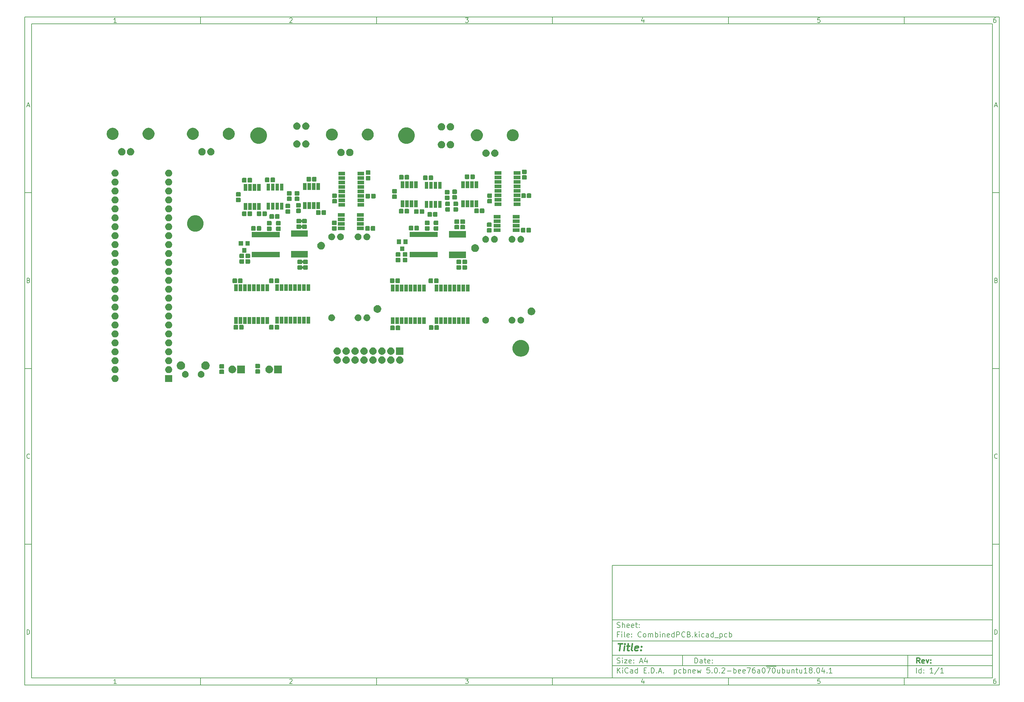
<source format=gts>
G04 #@! TF.GenerationSoftware,KiCad,Pcbnew,5.0.2-bee76a0~70~ubuntu18.04.1*
G04 #@! TF.CreationDate,2019-02-25T13:51:23+02:00*
G04 #@! TF.ProjectId,CombinedPCB,436f6d62-696e-4656-9450-43422e6b6963,rev?*
G04 #@! TF.SameCoordinates,Original*
G04 #@! TF.FileFunction,Soldermask,Top*
G04 #@! TF.FilePolarity,Negative*
%FSLAX46Y46*%
G04 Gerber Fmt 4.6, Leading zero omitted, Abs format (unit mm)*
G04 Created by KiCad (PCBNEW 5.0.2-bee76a0~70~ubuntu18.04.1) date Mon Feb 25 13:51:23 2019*
%MOMM*%
%LPD*%
G01*
G04 APERTURE LIST*
%ADD10C,0.100000*%
%ADD11C,0.150000*%
%ADD12C,0.300000*%
%ADD13C,0.400000*%
G04 APERTURE END LIST*
D10*
D11*
X177002200Y-166007200D02*
X177002200Y-198007200D01*
X285002200Y-198007200D01*
X285002200Y-166007200D01*
X177002200Y-166007200D01*
D10*
D11*
X10000000Y-10000000D02*
X10000000Y-200007200D01*
X287002200Y-200007200D01*
X287002200Y-10000000D01*
X10000000Y-10000000D01*
D10*
D11*
X12000000Y-12000000D02*
X12000000Y-198007200D01*
X285002200Y-198007200D01*
X285002200Y-12000000D01*
X12000000Y-12000000D01*
D10*
D11*
X60000000Y-12000000D02*
X60000000Y-10000000D01*
D10*
D11*
X110000000Y-12000000D02*
X110000000Y-10000000D01*
D10*
D11*
X160000000Y-12000000D02*
X160000000Y-10000000D01*
D10*
D11*
X210000000Y-12000000D02*
X210000000Y-10000000D01*
D10*
D11*
X260000000Y-12000000D02*
X260000000Y-10000000D01*
D10*
D11*
X36065476Y-11588095D02*
X35322619Y-11588095D01*
X35694047Y-11588095D02*
X35694047Y-10288095D01*
X35570238Y-10473809D01*
X35446428Y-10597619D01*
X35322619Y-10659523D01*
D10*
D11*
X85322619Y-10411904D02*
X85384523Y-10350000D01*
X85508333Y-10288095D01*
X85817857Y-10288095D01*
X85941666Y-10350000D01*
X86003571Y-10411904D01*
X86065476Y-10535714D01*
X86065476Y-10659523D01*
X86003571Y-10845238D01*
X85260714Y-11588095D01*
X86065476Y-11588095D01*
D10*
D11*
X135260714Y-10288095D02*
X136065476Y-10288095D01*
X135632142Y-10783333D01*
X135817857Y-10783333D01*
X135941666Y-10845238D01*
X136003571Y-10907142D01*
X136065476Y-11030952D01*
X136065476Y-11340476D01*
X136003571Y-11464285D01*
X135941666Y-11526190D01*
X135817857Y-11588095D01*
X135446428Y-11588095D01*
X135322619Y-11526190D01*
X135260714Y-11464285D01*
D10*
D11*
X185941666Y-10721428D02*
X185941666Y-11588095D01*
X185632142Y-10226190D02*
X185322619Y-11154761D01*
X186127380Y-11154761D01*
D10*
D11*
X236003571Y-10288095D02*
X235384523Y-10288095D01*
X235322619Y-10907142D01*
X235384523Y-10845238D01*
X235508333Y-10783333D01*
X235817857Y-10783333D01*
X235941666Y-10845238D01*
X236003571Y-10907142D01*
X236065476Y-11030952D01*
X236065476Y-11340476D01*
X236003571Y-11464285D01*
X235941666Y-11526190D01*
X235817857Y-11588095D01*
X235508333Y-11588095D01*
X235384523Y-11526190D01*
X235322619Y-11464285D01*
D10*
D11*
X285941666Y-10288095D02*
X285694047Y-10288095D01*
X285570238Y-10350000D01*
X285508333Y-10411904D01*
X285384523Y-10597619D01*
X285322619Y-10845238D01*
X285322619Y-11340476D01*
X285384523Y-11464285D01*
X285446428Y-11526190D01*
X285570238Y-11588095D01*
X285817857Y-11588095D01*
X285941666Y-11526190D01*
X286003571Y-11464285D01*
X286065476Y-11340476D01*
X286065476Y-11030952D01*
X286003571Y-10907142D01*
X285941666Y-10845238D01*
X285817857Y-10783333D01*
X285570238Y-10783333D01*
X285446428Y-10845238D01*
X285384523Y-10907142D01*
X285322619Y-11030952D01*
D10*
D11*
X60000000Y-198007200D02*
X60000000Y-200007200D01*
D10*
D11*
X110000000Y-198007200D02*
X110000000Y-200007200D01*
D10*
D11*
X160000000Y-198007200D02*
X160000000Y-200007200D01*
D10*
D11*
X210000000Y-198007200D02*
X210000000Y-200007200D01*
D10*
D11*
X260000000Y-198007200D02*
X260000000Y-200007200D01*
D10*
D11*
X36065476Y-199595295D02*
X35322619Y-199595295D01*
X35694047Y-199595295D02*
X35694047Y-198295295D01*
X35570238Y-198481009D01*
X35446428Y-198604819D01*
X35322619Y-198666723D01*
D10*
D11*
X85322619Y-198419104D02*
X85384523Y-198357200D01*
X85508333Y-198295295D01*
X85817857Y-198295295D01*
X85941666Y-198357200D01*
X86003571Y-198419104D01*
X86065476Y-198542914D01*
X86065476Y-198666723D01*
X86003571Y-198852438D01*
X85260714Y-199595295D01*
X86065476Y-199595295D01*
D10*
D11*
X135260714Y-198295295D02*
X136065476Y-198295295D01*
X135632142Y-198790533D01*
X135817857Y-198790533D01*
X135941666Y-198852438D01*
X136003571Y-198914342D01*
X136065476Y-199038152D01*
X136065476Y-199347676D01*
X136003571Y-199471485D01*
X135941666Y-199533390D01*
X135817857Y-199595295D01*
X135446428Y-199595295D01*
X135322619Y-199533390D01*
X135260714Y-199471485D01*
D10*
D11*
X185941666Y-198728628D02*
X185941666Y-199595295D01*
X185632142Y-198233390D02*
X185322619Y-199161961D01*
X186127380Y-199161961D01*
D10*
D11*
X236003571Y-198295295D02*
X235384523Y-198295295D01*
X235322619Y-198914342D01*
X235384523Y-198852438D01*
X235508333Y-198790533D01*
X235817857Y-198790533D01*
X235941666Y-198852438D01*
X236003571Y-198914342D01*
X236065476Y-199038152D01*
X236065476Y-199347676D01*
X236003571Y-199471485D01*
X235941666Y-199533390D01*
X235817857Y-199595295D01*
X235508333Y-199595295D01*
X235384523Y-199533390D01*
X235322619Y-199471485D01*
D10*
D11*
X285941666Y-198295295D02*
X285694047Y-198295295D01*
X285570238Y-198357200D01*
X285508333Y-198419104D01*
X285384523Y-198604819D01*
X285322619Y-198852438D01*
X285322619Y-199347676D01*
X285384523Y-199471485D01*
X285446428Y-199533390D01*
X285570238Y-199595295D01*
X285817857Y-199595295D01*
X285941666Y-199533390D01*
X286003571Y-199471485D01*
X286065476Y-199347676D01*
X286065476Y-199038152D01*
X286003571Y-198914342D01*
X285941666Y-198852438D01*
X285817857Y-198790533D01*
X285570238Y-198790533D01*
X285446428Y-198852438D01*
X285384523Y-198914342D01*
X285322619Y-199038152D01*
D10*
D11*
X10000000Y-60000000D02*
X12000000Y-60000000D01*
D10*
D11*
X10000000Y-110000000D02*
X12000000Y-110000000D01*
D10*
D11*
X10000000Y-160000000D02*
X12000000Y-160000000D01*
D10*
D11*
X10690476Y-35216666D02*
X11309523Y-35216666D01*
X10566666Y-35588095D02*
X11000000Y-34288095D01*
X11433333Y-35588095D01*
D10*
D11*
X11092857Y-84907142D02*
X11278571Y-84969047D01*
X11340476Y-85030952D01*
X11402380Y-85154761D01*
X11402380Y-85340476D01*
X11340476Y-85464285D01*
X11278571Y-85526190D01*
X11154761Y-85588095D01*
X10659523Y-85588095D01*
X10659523Y-84288095D01*
X11092857Y-84288095D01*
X11216666Y-84350000D01*
X11278571Y-84411904D01*
X11340476Y-84535714D01*
X11340476Y-84659523D01*
X11278571Y-84783333D01*
X11216666Y-84845238D01*
X11092857Y-84907142D01*
X10659523Y-84907142D01*
D10*
D11*
X11402380Y-135464285D02*
X11340476Y-135526190D01*
X11154761Y-135588095D01*
X11030952Y-135588095D01*
X10845238Y-135526190D01*
X10721428Y-135402380D01*
X10659523Y-135278571D01*
X10597619Y-135030952D01*
X10597619Y-134845238D01*
X10659523Y-134597619D01*
X10721428Y-134473809D01*
X10845238Y-134350000D01*
X11030952Y-134288095D01*
X11154761Y-134288095D01*
X11340476Y-134350000D01*
X11402380Y-134411904D01*
D10*
D11*
X10659523Y-185588095D02*
X10659523Y-184288095D01*
X10969047Y-184288095D01*
X11154761Y-184350000D01*
X11278571Y-184473809D01*
X11340476Y-184597619D01*
X11402380Y-184845238D01*
X11402380Y-185030952D01*
X11340476Y-185278571D01*
X11278571Y-185402380D01*
X11154761Y-185526190D01*
X10969047Y-185588095D01*
X10659523Y-185588095D01*
D10*
D11*
X287002200Y-60000000D02*
X285002200Y-60000000D01*
D10*
D11*
X287002200Y-110000000D02*
X285002200Y-110000000D01*
D10*
D11*
X287002200Y-160000000D02*
X285002200Y-160000000D01*
D10*
D11*
X285692676Y-35216666D02*
X286311723Y-35216666D01*
X285568866Y-35588095D02*
X286002200Y-34288095D01*
X286435533Y-35588095D01*
D10*
D11*
X286095057Y-84907142D02*
X286280771Y-84969047D01*
X286342676Y-85030952D01*
X286404580Y-85154761D01*
X286404580Y-85340476D01*
X286342676Y-85464285D01*
X286280771Y-85526190D01*
X286156961Y-85588095D01*
X285661723Y-85588095D01*
X285661723Y-84288095D01*
X286095057Y-84288095D01*
X286218866Y-84350000D01*
X286280771Y-84411904D01*
X286342676Y-84535714D01*
X286342676Y-84659523D01*
X286280771Y-84783333D01*
X286218866Y-84845238D01*
X286095057Y-84907142D01*
X285661723Y-84907142D01*
D10*
D11*
X286404580Y-135464285D02*
X286342676Y-135526190D01*
X286156961Y-135588095D01*
X286033152Y-135588095D01*
X285847438Y-135526190D01*
X285723628Y-135402380D01*
X285661723Y-135278571D01*
X285599819Y-135030952D01*
X285599819Y-134845238D01*
X285661723Y-134597619D01*
X285723628Y-134473809D01*
X285847438Y-134350000D01*
X286033152Y-134288095D01*
X286156961Y-134288095D01*
X286342676Y-134350000D01*
X286404580Y-134411904D01*
D10*
D11*
X285661723Y-185588095D02*
X285661723Y-184288095D01*
X285971247Y-184288095D01*
X286156961Y-184350000D01*
X286280771Y-184473809D01*
X286342676Y-184597619D01*
X286404580Y-184845238D01*
X286404580Y-185030952D01*
X286342676Y-185278571D01*
X286280771Y-185402380D01*
X286156961Y-185526190D01*
X285971247Y-185588095D01*
X285661723Y-185588095D01*
D10*
D11*
X200434342Y-193785771D02*
X200434342Y-192285771D01*
X200791485Y-192285771D01*
X201005771Y-192357200D01*
X201148628Y-192500057D01*
X201220057Y-192642914D01*
X201291485Y-192928628D01*
X201291485Y-193142914D01*
X201220057Y-193428628D01*
X201148628Y-193571485D01*
X201005771Y-193714342D01*
X200791485Y-193785771D01*
X200434342Y-193785771D01*
X202577200Y-193785771D02*
X202577200Y-193000057D01*
X202505771Y-192857200D01*
X202362914Y-192785771D01*
X202077200Y-192785771D01*
X201934342Y-192857200D01*
X202577200Y-193714342D02*
X202434342Y-193785771D01*
X202077200Y-193785771D01*
X201934342Y-193714342D01*
X201862914Y-193571485D01*
X201862914Y-193428628D01*
X201934342Y-193285771D01*
X202077200Y-193214342D01*
X202434342Y-193214342D01*
X202577200Y-193142914D01*
X203077200Y-192785771D02*
X203648628Y-192785771D01*
X203291485Y-192285771D02*
X203291485Y-193571485D01*
X203362914Y-193714342D01*
X203505771Y-193785771D01*
X203648628Y-193785771D01*
X204720057Y-193714342D02*
X204577200Y-193785771D01*
X204291485Y-193785771D01*
X204148628Y-193714342D01*
X204077200Y-193571485D01*
X204077200Y-193000057D01*
X204148628Y-192857200D01*
X204291485Y-192785771D01*
X204577200Y-192785771D01*
X204720057Y-192857200D01*
X204791485Y-193000057D01*
X204791485Y-193142914D01*
X204077200Y-193285771D01*
X205434342Y-193642914D02*
X205505771Y-193714342D01*
X205434342Y-193785771D01*
X205362914Y-193714342D01*
X205434342Y-193642914D01*
X205434342Y-193785771D01*
X205434342Y-192857200D02*
X205505771Y-192928628D01*
X205434342Y-193000057D01*
X205362914Y-192928628D01*
X205434342Y-192857200D01*
X205434342Y-193000057D01*
D10*
D11*
X177002200Y-194507200D02*
X285002200Y-194507200D01*
D10*
D11*
X178434342Y-196585771D02*
X178434342Y-195085771D01*
X179291485Y-196585771D02*
X178648628Y-195728628D01*
X179291485Y-195085771D02*
X178434342Y-195942914D01*
X179934342Y-196585771D02*
X179934342Y-195585771D01*
X179934342Y-195085771D02*
X179862914Y-195157200D01*
X179934342Y-195228628D01*
X180005771Y-195157200D01*
X179934342Y-195085771D01*
X179934342Y-195228628D01*
X181505771Y-196442914D02*
X181434342Y-196514342D01*
X181220057Y-196585771D01*
X181077200Y-196585771D01*
X180862914Y-196514342D01*
X180720057Y-196371485D01*
X180648628Y-196228628D01*
X180577200Y-195942914D01*
X180577200Y-195728628D01*
X180648628Y-195442914D01*
X180720057Y-195300057D01*
X180862914Y-195157200D01*
X181077200Y-195085771D01*
X181220057Y-195085771D01*
X181434342Y-195157200D01*
X181505771Y-195228628D01*
X182791485Y-196585771D02*
X182791485Y-195800057D01*
X182720057Y-195657200D01*
X182577200Y-195585771D01*
X182291485Y-195585771D01*
X182148628Y-195657200D01*
X182791485Y-196514342D02*
X182648628Y-196585771D01*
X182291485Y-196585771D01*
X182148628Y-196514342D01*
X182077200Y-196371485D01*
X182077200Y-196228628D01*
X182148628Y-196085771D01*
X182291485Y-196014342D01*
X182648628Y-196014342D01*
X182791485Y-195942914D01*
X184148628Y-196585771D02*
X184148628Y-195085771D01*
X184148628Y-196514342D02*
X184005771Y-196585771D01*
X183720057Y-196585771D01*
X183577200Y-196514342D01*
X183505771Y-196442914D01*
X183434342Y-196300057D01*
X183434342Y-195871485D01*
X183505771Y-195728628D01*
X183577200Y-195657200D01*
X183720057Y-195585771D01*
X184005771Y-195585771D01*
X184148628Y-195657200D01*
X186005771Y-195800057D02*
X186505771Y-195800057D01*
X186720057Y-196585771D02*
X186005771Y-196585771D01*
X186005771Y-195085771D01*
X186720057Y-195085771D01*
X187362914Y-196442914D02*
X187434342Y-196514342D01*
X187362914Y-196585771D01*
X187291485Y-196514342D01*
X187362914Y-196442914D01*
X187362914Y-196585771D01*
X188077200Y-196585771D02*
X188077200Y-195085771D01*
X188434342Y-195085771D01*
X188648628Y-195157200D01*
X188791485Y-195300057D01*
X188862914Y-195442914D01*
X188934342Y-195728628D01*
X188934342Y-195942914D01*
X188862914Y-196228628D01*
X188791485Y-196371485D01*
X188648628Y-196514342D01*
X188434342Y-196585771D01*
X188077200Y-196585771D01*
X189577200Y-196442914D02*
X189648628Y-196514342D01*
X189577200Y-196585771D01*
X189505771Y-196514342D01*
X189577200Y-196442914D01*
X189577200Y-196585771D01*
X190220057Y-196157200D02*
X190934342Y-196157200D01*
X190077200Y-196585771D02*
X190577200Y-195085771D01*
X191077200Y-196585771D01*
X191577200Y-196442914D02*
X191648628Y-196514342D01*
X191577200Y-196585771D01*
X191505771Y-196514342D01*
X191577200Y-196442914D01*
X191577200Y-196585771D01*
X194577200Y-195585771D02*
X194577200Y-197085771D01*
X194577200Y-195657200D02*
X194720057Y-195585771D01*
X195005771Y-195585771D01*
X195148628Y-195657200D01*
X195220057Y-195728628D01*
X195291485Y-195871485D01*
X195291485Y-196300057D01*
X195220057Y-196442914D01*
X195148628Y-196514342D01*
X195005771Y-196585771D01*
X194720057Y-196585771D01*
X194577200Y-196514342D01*
X196577200Y-196514342D02*
X196434342Y-196585771D01*
X196148628Y-196585771D01*
X196005771Y-196514342D01*
X195934342Y-196442914D01*
X195862914Y-196300057D01*
X195862914Y-195871485D01*
X195934342Y-195728628D01*
X196005771Y-195657200D01*
X196148628Y-195585771D01*
X196434342Y-195585771D01*
X196577200Y-195657200D01*
X197220057Y-196585771D02*
X197220057Y-195085771D01*
X197220057Y-195657200D02*
X197362914Y-195585771D01*
X197648628Y-195585771D01*
X197791485Y-195657200D01*
X197862914Y-195728628D01*
X197934342Y-195871485D01*
X197934342Y-196300057D01*
X197862914Y-196442914D01*
X197791485Y-196514342D01*
X197648628Y-196585771D01*
X197362914Y-196585771D01*
X197220057Y-196514342D01*
X198577200Y-195585771D02*
X198577200Y-196585771D01*
X198577200Y-195728628D02*
X198648628Y-195657200D01*
X198791485Y-195585771D01*
X199005771Y-195585771D01*
X199148628Y-195657200D01*
X199220057Y-195800057D01*
X199220057Y-196585771D01*
X200505771Y-196514342D02*
X200362914Y-196585771D01*
X200077200Y-196585771D01*
X199934342Y-196514342D01*
X199862914Y-196371485D01*
X199862914Y-195800057D01*
X199934342Y-195657200D01*
X200077200Y-195585771D01*
X200362914Y-195585771D01*
X200505771Y-195657200D01*
X200577200Y-195800057D01*
X200577200Y-195942914D01*
X199862914Y-196085771D01*
X201077200Y-195585771D02*
X201362914Y-196585771D01*
X201648628Y-195871485D01*
X201934342Y-196585771D01*
X202220057Y-195585771D01*
X204648628Y-195085771D02*
X203934342Y-195085771D01*
X203862914Y-195800057D01*
X203934342Y-195728628D01*
X204077200Y-195657200D01*
X204434342Y-195657200D01*
X204577200Y-195728628D01*
X204648628Y-195800057D01*
X204720057Y-195942914D01*
X204720057Y-196300057D01*
X204648628Y-196442914D01*
X204577200Y-196514342D01*
X204434342Y-196585771D01*
X204077200Y-196585771D01*
X203934342Y-196514342D01*
X203862914Y-196442914D01*
X205362914Y-196442914D02*
X205434342Y-196514342D01*
X205362914Y-196585771D01*
X205291485Y-196514342D01*
X205362914Y-196442914D01*
X205362914Y-196585771D01*
X206362914Y-195085771D02*
X206505771Y-195085771D01*
X206648628Y-195157200D01*
X206720057Y-195228628D01*
X206791485Y-195371485D01*
X206862914Y-195657200D01*
X206862914Y-196014342D01*
X206791485Y-196300057D01*
X206720057Y-196442914D01*
X206648628Y-196514342D01*
X206505771Y-196585771D01*
X206362914Y-196585771D01*
X206220057Y-196514342D01*
X206148628Y-196442914D01*
X206077200Y-196300057D01*
X206005771Y-196014342D01*
X206005771Y-195657200D01*
X206077200Y-195371485D01*
X206148628Y-195228628D01*
X206220057Y-195157200D01*
X206362914Y-195085771D01*
X207505771Y-196442914D02*
X207577200Y-196514342D01*
X207505771Y-196585771D01*
X207434342Y-196514342D01*
X207505771Y-196442914D01*
X207505771Y-196585771D01*
X208148628Y-195228628D02*
X208220057Y-195157200D01*
X208362914Y-195085771D01*
X208720057Y-195085771D01*
X208862914Y-195157200D01*
X208934342Y-195228628D01*
X209005771Y-195371485D01*
X209005771Y-195514342D01*
X208934342Y-195728628D01*
X208077200Y-196585771D01*
X209005771Y-196585771D01*
X209648628Y-196014342D02*
X210791485Y-196014342D01*
X211505771Y-196585771D02*
X211505771Y-195085771D01*
X211505771Y-195657200D02*
X211648628Y-195585771D01*
X211934342Y-195585771D01*
X212077200Y-195657200D01*
X212148628Y-195728628D01*
X212220057Y-195871485D01*
X212220057Y-196300057D01*
X212148628Y-196442914D01*
X212077200Y-196514342D01*
X211934342Y-196585771D01*
X211648628Y-196585771D01*
X211505771Y-196514342D01*
X213434342Y-196514342D02*
X213291485Y-196585771D01*
X213005771Y-196585771D01*
X212862914Y-196514342D01*
X212791485Y-196371485D01*
X212791485Y-195800057D01*
X212862914Y-195657200D01*
X213005771Y-195585771D01*
X213291485Y-195585771D01*
X213434342Y-195657200D01*
X213505771Y-195800057D01*
X213505771Y-195942914D01*
X212791485Y-196085771D01*
X214720057Y-196514342D02*
X214577200Y-196585771D01*
X214291485Y-196585771D01*
X214148628Y-196514342D01*
X214077200Y-196371485D01*
X214077200Y-195800057D01*
X214148628Y-195657200D01*
X214291485Y-195585771D01*
X214577200Y-195585771D01*
X214720057Y-195657200D01*
X214791485Y-195800057D01*
X214791485Y-195942914D01*
X214077200Y-196085771D01*
X215291485Y-195085771D02*
X216291485Y-195085771D01*
X215648628Y-196585771D01*
X217505771Y-195085771D02*
X217220057Y-195085771D01*
X217077200Y-195157200D01*
X217005771Y-195228628D01*
X216862914Y-195442914D01*
X216791485Y-195728628D01*
X216791485Y-196300057D01*
X216862914Y-196442914D01*
X216934342Y-196514342D01*
X217077200Y-196585771D01*
X217362914Y-196585771D01*
X217505771Y-196514342D01*
X217577200Y-196442914D01*
X217648628Y-196300057D01*
X217648628Y-195942914D01*
X217577200Y-195800057D01*
X217505771Y-195728628D01*
X217362914Y-195657200D01*
X217077200Y-195657200D01*
X216934342Y-195728628D01*
X216862914Y-195800057D01*
X216791485Y-195942914D01*
X218934342Y-196585771D02*
X218934342Y-195800057D01*
X218862914Y-195657200D01*
X218720057Y-195585771D01*
X218434342Y-195585771D01*
X218291485Y-195657200D01*
X218934342Y-196514342D02*
X218791485Y-196585771D01*
X218434342Y-196585771D01*
X218291485Y-196514342D01*
X218220057Y-196371485D01*
X218220057Y-196228628D01*
X218291485Y-196085771D01*
X218434342Y-196014342D01*
X218791485Y-196014342D01*
X218934342Y-195942914D01*
X219934342Y-195085771D02*
X220077200Y-195085771D01*
X220220057Y-195157200D01*
X220291485Y-195228628D01*
X220362914Y-195371485D01*
X220434342Y-195657200D01*
X220434342Y-196014342D01*
X220362914Y-196300057D01*
X220291485Y-196442914D01*
X220220057Y-196514342D01*
X220077200Y-196585771D01*
X219934342Y-196585771D01*
X219791485Y-196514342D01*
X219720057Y-196442914D01*
X219648628Y-196300057D01*
X219577200Y-196014342D01*
X219577200Y-195657200D01*
X219648628Y-195371485D01*
X219720057Y-195228628D01*
X219791485Y-195157200D01*
X219934342Y-195085771D01*
X220720057Y-194677200D02*
X222148628Y-194677200D01*
X220934342Y-195085771D02*
X221934342Y-195085771D01*
X221291485Y-196585771D01*
X222148628Y-194677200D02*
X223577200Y-194677200D01*
X222791485Y-195085771D02*
X222934342Y-195085771D01*
X223077200Y-195157200D01*
X223148628Y-195228628D01*
X223220057Y-195371485D01*
X223291485Y-195657200D01*
X223291485Y-196014342D01*
X223220057Y-196300057D01*
X223148628Y-196442914D01*
X223077200Y-196514342D01*
X222934342Y-196585771D01*
X222791485Y-196585771D01*
X222648628Y-196514342D01*
X222577200Y-196442914D01*
X222505771Y-196300057D01*
X222434342Y-196014342D01*
X222434342Y-195657200D01*
X222505771Y-195371485D01*
X222577200Y-195228628D01*
X222648628Y-195157200D01*
X222791485Y-195085771D01*
X224577200Y-195585771D02*
X224577200Y-196585771D01*
X223934342Y-195585771D02*
X223934342Y-196371485D01*
X224005771Y-196514342D01*
X224148628Y-196585771D01*
X224362914Y-196585771D01*
X224505771Y-196514342D01*
X224577200Y-196442914D01*
X225291485Y-196585771D02*
X225291485Y-195085771D01*
X225291485Y-195657200D02*
X225434342Y-195585771D01*
X225720057Y-195585771D01*
X225862914Y-195657200D01*
X225934342Y-195728628D01*
X226005771Y-195871485D01*
X226005771Y-196300057D01*
X225934342Y-196442914D01*
X225862914Y-196514342D01*
X225720057Y-196585771D01*
X225434342Y-196585771D01*
X225291485Y-196514342D01*
X227291485Y-195585771D02*
X227291485Y-196585771D01*
X226648628Y-195585771D02*
X226648628Y-196371485D01*
X226720057Y-196514342D01*
X226862914Y-196585771D01*
X227077200Y-196585771D01*
X227220057Y-196514342D01*
X227291485Y-196442914D01*
X228005771Y-195585771D02*
X228005771Y-196585771D01*
X228005771Y-195728628D02*
X228077200Y-195657200D01*
X228220057Y-195585771D01*
X228434342Y-195585771D01*
X228577200Y-195657200D01*
X228648628Y-195800057D01*
X228648628Y-196585771D01*
X229148628Y-195585771D02*
X229720057Y-195585771D01*
X229362914Y-195085771D02*
X229362914Y-196371485D01*
X229434342Y-196514342D01*
X229577200Y-196585771D01*
X229720057Y-196585771D01*
X230862914Y-195585771D02*
X230862914Y-196585771D01*
X230220057Y-195585771D02*
X230220057Y-196371485D01*
X230291485Y-196514342D01*
X230434342Y-196585771D01*
X230648628Y-196585771D01*
X230791485Y-196514342D01*
X230862914Y-196442914D01*
X232362914Y-196585771D02*
X231505771Y-196585771D01*
X231934342Y-196585771D02*
X231934342Y-195085771D01*
X231791485Y-195300057D01*
X231648628Y-195442914D01*
X231505771Y-195514342D01*
X233220057Y-195728628D02*
X233077200Y-195657200D01*
X233005771Y-195585771D01*
X232934342Y-195442914D01*
X232934342Y-195371485D01*
X233005771Y-195228628D01*
X233077200Y-195157200D01*
X233220057Y-195085771D01*
X233505771Y-195085771D01*
X233648628Y-195157200D01*
X233720057Y-195228628D01*
X233791485Y-195371485D01*
X233791485Y-195442914D01*
X233720057Y-195585771D01*
X233648628Y-195657200D01*
X233505771Y-195728628D01*
X233220057Y-195728628D01*
X233077200Y-195800057D01*
X233005771Y-195871485D01*
X232934342Y-196014342D01*
X232934342Y-196300057D01*
X233005771Y-196442914D01*
X233077200Y-196514342D01*
X233220057Y-196585771D01*
X233505771Y-196585771D01*
X233648628Y-196514342D01*
X233720057Y-196442914D01*
X233791485Y-196300057D01*
X233791485Y-196014342D01*
X233720057Y-195871485D01*
X233648628Y-195800057D01*
X233505771Y-195728628D01*
X234434342Y-196442914D02*
X234505771Y-196514342D01*
X234434342Y-196585771D01*
X234362914Y-196514342D01*
X234434342Y-196442914D01*
X234434342Y-196585771D01*
X235434342Y-195085771D02*
X235577200Y-195085771D01*
X235720057Y-195157200D01*
X235791485Y-195228628D01*
X235862914Y-195371485D01*
X235934342Y-195657200D01*
X235934342Y-196014342D01*
X235862914Y-196300057D01*
X235791485Y-196442914D01*
X235720057Y-196514342D01*
X235577200Y-196585771D01*
X235434342Y-196585771D01*
X235291485Y-196514342D01*
X235220057Y-196442914D01*
X235148628Y-196300057D01*
X235077200Y-196014342D01*
X235077200Y-195657200D01*
X235148628Y-195371485D01*
X235220057Y-195228628D01*
X235291485Y-195157200D01*
X235434342Y-195085771D01*
X237220057Y-195585771D02*
X237220057Y-196585771D01*
X236862914Y-195014342D02*
X236505771Y-196085771D01*
X237434342Y-196085771D01*
X238005771Y-196442914D02*
X238077199Y-196514342D01*
X238005771Y-196585771D01*
X237934342Y-196514342D01*
X238005771Y-196442914D01*
X238005771Y-196585771D01*
X239505771Y-196585771D02*
X238648628Y-196585771D01*
X239077200Y-196585771D02*
X239077200Y-195085771D01*
X238934342Y-195300057D01*
X238791485Y-195442914D01*
X238648628Y-195514342D01*
D10*
D11*
X177002200Y-191507200D02*
X285002200Y-191507200D01*
D10*
D12*
X264411485Y-193785771D02*
X263911485Y-193071485D01*
X263554342Y-193785771D02*
X263554342Y-192285771D01*
X264125771Y-192285771D01*
X264268628Y-192357200D01*
X264340057Y-192428628D01*
X264411485Y-192571485D01*
X264411485Y-192785771D01*
X264340057Y-192928628D01*
X264268628Y-193000057D01*
X264125771Y-193071485D01*
X263554342Y-193071485D01*
X265625771Y-193714342D02*
X265482914Y-193785771D01*
X265197200Y-193785771D01*
X265054342Y-193714342D01*
X264982914Y-193571485D01*
X264982914Y-193000057D01*
X265054342Y-192857200D01*
X265197200Y-192785771D01*
X265482914Y-192785771D01*
X265625771Y-192857200D01*
X265697200Y-193000057D01*
X265697200Y-193142914D01*
X264982914Y-193285771D01*
X266197200Y-192785771D02*
X266554342Y-193785771D01*
X266911485Y-192785771D01*
X267482914Y-193642914D02*
X267554342Y-193714342D01*
X267482914Y-193785771D01*
X267411485Y-193714342D01*
X267482914Y-193642914D01*
X267482914Y-193785771D01*
X267482914Y-192857200D02*
X267554342Y-192928628D01*
X267482914Y-193000057D01*
X267411485Y-192928628D01*
X267482914Y-192857200D01*
X267482914Y-193000057D01*
D10*
D11*
X178362914Y-193714342D02*
X178577200Y-193785771D01*
X178934342Y-193785771D01*
X179077200Y-193714342D01*
X179148628Y-193642914D01*
X179220057Y-193500057D01*
X179220057Y-193357200D01*
X179148628Y-193214342D01*
X179077200Y-193142914D01*
X178934342Y-193071485D01*
X178648628Y-193000057D01*
X178505771Y-192928628D01*
X178434342Y-192857200D01*
X178362914Y-192714342D01*
X178362914Y-192571485D01*
X178434342Y-192428628D01*
X178505771Y-192357200D01*
X178648628Y-192285771D01*
X179005771Y-192285771D01*
X179220057Y-192357200D01*
X179862914Y-193785771D02*
X179862914Y-192785771D01*
X179862914Y-192285771D02*
X179791485Y-192357200D01*
X179862914Y-192428628D01*
X179934342Y-192357200D01*
X179862914Y-192285771D01*
X179862914Y-192428628D01*
X180434342Y-192785771D02*
X181220057Y-192785771D01*
X180434342Y-193785771D01*
X181220057Y-193785771D01*
X182362914Y-193714342D02*
X182220057Y-193785771D01*
X181934342Y-193785771D01*
X181791485Y-193714342D01*
X181720057Y-193571485D01*
X181720057Y-193000057D01*
X181791485Y-192857200D01*
X181934342Y-192785771D01*
X182220057Y-192785771D01*
X182362914Y-192857200D01*
X182434342Y-193000057D01*
X182434342Y-193142914D01*
X181720057Y-193285771D01*
X183077200Y-193642914D02*
X183148628Y-193714342D01*
X183077200Y-193785771D01*
X183005771Y-193714342D01*
X183077200Y-193642914D01*
X183077200Y-193785771D01*
X183077200Y-192857200D02*
X183148628Y-192928628D01*
X183077200Y-193000057D01*
X183005771Y-192928628D01*
X183077200Y-192857200D01*
X183077200Y-193000057D01*
X184862914Y-193357200D02*
X185577200Y-193357200D01*
X184720057Y-193785771D02*
X185220057Y-192285771D01*
X185720057Y-193785771D01*
X186862914Y-192785771D02*
X186862914Y-193785771D01*
X186505771Y-192214342D02*
X186148628Y-193285771D01*
X187077200Y-193285771D01*
D10*
D11*
X263434342Y-196585771D02*
X263434342Y-195085771D01*
X264791485Y-196585771D02*
X264791485Y-195085771D01*
X264791485Y-196514342D02*
X264648628Y-196585771D01*
X264362914Y-196585771D01*
X264220057Y-196514342D01*
X264148628Y-196442914D01*
X264077200Y-196300057D01*
X264077200Y-195871485D01*
X264148628Y-195728628D01*
X264220057Y-195657200D01*
X264362914Y-195585771D01*
X264648628Y-195585771D01*
X264791485Y-195657200D01*
X265505771Y-196442914D02*
X265577200Y-196514342D01*
X265505771Y-196585771D01*
X265434342Y-196514342D01*
X265505771Y-196442914D01*
X265505771Y-196585771D01*
X265505771Y-195657200D02*
X265577200Y-195728628D01*
X265505771Y-195800057D01*
X265434342Y-195728628D01*
X265505771Y-195657200D01*
X265505771Y-195800057D01*
X268148628Y-196585771D02*
X267291485Y-196585771D01*
X267720057Y-196585771D02*
X267720057Y-195085771D01*
X267577200Y-195300057D01*
X267434342Y-195442914D01*
X267291485Y-195514342D01*
X269862914Y-195014342D02*
X268577200Y-196942914D01*
X271148628Y-196585771D02*
X270291485Y-196585771D01*
X270720057Y-196585771D02*
X270720057Y-195085771D01*
X270577200Y-195300057D01*
X270434342Y-195442914D01*
X270291485Y-195514342D01*
D10*
D11*
X177002200Y-187507200D02*
X285002200Y-187507200D01*
D10*
D13*
X178714580Y-188211961D02*
X179857438Y-188211961D01*
X179036009Y-190211961D02*
X179286009Y-188211961D01*
X180274104Y-190211961D02*
X180440771Y-188878628D01*
X180524104Y-188211961D02*
X180416961Y-188307200D01*
X180500295Y-188402438D01*
X180607438Y-188307200D01*
X180524104Y-188211961D01*
X180500295Y-188402438D01*
X181107438Y-188878628D02*
X181869342Y-188878628D01*
X181476485Y-188211961D02*
X181262200Y-189926247D01*
X181333628Y-190116723D01*
X181512200Y-190211961D01*
X181702676Y-190211961D01*
X182655057Y-190211961D02*
X182476485Y-190116723D01*
X182405057Y-189926247D01*
X182619342Y-188211961D01*
X184190771Y-190116723D02*
X183988390Y-190211961D01*
X183607438Y-190211961D01*
X183428866Y-190116723D01*
X183357438Y-189926247D01*
X183452676Y-189164342D01*
X183571723Y-188973866D01*
X183774104Y-188878628D01*
X184155057Y-188878628D01*
X184333628Y-188973866D01*
X184405057Y-189164342D01*
X184381247Y-189354819D01*
X183405057Y-189545295D01*
X185155057Y-190021485D02*
X185238390Y-190116723D01*
X185131247Y-190211961D01*
X185047914Y-190116723D01*
X185155057Y-190021485D01*
X185131247Y-190211961D01*
X185286009Y-188973866D02*
X185369342Y-189069104D01*
X185262200Y-189164342D01*
X185178866Y-189069104D01*
X185286009Y-188973866D01*
X185262200Y-189164342D01*
D10*
D11*
X178934342Y-185600057D02*
X178434342Y-185600057D01*
X178434342Y-186385771D02*
X178434342Y-184885771D01*
X179148628Y-184885771D01*
X179720057Y-186385771D02*
X179720057Y-185385771D01*
X179720057Y-184885771D02*
X179648628Y-184957200D01*
X179720057Y-185028628D01*
X179791485Y-184957200D01*
X179720057Y-184885771D01*
X179720057Y-185028628D01*
X180648628Y-186385771D02*
X180505771Y-186314342D01*
X180434342Y-186171485D01*
X180434342Y-184885771D01*
X181791485Y-186314342D02*
X181648628Y-186385771D01*
X181362914Y-186385771D01*
X181220057Y-186314342D01*
X181148628Y-186171485D01*
X181148628Y-185600057D01*
X181220057Y-185457200D01*
X181362914Y-185385771D01*
X181648628Y-185385771D01*
X181791485Y-185457200D01*
X181862914Y-185600057D01*
X181862914Y-185742914D01*
X181148628Y-185885771D01*
X182505771Y-186242914D02*
X182577200Y-186314342D01*
X182505771Y-186385771D01*
X182434342Y-186314342D01*
X182505771Y-186242914D01*
X182505771Y-186385771D01*
X182505771Y-185457200D02*
X182577200Y-185528628D01*
X182505771Y-185600057D01*
X182434342Y-185528628D01*
X182505771Y-185457200D01*
X182505771Y-185600057D01*
X185220057Y-186242914D02*
X185148628Y-186314342D01*
X184934342Y-186385771D01*
X184791485Y-186385771D01*
X184577200Y-186314342D01*
X184434342Y-186171485D01*
X184362914Y-186028628D01*
X184291485Y-185742914D01*
X184291485Y-185528628D01*
X184362914Y-185242914D01*
X184434342Y-185100057D01*
X184577200Y-184957200D01*
X184791485Y-184885771D01*
X184934342Y-184885771D01*
X185148628Y-184957200D01*
X185220057Y-185028628D01*
X186077200Y-186385771D02*
X185934342Y-186314342D01*
X185862914Y-186242914D01*
X185791485Y-186100057D01*
X185791485Y-185671485D01*
X185862914Y-185528628D01*
X185934342Y-185457200D01*
X186077200Y-185385771D01*
X186291485Y-185385771D01*
X186434342Y-185457200D01*
X186505771Y-185528628D01*
X186577200Y-185671485D01*
X186577200Y-186100057D01*
X186505771Y-186242914D01*
X186434342Y-186314342D01*
X186291485Y-186385771D01*
X186077200Y-186385771D01*
X187220057Y-186385771D02*
X187220057Y-185385771D01*
X187220057Y-185528628D02*
X187291485Y-185457200D01*
X187434342Y-185385771D01*
X187648628Y-185385771D01*
X187791485Y-185457200D01*
X187862914Y-185600057D01*
X187862914Y-186385771D01*
X187862914Y-185600057D02*
X187934342Y-185457200D01*
X188077200Y-185385771D01*
X188291485Y-185385771D01*
X188434342Y-185457200D01*
X188505771Y-185600057D01*
X188505771Y-186385771D01*
X189220057Y-186385771D02*
X189220057Y-184885771D01*
X189220057Y-185457200D02*
X189362914Y-185385771D01*
X189648628Y-185385771D01*
X189791485Y-185457200D01*
X189862914Y-185528628D01*
X189934342Y-185671485D01*
X189934342Y-186100057D01*
X189862914Y-186242914D01*
X189791485Y-186314342D01*
X189648628Y-186385771D01*
X189362914Y-186385771D01*
X189220057Y-186314342D01*
X190577200Y-186385771D02*
X190577200Y-185385771D01*
X190577200Y-184885771D02*
X190505771Y-184957200D01*
X190577200Y-185028628D01*
X190648628Y-184957200D01*
X190577200Y-184885771D01*
X190577200Y-185028628D01*
X191291485Y-185385771D02*
X191291485Y-186385771D01*
X191291485Y-185528628D02*
X191362914Y-185457200D01*
X191505771Y-185385771D01*
X191720057Y-185385771D01*
X191862914Y-185457200D01*
X191934342Y-185600057D01*
X191934342Y-186385771D01*
X193220057Y-186314342D02*
X193077200Y-186385771D01*
X192791485Y-186385771D01*
X192648628Y-186314342D01*
X192577200Y-186171485D01*
X192577200Y-185600057D01*
X192648628Y-185457200D01*
X192791485Y-185385771D01*
X193077200Y-185385771D01*
X193220057Y-185457200D01*
X193291485Y-185600057D01*
X193291485Y-185742914D01*
X192577200Y-185885771D01*
X194577200Y-186385771D02*
X194577200Y-184885771D01*
X194577200Y-186314342D02*
X194434342Y-186385771D01*
X194148628Y-186385771D01*
X194005771Y-186314342D01*
X193934342Y-186242914D01*
X193862914Y-186100057D01*
X193862914Y-185671485D01*
X193934342Y-185528628D01*
X194005771Y-185457200D01*
X194148628Y-185385771D01*
X194434342Y-185385771D01*
X194577200Y-185457200D01*
X195291485Y-186385771D02*
X195291485Y-184885771D01*
X195862914Y-184885771D01*
X196005771Y-184957200D01*
X196077200Y-185028628D01*
X196148628Y-185171485D01*
X196148628Y-185385771D01*
X196077200Y-185528628D01*
X196005771Y-185600057D01*
X195862914Y-185671485D01*
X195291485Y-185671485D01*
X197648628Y-186242914D02*
X197577200Y-186314342D01*
X197362914Y-186385771D01*
X197220057Y-186385771D01*
X197005771Y-186314342D01*
X196862914Y-186171485D01*
X196791485Y-186028628D01*
X196720057Y-185742914D01*
X196720057Y-185528628D01*
X196791485Y-185242914D01*
X196862914Y-185100057D01*
X197005771Y-184957200D01*
X197220057Y-184885771D01*
X197362914Y-184885771D01*
X197577200Y-184957200D01*
X197648628Y-185028628D01*
X198791485Y-185600057D02*
X199005771Y-185671485D01*
X199077200Y-185742914D01*
X199148628Y-185885771D01*
X199148628Y-186100057D01*
X199077200Y-186242914D01*
X199005771Y-186314342D01*
X198862914Y-186385771D01*
X198291485Y-186385771D01*
X198291485Y-184885771D01*
X198791485Y-184885771D01*
X198934342Y-184957200D01*
X199005771Y-185028628D01*
X199077200Y-185171485D01*
X199077200Y-185314342D01*
X199005771Y-185457200D01*
X198934342Y-185528628D01*
X198791485Y-185600057D01*
X198291485Y-185600057D01*
X199791485Y-186242914D02*
X199862914Y-186314342D01*
X199791485Y-186385771D01*
X199720057Y-186314342D01*
X199791485Y-186242914D01*
X199791485Y-186385771D01*
X200505771Y-186385771D02*
X200505771Y-184885771D01*
X200648628Y-185814342D02*
X201077200Y-186385771D01*
X201077200Y-185385771D02*
X200505771Y-185957200D01*
X201720057Y-186385771D02*
X201720057Y-185385771D01*
X201720057Y-184885771D02*
X201648628Y-184957200D01*
X201720057Y-185028628D01*
X201791485Y-184957200D01*
X201720057Y-184885771D01*
X201720057Y-185028628D01*
X203077200Y-186314342D02*
X202934342Y-186385771D01*
X202648628Y-186385771D01*
X202505771Y-186314342D01*
X202434342Y-186242914D01*
X202362914Y-186100057D01*
X202362914Y-185671485D01*
X202434342Y-185528628D01*
X202505771Y-185457200D01*
X202648628Y-185385771D01*
X202934342Y-185385771D01*
X203077200Y-185457200D01*
X204362914Y-186385771D02*
X204362914Y-185600057D01*
X204291485Y-185457200D01*
X204148628Y-185385771D01*
X203862914Y-185385771D01*
X203720057Y-185457200D01*
X204362914Y-186314342D02*
X204220057Y-186385771D01*
X203862914Y-186385771D01*
X203720057Y-186314342D01*
X203648628Y-186171485D01*
X203648628Y-186028628D01*
X203720057Y-185885771D01*
X203862914Y-185814342D01*
X204220057Y-185814342D01*
X204362914Y-185742914D01*
X205720057Y-186385771D02*
X205720057Y-184885771D01*
X205720057Y-186314342D02*
X205577200Y-186385771D01*
X205291485Y-186385771D01*
X205148628Y-186314342D01*
X205077200Y-186242914D01*
X205005771Y-186100057D01*
X205005771Y-185671485D01*
X205077200Y-185528628D01*
X205148628Y-185457200D01*
X205291485Y-185385771D01*
X205577200Y-185385771D01*
X205720057Y-185457200D01*
X206077200Y-186528628D02*
X207220057Y-186528628D01*
X207577200Y-185385771D02*
X207577200Y-186885771D01*
X207577200Y-185457200D02*
X207720057Y-185385771D01*
X208005771Y-185385771D01*
X208148628Y-185457200D01*
X208220057Y-185528628D01*
X208291485Y-185671485D01*
X208291485Y-186100057D01*
X208220057Y-186242914D01*
X208148628Y-186314342D01*
X208005771Y-186385771D01*
X207720057Y-186385771D01*
X207577200Y-186314342D01*
X209577200Y-186314342D02*
X209434342Y-186385771D01*
X209148628Y-186385771D01*
X209005771Y-186314342D01*
X208934342Y-186242914D01*
X208862914Y-186100057D01*
X208862914Y-185671485D01*
X208934342Y-185528628D01*
X209005771Y-185457200D01*
X209148628Y-185385771D01*
X209434342Y-185385771D01*
X209577200Y-185457200D01*
X210220057Y-186385771D02*
X210220057Y-184885771D01*
X210220057Y-185457200D02*
X210362914Y-185385771D01*
X210648628Y-185385771D01*
X210791485Y-185457200D01*
X210862914Y-185528628D01*
X210934342Y-185671485D01*
X210934342Y-186100057D01*
X210862914Y-186242914D01*
X210791485Y-186314342D01*
X210648628Y-186385771D01*
X210362914Y-186385771D01*
X210220057Y-186314342D01*
D10*
D11*
X177002200Y-181507200D02*
X285002200Y-181507200D01*
D10*
D11*
X178362914Y-183614342D02*
X178577200Y-183685771D01*
X178934342Y-183685771D01*
X179077200Y-183614342D01*
X179148628Y-183542914D01*
X179220057Y-183400057D01*
X179220057Y-183257200D01*
X179148628Y-183114342D01*
X179077200Y-183042914D01*
X178934342Y-182971485D01*
X178648628Y-182900057D01*
X178505771Y-182828628D01*
X178434342Y-182757200D01*
X178362914Y-182614342D01*
X178362914Y-182471485D01*
X178434342Y-182328628D01*
X178505771Y-182257200D01*
X178648628Y-182185771D01*
X179005771Y-182185771D01*
X179220057Y-182257200D01*
X179862914Y-183685771D02*
X179862914Y-182185771D01*
X180505771Y-183685771D02*
X180505771Y-182900057D01*
X180434342Y-182757200D01*
X180291485Y-182685771D01*
X180077200Y-182685771D01*
X179934342Y-182757200D01*
X179862914Y-182828628D01*
X181791485Y-183614342D02*
X181648628Y-183685771D01*
X181362914Y-183685771D01*
X181220057Y-183614342D01*
X181148628Y-183471485D01*
X181148628Y-182900057D01*
X181220057Y-182757200D01*
X181362914Y-182685771D01*
X181648628Y-182685771D01*
X181791485Y-182757200D01*
X181862914Y-182900057D01*
X181862914Y-183042914D01*
X181148628Y-183185771D01*
X183077200Y-183614342D02*
X182934342Y-183685771D01*
X182648628Y-183685771D01*
X182505771Y-183614342D01*
X182434342Y-183471485D01*
X182434342Y-182900057D01*
X182505771Y-182757200D01*
X182648628Y-182685771D01*
X182934342Y-182685771D01*
X183077200Y-182757200D01*
X183148628Y-182900057D01*
X183148628Y-183042914D01*
X182434342Y-183185771D01*
X183577200Y-182685771D02*
X184148628Y-182685771D01*
X183791485Y-182185771D02*
X183791485Y-183471485D01*
X183862914Y-183614342D01*
X184005771Y-183685771D01*
X184148628Y-183685771D01*
X184648628Y-183542914D02*
X184720057Y-183614342D01*
X184648628Y-183685771D01*
X184577200Y-183614342D01*
X184648628Y-183542914D01*
X184648628Y-183685771D01*
X184648628Y-182757200D02*
X184720057Y-182828628D01*
X184648628Y-182900057D01*
X184577200Y-182828628D01*
X184648628Y-182757200D01*
X184648628Y-182900057D01*
D10*
D11*
X197002200Y-191507200D02*
X197002200Y-194507200D01*
D10*
D11*
X261002200Y-191507200D02*
X261002200Y-198007200D01*
D10*
G36*
X51920000Y-113860000D02*
X49920000Y-113860000D01*
X49920000Y-111860000D01*
X51920000Y-111860000D01*
X51920000Y-113860000D01*
X51920000Y-113860000D01*
G37*
G36*
X35855770Y-111875372D02*
X35971689Y-111898429D01*
X36153678Y-111973811D01*
X36317463Y-112083249D01*
X36456751Y-112222537D01*
X36566189Y-112386322D01*
X36641571Y-112568311D01*
X36680000Y-112761509D01*
X36680000Y-112958491D01*
X36641571Y-113151689D01*
X36566189Y-113333678D01*
X36456751Y-113497463D01*
X36317463Y-113636751D01*
X36153678Y-113746189D01*
X35971689Y-113821571D01*
X35855770Y-113844628D01*
X35778493Y-113860000D01*
X35581507Y-113860000D01*
X35504230Y-113844628D01*
X35388311Y-113821571D01*
X35206322Y-113746189D01*
X35042537Y-113636751D01*
X34903249Y-113497463D01*
X34793811Y-113333678D01*
X34718429Y-113151689D01*
X34680000Y-112958491D01*
X34680000Y-112761509D01*
X34718429Y-112568311D01*
X34793811Y-112386322D01*
X34903249Y-112222537D01*
X35042537Y-112083249D01*
X35206322Y-111973811D01*
X35388311Y-111898429D01*
X35504230Y-111875372D01*
X35581507Y-111860000D01*
X35778493Y-111860000D01*
X35855770Y-111875372D01*
X35855770Y-111875372D01*
G37*
G36*
X55930603Y-110724968D02*
X55930606Y-110724969D01*
X55930605Y-110724969D01*
X56105678Y-110797486D01*
X56105679Y-110797487D01*
X56263241Y-110902767D01*
X56397233Y-111036759D01*
X56442444Y-111104422D01*
X56502514Y-111194322D01*
X56538653Y-111281571D01*
X56575032Y-111369397D01*
X56612000Y-111555250D01*
X56612000Y-111744750D01*
X56575032Y-111930603D01*
X56575031Y-111930605D01*
X56502514Y-112105678D01*
X56502513Y-112105679D01*
X56397233Y-112263241D01*
X56263241Y-112397233D01*
X56183923Y-112450232D01*
X56105678Y-112502514D01*
X55970266Y-112558603D01*
X55930603Y-112575032D01*
X55744750Y-112612000D01*
X55555250Y-112612000D01*
X55369397Y-112575032D01*
X55329734Y-112558603D01*
X55194322Y-112502514D01*
X55116077Y-112450232D01*
X55036759Y-112397233D01*
X54902767Y-112263241D01*
X54797487Y-112105679D01*
X54797486Y-112105678D01*
X54724969Y-111930605D01*
X54724968Y-111930603D01*
X54688000Y-111744750D01*
X54688000Y-111555250D01*
X54724968Y-111369397D01*
X54761347Y-111281571D01*
X54797486Y-111194322D01*
X54857556Y-111104422D01*
X54902767Y-111036759D01*
X55036759Y-110902767D01*
X55194321Y-110797487D01*
X55194322Y-110797486D01*
X55369395Y-110724969D01*
X55369394Y-110724969D01*
X55369397Y-110724968D01*
X55555250Y-110688000D01*
X55744750Y-110688000D01*
X55930603Y-110724968D01*
X55930603Y-110724968D01*
G37*
G36*
X60430603Y-110724968D02*
X60430606Y-110724969D01*
X60430605Y-110724969D01*
X60605678Y-110797486D01*
X60605679Y-110797487D01*
X60763241Y-110902767D01*
X60897233Y-111036759D01*
X60942444Y-111104422D01*
X61002514Y-111194322D01*
X61038653Y-111281571D01*
X61075032Y-111369397D01*
X61112000Y-111555250D01*
X61112000Y-111744750D01*
X61075032Y-111930603D01*
X61075031Y-111930605D01*
X61002514Y-112105678D01*
X61002513Y-112105679D01*
X60897233Y-112263241D01*
X60763241Y-112397233D01*
X60683923Y-112450232D01*
X60605678Y-112502514D01*
X60470266Y-112558603D01*
X60430603Y-112575032D01*
X60244750Y-112612000D01*
X60055250Y-112612000D01*
X59869397Y-112575032D01*
X59829734Y-112558603D01*
X59694322Y-112502514D01*
X59616077Y-112450232D01*
X59536759Y-112397233D01*
X59402767Y-112263241D01*
X59297487Y-112105679D01*
X59297486Y-112105678D01*
X59224969Y-111930605D01*
X59224968Y-111930603D01*
X59188000Y-111744750D01*
X59188000Y-111555250D01*
X59224968Y-111369397D01*
X59261347Y-111281571D01*
X59297486Y-111194322D01*
X59357556Y-111104422D01*
X59402767Y-111036759D01*
X59536759Y-110902767D01*
X59694321Y-110797487D01*
X59694322Y-110797486D01*
X59869395Y-110724969D01*
X59869394Y-110724969D01*
X59869397Y-110724968D01*
X60055250Y-110688000D01*
X60244750Y-110688000D01*
X60430603Y-110724968D01*
X60430603Y-110724968D01*
G37*
G36*
X66468622Y-110305517D02*
X66516585Y-110320066D01*
X66560775Y-110343686D01*
X66599518Y-110375482D01*
X66631314Y-110414225D01*
X66654934Y-110458415D01*
X66669483Y-110506378D01*
X66675000Y-110562391D01*
X66675000Y-111312609D01*
X66669483Y-111368622D01*
X66654934Y-111416585D01*
X66631314Y-111460775D01*
X66599518Y-111499518D01*
X66560775Y-111531314D01*
X66516585Y-111554934D01*
X66468622Y-111569483D01*
X66412609Y-111575000D01*
X65587391Y-111575000D01*
X65531378Y-111569483D01*
X65483415Y-111554934D01*
X65439225Y-111531314D01*
X65400482Y-111499518D01*
X65368686Y-111460775D01*
X65345066Y-111416585D01*
X65330517Y-111368622D01*
X65325000Y-111312609D01*
X65325000Y-110562391D01*
X65330517Y-110506378D01*
X65345066Y-110458415D01*
X65368686Y-110414225D01*
X65400482Y-110375482D01*
X65439225Y-110343686D01*
X65483415Y-110320066D01*
X65531378Y-110305517D01*
X65587391Y-110300000D01*
X66412609Y-110300000D01*
X66468622Y-110305517D01*
X66468622Y-110305517D01*
G37*
G36*
X76668622Y-110205517D02*
X76716585Y-110220066D01*
X76760775Y-110243686D01*
X76799518Y-110275482D01*
X76831314Y-110314225D01*
X76854934Y-110358415D01*
X76869483Y-110406378D01*
X76875000Y-110462391D01*
X76875000Y-111212609D01*
X76869483Y-111268622D01*
X76854934Y-111316585D01*
X76831314Y-111360775D01*
X76799518Y-111399518D01*
X76760775Y-111431314D01*
X76716585Y-111454934D01*
X76668622Y-111469483D01*
X76612609Y-111475000D01*
X75787391Y-111475000D01*
X75731378Y-111469483D01*
X75683415Y-111454934D01*
X75639225Y-111431314D01*
X75600482Y-111399518D01*
X75568686Y-111360775D01*
X75545066Y-111316585D01*
X75530517Y-111268622D01*
X75525000Y-111212609D01*
X75525000Y-110462391D01*
X75530517Y-110406378D01*
X75545066Y-110358415D01*
X75568686Y-110314225D01*
X75600482Y-110275482D01*
X75639225Y-110243686D01*
X75683415Y-110220066D01*
X75731378Y-110205517D01*
X75787391Y-110200000D01*
X76612609Y-110200000D01*
X76668622Y-110205517D01*
X76668622Y-110205517D01*
G37*
G36*
X69320857Y-109192272D02*
X69521042Y-109275191D01*
X69701213Y-109395578D01*
X69854422Y-109548787D01*
X69974809Y-109728958D01*
X70057728Y-109929143D01*
X70100000Y-110141658D01*
X70100000Y-110358342D01*
X70057728Y-110570857D01*
X69974809Y-110771042D01*
X69974807Y-110771045D01*
X69886794Y-110902766D01*
X69854422Y-110951213D01*
X69701213Y-111104422D01*
X69701210Y-111104424D01*
X69701209Y-111104425D01*
X69566670Y-111194321D01*
X69521042Y-111224809D01*
X69320857Y-111307728D01*
X69108342Y-111350000D01*
X68891658Y-111350000D01*
X68679143Y-111307728D01*
X68478958Y-111224809D01*
X68433330Y-111194321D01*
X68298791Y-111104425D01*
X68298790Y-111104424D01*
X68298787Y-111104422D01*
X68145578Y-110951213D01*
X68113207Y-110902766D01*
X68025193Y-110771045D01*
X68025191Y-110771042D01*
X67942272Y-110570857D01*
X67900000Y-110358342D01*
X67900000Y-110141658D01*
X67942272Y-109929143D01*
X68025191Y-109728958D01*
X68145578Y-109548787D01*
X68298787Y-109395578D01*
X68478958Y-109275191D01*
X68679143Y-109192272D01*
X68891658Y-109150000D01*
X69108342Y-109150000D01*
X69320857Y-109192272D01*
X69320857Y-109192272D01*
G37*
G36*
X72600000Y-111350000D02*
X70400000Y-111350000D01*
X70400000Y-109150000D01*
X72600000Y-109150000D01*
X72600000Y-111350000D01*
X72600000Y-111350000D01*
G37*
G36*
X79820857Y-109192272D02*
X80021042Y-109275191D01*
X80201213Y-109395578D01*
X80354422Y-109548787D01*
X80474809Y-109728958D01*
X80557728Y-109929143D01*
X80600000Y-110141658D01*
X80600000Y-110358342D01*
X80557728Y-110570857D01*
X80474809Y-110771042D01*
X80474807Y-110771045D01*
X80386794Y-110902766D01*
X80354422Y-110951213D01*
X80201213Y-111104422D01*
X80201210Y-111104424D01*
X80201209Y-111104425D01*
X80066670Y-111194321D01*
X80021042Y-111224809D01*
X79820857Y-111307728D01*
X79608342Y-111350000D01*
X79391658Y-111350000D01*
X79179143Y-111307728D01*
X78978958Y-111224809D01*
X78933330Y-111194321D01*
X78798791Y-111104425D01*
X78798790Y-111104424D01*
X78798787Y-111104422D01*
X78645578Y-110951213D01*
X78613207Y-110902766D01*
X78525193Y-110771045D01*
X78525191Y-110771042D01*
X78442272Y-110570857D01*
X78400000Y-110358342D01*
X78400000Y-110141658D01*
X78442272Y-109929143D01*
X78525191Y-109728958D01*
X78645578Y-109548787D01*
X78798787Y-109395578D01*
X78978958Y-109275191D01*
X79179143Y-109192272D01*
X79391658Y-109150000D01*
X79608342Y-109150000D01*
X79820857Y-109192272D01*
X79820857Y-109192272D01*
G37*
G36*
X83100000Y-111350000D02*
X80900000Y-111350000D01*
X80900000Y-109150000D01*
X83100000Y-109150000D01*
X83100000Y-111350000D01*
X83100000Y-111350000D01*
G37*
G36*
X35855770Y-109335372D02*
X35971689Y-109358429D01*
X36153678Y-109433811D01*
X36317463Y-109543249D01*
X36456751Y-109682537D01*
X36566189Y-109846322D01*
X36641571Y-110028311D01*
X36652270Y-110082099D01*
X36678393Y-110213427D01*
X36680000Y-110221509D01*
X36680000Y-110418491D01*
X36641571Y-110611689D01*
X36566189Y-110793678D01*
X36456751Y-110957463D01*
X36317463Y-111096751D01*
X36153678Y-111206189D01*
X35971689Y-111281571D01*
X35855770Y-111304628D01*
X35778493Y-111320000D01*
X35581507Y-111320000D01*
X35504230Y-111304628D01*
X35388311Y-111281571D01*
X35206322Y-111206189D01*
X35042537Y-111096751D01*
X34903249Y-110957463D01*
X34793811Y-110793678D01*
X34718429Y-110611689D01*
X34680000Y-110418491D01*
X34680000Y-110221509D01*
X34681608Y-110213427D01*
X34707730Y-110082099D01*
X34718429Y-110028311D01*
X34793811Y-109846322D01*
X34903249Y-109682537D01*
X35042537Y-109543249D01*
X35206322Y-109433811D01*
X35388311Y-109358429D01*
X35504230Y-109335372D01*
X35581507Y-109320000D01*
X35778493Y-109320000D01*
X35855770Y-109335372D01*
X35855770Y-109335372D01*
G37*
G36*
X51095770Y-109335372D02*
X51211689Y-109358429D01*
X51393678Y-109433811D01*
X51557463Y-109543249D01*
X51696751Y-109682537D01*
X51806189Y-109846322D01*
X51881571Y-110028311D01*
X51892270Y-110082099D01*
X51918393Y-110213427D01*
X51920000Y-110221509D01*
X51920000Y-110418491D01*
X51881571Y-110611689D01*
X51806189Y-110793678D01*
X51696751Y-110957463D01*
X51557463Y-111096751D01*
X51393678Y-111206189D01*
X51211689Y-111281571D01*
X51095770Y-111304628D01*
X51018493Y-111320000D01*
X50821507Y-111320000D01*
X50744230Y-111304628D01*
X50628311Y-111281571D01*
X50446322Y-111206189D01*
X50282537Y-111096751D01*
X50143249Y-110957463D01*
X50033811Y-110793678D01*
X49958429Y-110611689D01*
X49920000Y-110418491D01*
X49920000Y-110221509D01*
X49921608Y-110213427D01*
X49947730Y-110082099D01*
X49958429Y-110028311D01*
X50033811Y-109846322D01*
X50143249Y-109682537D01*
X50282537Y-109543249D01*
X50446322Y-109433811D01*
X50628311Y-109358429D01*
X50744230Y-109335372D01*
X50821507Y-109320000D01*
X51018493Y-109320000D01*
X51095770Y-109335372D01*
X51095770Y-109335372D01*
G37*
G36*
X54750026Y-107996115D02*
X54968412Y-108086573D01*
X55164958Y-108217901D01*
X55332099Y-108385042D01*
X55463427Y-108581588D01*
X55553885Y-108799974D01*
X55600000Y-109031809D01*
X55600000Y-109268191D01*
X55553885Y-109500026D01*
X55463427Y-109718412D01*
X55332099Y-109914958D01*
X55164958Y-110082099D01*
X54968412Y-110213427D01*
X54750026Y-110303885D01*
X54518191Y-110350000D01*
X54281809Y-110350000D01*
X54049974Y-110303885D01*
X53831588Y-110213427D01*
X53635042Y-110082099D01*
X53467901Y-109914958D01*
X53336573Y-109718412D01*
X53246115Y-109500026D01*
X53200000Y-109268191D01*
X53200000Y-109031809D01*
X53246115Y-108799974D01*
X53336573Y-108581588D01*
X53467901Y-108385042D01*
X53635042Y-108217901D01*
X53831588Y-108086573D01*
X54049974Y-107996115D01*
X54281809Y-107950000D01*
X54518191Y-107950000D01*
X54750026Y-107996115D01*
X54750026Y-107996115D01*
G37*
G36*
X61750026Y-107996115D02*
X61968412Y-108086573D01*
X62164958Y-108217901D01*
X62332099Y-108385042D01*
X62463427Y-108581588D01*
X62553885Y-108799974D01*
X62600000Y-109031809D01*
X62600000Y-109268191D01*
X62553885Y-109500026D01*
X62463427Y-109718412D01*
X62332099Y-109914958D01*
X62164958Y-110082099D01*
X61968412Y-110213427D01*
X61750026Y-110303885D01*
X61518191Y-110350000D01*
X61281809Y-110350000D01*
X61049974Y-110303885D01*
X60831588Y-110213427D01*
X60635042Y-110082099D01*
X60467901Y-109914958D01*
X60336573Y-109718412D01*
X60246115Y-109500026D01*
X60200000Y-109268191D01*
X60200000Y-109031809D01*
X60246115Y-108799974D01*
X60336573Y-108581588D01*
X60467901Y-108385042D01*
X60635042Y-108217901D01*
X60831588Y-108086573D01*
X61049974Y-107996115D01*
X61281809Y-107950000D01*
X61518191Y-107950000D01*
X61750026Y-107996115D01*
X61750026Y-107996115D01*
G37*
G36*
X66468622Y-108730517D02*
X66516585Y-108745066D01*
X66560775Y-108768686D01*
X66599518Y-108800482D01*
X66631314Y-108839225D01*
X66654934Y-108883415D01*
X66669483Y-108931378D01*
X66675000Y-108987391D01*
X66675000Y-109737609D01*
X66669483Y-109793622D01*
X66654934Y-109841585D01*
X66631314Y-109885775D01*
X66599518Y-109924518D01*
X66560775Y-109956314D01*
X66516585Y-109979934D01*
X66468622Y-109994483D01*
X66412609Y-110000000D01*
X65587391Y-110000000D01*
X65531378Y-109994483D01*
X65483415Y-109979934D01*
X65439225Y-109956314D01*
X65400482Y-109924518D01*
X65368686Y-109885775D01*
X65345066Y-109841585D01*
X65330517Y-109793622D01*
X65325000Y-109737609D01*
X65325000Y-108987391D01*
X65330517Y-108931378D01*
X65345066Y-108883415D01*
X65368686Y-108839225D01*
X65400482Y-108800482D01*
X65439225Y-108768686D01*
X65483415Y-108745066D01*
X65531378Y-108730517D01*
X65587391Y-108725000D01*
X66412609Y-108725000D01*
X66468622Y-108730517D01*
X66468622Y-108730517D01*
G37*
G36*
X76668622Y-108630517D02*
X76716585Y-108645066D01*
X76760775Y-108668686D01*
X76799518Y-108700482D01*
X76831314Y-108739225D01*
X76854934Y-108783415D01*
X76869483Y-108831378D01*
X76875000Y-108887391D01*
X76875000Y-109637609D01*
X76869483Y-109693622D01*
X76854934Y-109741585D01*
X76831314Y-109785775D01*
X76799518Y-109824518D01*
X76760775Y-109856314D01*
X76716585Y-109879934D01*
X76668622Y-109894483D01*
X76612609Y-109900000D01*
X75787391Y-109900000D01*
X75731378Y-109894483D01*
X75683415Y-109879934D01*
X75639225Y-109856314D01*
X75600482Y-109824518D01*
X75568686Y-109785775D01*
X75545066Y-109741585D01*
X75530517Y-109693622D01*
X75525000Y-109637609D01*
X75525000Y-108887391D01*
X75530517Y-108831378D01*
X75545066Y-108783415D01*
X75568686Y-108739225D01*
X75600482Y-108700482D01*
X75639225Y-108668686D01*
X75683415Y-108645066D01*
X75731378Y-108630517D01*
X75787391Y-108625000D01*
X76612609Y-108625000D01*
X76668622Y-108630517D01*
X76668622Y-108630517D01*
G37*
G36*
X35855770Y-106795372D02*
X35971689Y-106818429D01*
X36153678Y-106893811D01*
X36317463Y-107003249D01*
X36456751Y-107142537D01*
X36566189Y-107306322D01*
X36641571Y-107488311D01*
X36664628Y-107604230D01*
X36680000Y-107681507D01*
X36680000Y-107878493D01*
X36676463Y-107896274D01*
X36641571Y-108071689D01*
X36566189Y-108253678D01*
X36456751Y-108417463D01*
X36317463Y-108556751D01*
X36153678Y-108666189D01*
X35971689Y-108741571D01*
X35855770Y-108764628D01*
X35778493Y-108780000D01*
X35581507Y-108780000D01*
X35504230Y-108764628D01*
X35388311Y-108741571D01*
X35206322Y-108666189D01*
X35042537Y-108556751D01*
X34903249Y-108417463D01*
X34793811Y-108253678D01*
X34718429Y-108071689D01*
X34683537Y-107896274D01*
X34680000Y-107878493D01*
X34680000Y-107681507D01*
X34695372Y-107604230D01*
X34718429Y-107488311D01*
X34793811Y-107306322D01*
X34903249Y-107142537D01*
X35042537Y-107003249D01*
X35206322Y-106893811D01*
X35388311Y-106818429D01*
X35504230Y-106795372D01*
X35581507Y-106780000D01*
X35778493Y-106780000D01*
X35855770Y-106795372D01*
X35855770Y-106795372D01*
G37*
G36*
X51095770Y-106795372D02*
X51211689Y-106818429D01*
X51393678Y-106893811D01*
X51557463Y-107003249D01*
X51696751Y-107142537D01*
X51806189Y-107306322D01*
X51881571Y-107488311D01*
X51904628Y-107604230D01*
X51920000Y-107681507D01*
X51920000Y-107878493D01*
X51916463Y-107896274D01*
X51881571Y-108071689D01*
X51806189Y-108253678D01*
X51696751Y-108417463D01*
X51557463Y-108556751D01*
X51393678Y-108666189D01*
X51211689Y-108741571D01*
X51095770Y-108764628D01*
X51018493Y-108780000D01*
X50821507Y-108780000D01*
X50744230Y-108764628D01*
X50628311Y-108741571D01*
X50446322Y-108666189D01*
X50282537Y-108556751D01*
X50143249Y-108417463D01*
X50033811Y-108253678D01*
X49958429Y-108071689D01*
X49923537Y-107896274D01*
X49920000Y-107878493D01*
X49920000Y-107681507D01*
X49935372Y-107604230D01*
X49958429Y-107488311D01*
X50033811Y-107306322D01*
X50143249Y-107142537D01*
X50282537Y-107003249D01*
X50446322Y-106893811D01*
X50628311Y-106818429D01*
X50744230Y-106795372D01*
X50821507Y-106780000D01*
X51018493Y-106780000D01*
X51095770Y-106795372D01*
X51095770Y-106795372D01*
G37*
G36*
X101485888Y-106544470D02*
X101666274Y-106580350D01*
X101857362Y-106659502D01*
X102029336Y-106774411D01*
X102175589Y-106920664D01*
X102290498Y-107092638D01*
X102369650Y-107283726D01*
X102410000Y-107486584D01*
X102410000Y-107693416D01*
X102369650Y-107896274D01*
X102290498Y-108087362D01*
X102175589Y-108259336D01*
X102029336Y-108405589D01*
X101857362Y-108520498D01*
X101666274Y-108599650D01*
X101485888Y-108635530D01*
X101463417Y-108640000D01*
X101256583Y-108640000D01*
X101234112Y-108635530D01*
X101053726Y-108599650D01*
X100862638Y-108520498D01*
X100690664Y-108405589D01*
X100544411Y-108259336D01*
X100429502Y-108087362D01*
X100350350Y-107896274D01*
X100310000Y-107693416D01*
X100310000Y-107486584D01*
X100350350Y-107283726D01*
X100429502Y-107092638D01*
X100544411Y-106920664D01*
X100690664Y-106774411D01*
X100862638Y-106659502D01*
X101053726Y-106580350D01*
X101234112Y-106544470D01*
X101256583Y-106540000D01*
X101463417Y-106540000D01*
X101485888Y-106544470D01*
X101485888Y-106544470D01*
G37*
G36*
X104025888Y-106544470D02*
X104206274Y-106580350D01*
X104397362Y-106659502D01*
X104569336Y-106774411D01*
X104715589Y-106920664D01*
X104830498Y-107092638D01*
X104909650Y-107283726D01*
X104950000Y-107486584D01*
X104950000Y-107693416D01*
X104909650Y-107896274D01*
X104830498Y-108087362D01*
X104715589Y-108259336D01*
X104569336Y-108405589D01*
X104397362Y-108520498D01*
X104206274Y-108599650D01*
X104025888Y-108635530D01*
X104003417Y-108640000D01*
X103796583Y-108640000D01*
X103774112Y-108635530D01*
X103593726Y-108599650D01*
X103402638Y-108520498D01*
X103230664Y-108405589D01*
X103084411Y-108259336D01*
X102969502Y-108087362D01*
X102890350Y-107896274D01*
X102850000Y-107693416D01*
X102850000Y-107486584D01*
X102890350Y-107283726D01*
X102969502Y-107092638D01*
X103084411Y-106920664D01*
X103230664Y-106774411D01*
X103402638Y-106659502D01*
X103593726Y-106580350D01*
X103774112Y-106544470D01*
X103796583Y-106540000D01*
X104003417Y-106540000D01*
X104025888Y-106544470D01*
X104025888Y-106544470D01*
G37*
G36*
X106565888Y-106544470D02*
X106746274Y-106580350D01*
X106937362Y-106659502D01*
X107109336Y-106774411D01*
X107255589Y-106920664D01*
X107370498Y-107092638D01*
X107449650Y-107283726D01*
X107490000Y-107486584D01*
X107490000Y-107693416D01*
X107449650Y-107896274D01*
X107370498Y-108087362D01*
X107255589Y-108259336D01*
X107109336Y-108405589D01*
X106937362Y-108520498D01*
X106746274Y-108599650D01*
X106565888Y-108635530D01*
X106543417Y-108640000D01*
X106336583Y-108640000D01*
X106314112Y-108635530D01*
X106133726Y-108599650D01*
X105942638Y-108520498D01*
X105770664Y-108405589D01*
X105624411Y-108259336D01*
X105509502Y-108087362D01*
X105430350Y-107896274D01*
X105390000Y-107693416D01*
X105390000Y-107486584D01*
X105430350Y-107283726D01*
X105509502Y-107092638D01*
X105624411Y-106920664D01*
X105770664Y-106774411D01*
X105942638Y-106659502D01*
X106133726Y-106580350D01*
X106314112Y-106544470D01*
X106336583Y-106540000D01*
X106543417Y-106540000D01*
X106565888Y-106544470D01*
X106565888Y-106544470D01*
G37*
G36*
X98945888Y-106544470D02*
X99126274Y-106580350D01*
X99317362Y-106659502D01*
X99489336Y-106774411D01*
X99635589Y-106920664D01*
X99750498Y-107092638D01*
X99829650Y-107283726D01*
X99870000Y-107486584D01*
X99870000Y-107693416D01*
X99829650Y-107896274D01*
X99750498Y-108087362D01*
X99635589Y-108259336D01*
X99489336Y-108405589D01*
X99317362Y-108520498D01*
X99126274Y-108599650D01*
X98945888Y-108635530D01*
X98923417Y-108640000D01*
X98716583Y-108640000D01*
X98694112Y-108635530D01*
X98513726Y-108599650D01*
X98322638Y-108520498D01*
X98150664Y-108405589D01*
X98004411Y-108259336D01*
X97889502Y-108087362D01*
X97810350Y-107896274D01*
X97770000Y-107693416D01*
X97770000Y-107486584D01*
X97810350Y-107283726D01*
X97889502Y-107092638D01*
X98004411Y-106920664D01*
X98150664Y-106774411D01*
X98322638Y-106659502D01*
X98513726Y-106580350D01*
X98694112Y-106544470D01*
X98716583Y-106540000D01*
X98923417Y-106540000D01*
X98945888Y-106544470D01*
X98945888Y-106544470D01*
G37*
G36*
X109105888Y-106544470D02*
X109286274Y-106580350D01*
X109477362Y-106659502D01*
X109649336Y-106774411D01*
X109795589Y-106920664D01*
X109910498Y-107092638D01*
X109989650Y-107283726D01*
X110030000Y-107486584D01*
X110030000Y-107693416D01*
X109989650Y-107896274D01*
X109910498Y-108087362D01*
X109795589Y-108259336D01*
X109649336Y-108405589D01*
X109477362Y-108520498D01*
X109286274Y-108599650D01*
X109105888Y-108635530D01*
X109083417Y-108640000D01*
X108876583Y-108640000D01*
X108854112Y-108635530D01*
X108673726Y-108599650D01*
X108482638Y-108520498D01*
X108310664Y-108405589D01*
X108164411Y-108259336D01*
X108049502Y-108087362D01*
X107970350Y-107896274D01*
X107930000Y-107693416D01*
X107930000Y-107486584D01*
X107970350Y-107283726D01*
X108049502Y-107092638D01*
X108164411Y-106920664D01*
X108310664Y-106774411D01*
X108482638Y-106659502D01*
X108673726Y-106580350D01*
X108854112Y-106544470D01*
X108876583Y-106540000D01*
X109083417Y-106540000D01*
X109105888Y-106544470D01*
X109105888Y-106544470D01*
G37*
G36*
X116725888Y-106544470D02*
X116906274Y-106580350D01*
X117097362Y-106659502D01*
X117269336Y-106774411D01*
X117415589Y-106920664D01*
X117530498Y-107092638D01*
X117609650Y-107283726D01*
X117650000Y-107486584D01*
X117650000Y-107693416D01*
X117609650Y-107896274D01*
X117530498Y-108087362D01*
X117415589Y-108259336D01*
X117269336Y-108405589D01*
X117097362Y-108520498D01*
X116906274Y-108599650D01*
X116725888Y-108635530D01*
X116703417Y-108640000D01*
X116496583Y-108640000D01*
X116474112Y-108635530D01*
X116293726Y-108599650D01*
X116102638Y-108520498D01*
X115930664Y-108405589D01*
X115784411Y-108259336D01*
X115669502Y-108087362D01*
X115590350Y-107896274D01*
X115550000Y-107693416D01*
X115550000Y-107486584D01*
X115590350Y-107283726D01*
X115669502Y-107092638D01*
X115784411Y-106920664D01*
X115930664Y-106774411D01*
X116102638Y-106659502D01*
X116293726Y-106580350D01*
X116474112Y-106544470D01*
X116496583Y-106540000D01*
X116703417Y-106540000D01*
X116725888Y-106544470D01*
X116725888Y-106544470D01*
G37*
G36*
X111645888Y-106544470D02*
X111826274Y-106580350D01*
X112017362Y-106659502D01*
X112189336Y-106774411D01*
X112335589Y-106920664D01*
X112450498Y-107092638D01*
X112529650Y-107283726D01*
X112570000Y-107486584D01*
X112570000Y-107693416D01*
X112529650Y-107896274D01*
X112450498Y-108087362D01*
X112335589Y-108259336D01*
X112189336Y-108405589D01*
X112017362Y-108520498D01*
X111826274Y-108599650D01*
X111645888Y-108635530D01*
X111623417Y-108640000D01*
X111416583Y-108640000D01*
X111394112Y-108635530D01*
X111213726Y-108599650D01*
X111022638Y-108520498D01*
X110850664Y-108405589D01*
X110704411Y-108259336D01*
X110589502Y-108087362D01*
X110510350Y-107896274D01*
X110470000Y-107693416D01*
X110470000Y-107486584D01*
X110510350Y-107283726D01*
X110589502Y-107092638D01*
X110704411Y-106920664D01*
X110850664Y-106774411D01*
X111022638Y-106659502D01*
X111213726Y-106580350D01*
X111394112Y-106544470D01*
X111416583Y-106540000D01*
X111623417Y-106540000D01*
X111645888Y-106544470D01*
X111645888Y-106544470D01*
G37*
G36*
X114185888Y-106544470D02*
X114366274Y-106580350D01*
X114557362Y-106659502D01*
X114729336Y-106774411D01*
X114875589Y-106920664D01*
X114990498Y-107092638D01*
X115069650Y-107283726D01*
X115110000Y-107486584D01*
X115110000Y-107693416D01*
X115069650Y-107896274D01*
X114990498Y-108087362D01*
X114875589Y-108259336D01*
X114729336Y-108405589D01*
X114557362Y-108520498D01*
X114366274Y-108599650D01*
X114185888Y-108635530D01*
X114163417Y-108640000D01*
X113956583Y-108640000D01*
X113934112Y-108635530D01*
X113753726Y-108599650D01*
X113562638Y-108520498D01*
X113390664Y-108405589D01*
X113244411Y-108259336D01*
X113129502Y-108087362D01*
X113050350Y-107896274D01*
X113010000Y-107693416D01*
X113010000Y-107486584D01*
X113050350Y-107283726D01*
X113129502Y-107092638D01*
X113244411Y-106920664D01*
X113390664Y-106774411D01*
X113562638Y-106659502D01*
X113753726Y-106580350D01*
X113934112Y-106544470D01*
X113956583Y-106540000D01*
X114163417Y-106540000D01*
X114185888Y-106544470D01*
X114185888Y-106544470D01*
G37*
G36*
X151344959Y-101922577D02*
X151685470Y-101990309D01*
X152113143Y-102167457D01*
X152498038Y-102424636D01*
X152825364Y-102751962D01*
X153082543Y-103136857D01*
X153259691Y-103564530D01*
X153350000Y-104018545D01*
X153350000Y-104481455D01*
X153259691Y-104935470D01*
X153082543Y-105363143D01*
X152825364Y-105748038D01*
X152498038Y-106075364D01*
X152113143Y-106332543D01*
X151685470Y-106509691D01*
X151344959Y-106577423D01*
X151231456Y-106600000D01*
X150768544Y-106600000D01*
X150655041Y-106577423D01*
X150314530Y-106509691D01*
X149886857Y-106332543D01*
X149501962Y-106075364D01*
X149174636Y-105748038D01*
X148917457Y-105363143D01*
X148740309Y-104935470D01*
X148650000Y-104481455D01*
X148650000Y-104018545D01*
X148740309Y-103564530D01*
X148917457Y-103136857D01*
X149174636Y-102751962D01*
X149501962Y-102424636D01*
X149886857Y-102167457D01*
X150314530Y-101990309D01*
X150655041Y-101922577D01*
X150768544Y-101900000D01*
X151231456Y-101900000D01*
X151344959Y-101922577D01*
X151344959Y-101922577D01*
G37*
G36*
X35855770Y-104255372D02*
X35971689Y-104278429D01*
X36153678Y-104353811D01*
X36317463Y-104463249D01*
X36456751Y-104602537D01*
X36566189Y-104766322D01*
X36641571Y-104948311D01*
X36664628Y-105064230D01*
X36680000Y-105141507D01*
X36680000Y-105338493D01*
X36664628Y-105415770D01*
X36641571Y-105531689D01*
X36566189Y-105713678D01*
X36456751Y-105877463D01*
X36317463Y-106016751D01*
X36153678Y-106126189D01*
X35971689Y-106201571D01*
X35855770Y-106224628D01*
X35778493Y-106240000D01*
X35581507Y-106240000D01*
X35504230Y-106224628D01*
X35388311Y-106201571D01*
X35206322Y-106126189D01*
X35042537Y-106016751D01*
X34903249Y-105877463D01*
X34793811Y-105713678D01*
X34718429Y-105531689D01*
X34695372Y-105415770D01*
X34680000Y-105338493D01*
X34680000Y-105141507D01*
X34695372Y-105064230D01*
X34718429Y-104948311D01*
X34793811Y-104766322D01*
X34903249Y-104602537D01*
X35042537Y-104463249D01*
X35206322Y-104353811D01*
X35388311Y-104278429D01*
X35504230Y-104255372D01*
X35581507Y-104240000D01*
X35778493Y-104240000D01*
X35855770Y-104255372D01*
X35855770Y-104255372D01*
G37*
G36*
X51095770Y-104255372D02*
X51211689Y-104278429D01*
X51393678Y-104353811D01*
X51557463Y-104463249D01*
X51696751Y-104602537D01*
X51806189Y-104766322D01*
X51881571Y-104948311D01*
X51904628Y-105064230D01*
X51920000Y-105141507D01*
X51920000Y-105338493D01*
X51904628Y-105415770D01*
X51881571Y-105531689D01*
X51806189Y-105713678D01*
X51696751Y-105877463D01*
X51557463Y-106016751D01*
X51393678Y-106126189D01*
X51211689Y-106201571D01*
X51095770Y-106224628D01*
X51018493Y-106240000D01*
X50821507Y-106240000D01*
X50744230Y-106224628D01*
X50628311Y-106201571D01*
X50446322Y-106126189D01*
X50282537Y-106016751D01*
X50143249Y-105877463D01*
X50033811Y-105713678D01*
X49958429Y-105531689D01*
X49935372Y-105415770D01*
X49920000Y-105338493D01*
X49920000Y-105141507D01*
X49935372Y-105064230D01*
X49958429Y-104948311D01*
X50033811Y-104766322D01*
X50143249Y-104602537D01*
X50282537Y-104463249D01*
X50446322Y-104353811D01*
X50628311Y-104278429D01*
X50744230Y-104255372D01*
X50821507Y-104240000D01*
X51018493Y-104240000D01*
X51095770Y-104255372D01*
X51095770Y-104255372D01*
G37*
G36*
X101485888Y-104004470D02*
X101666274Y-104040350D01*
X101857362Y-104119502D01*
X102029336Y-104234411D01*
X102175589Y-104380664D01*
X102290498Y-104552638D01*
X102369650Y-104743726D01*
X102410000Y-104946584D01*
X102410000Y-105153416D01*
X102369650Y-105356274D01*
X102290498Y-105547362D01*
X102175589Y-105719336D01*
X102029336Y-105865589D01*
X101857362Y-105980498D01*
X101666274Y-106059650D01*
X101485888Y-106095530D01*
X101463417Y-106100000D01*
X101256583Y-106100000D01*
X101234112Y-106095530D01*
X101053726Y-106059650D01*
X100862638Y-105980498D01*
X100690664Y-105865589D01*
X100544411Y-105719336D01*
X100429502Y-105547362D01*
X100350350Y-105356274D01*
X100310000Y-105153416D01*
X100310000Y-104946584D01*
X100350350Y-104743726D01*
X100429502Y-104552638D01*
X100544411Y-104380664D01*
X100690664Y-104234411D01*
X100862638Y-104119502D01*
X101053726Y-104040350D01*
X101234112Y-104004470D01*
X101256583Y-104000000D01*
X101463417Y-104000000D01*
X101485888Y-104004470D01*
X101485888Y-104004470D01*
G37*
G36*
X114185888Y-104004470D02*
X114366274Y-104040350D01*
X114557362Y-104119502D01*
X114729336Y-104234411D01*
X114875589Y-104380664D01*
X114990498Y-104552638D01*
X115069650Y-104743726D01*
X115110000Y-104946584D01*
X115110000Y-105153416D01*
X115069650Y-105356274D01*
X114990498Y-105547362D01*
X114875589Y-105719336D01*
X114729336Y-105865589D01*
X114557362Y-105980498D01*
X114366274Y-106059650D01*
X114185888Y-106095530D01*
X114163417Y-106100000D01*
X113956583Y-106100000D01*
X113934112Y-106095530D01*
X113753726Y-106059650D01*
X113562638Y-105980498D01*
X113390664Y-105865589D01*
X113244411Y-105719336D01*
X113129502Y-105547362D01*
X113050350Y-105356274D01*
X113010000Y-105153416D01*
X113010000Y-104946584D01*
X113050350Y-104743726D01*
X113129502Y-104552638D01*
X113244411Y-104380664D01*
X113390664Y-104234411D01*
X113562638Y-104119502D01*
X113753726Y-104040350D01*
X113934112Y-104004470D01*
X113956583Y-104000000D01*
X114163417Y-104000000D01*
X114185888Y-104004470D01*
X114185888Y-104004470D01*
G37*
G36*
X111645888Y-104004470D02*
X111826274Y-104040350D01*
X112017362Y-104119502D01*
X112189336Y-104234411D01*
X112335589Y-104380664D01*
X112450498Y-104552638D01*
X112529650Y-104743726D01*
X112570000Y-104946584D01*
X112570000Y-105153416D01*
X112529650Y-105356274D01*
X112450498Y-105547362D01*
X112335589Y-105719336D01*
X112189336Y-105865589D01*
X112017362Y-105980498D01*
X111826274Y-106059650D01*
X111645888Y-106095530D01*
X111623417Y-106100000D01*
X111416583Y-106100000D01*
X111394112Y-106095530D01*
X111213726Y-106059650D01*
X111022638Y-105980498D01*
X110850664Y-105865589D01*
X110704411Y-105719336D01*
X110589502Y-105547362D01*
X110510350Y-105356274D01*
X110470000Y-105153416D01*
X110470000Y-104946584D01*
X110510350Y-104743726D01*
X110589502Y-104552638D01*
X110704411Y-104380664D01*
X110850664Y-104234411D01*
X111022638Y-104119502D01*
X111213726Y-104040350D01*
X111394112Y-104004470D01*
X111416583Y-104000000D01*
X111623417Y-104000000D01*
X111645888Y-104004470D01*
X111645888Y-104004470D01*
G37*
G36*
X109105888Y-104004470D02*
X109286274Y-104040350D01*
X109477362Y-104119502D01*
X109649336Y-104234411D01*
X109795589Y-104380664D01*
X109910498Y-104552638D01*
X109989650Y-104743726D01*
X110030000Y-104946584D01*
X110030000Y-105153416D01*
X109989650Y-105356274D01*
X109910498Y-105547362D01*
X109795589Y-105719336D01*
X109649336Y-105865589D01*
X109477362Y-105980498D01*
X109286274Y-106059650D01*
X109105888Y-106095530D01*
X109083417Y-106100000D01*
X108876583Y-106100000D01*
X108854112Y-106095530D01*
X108673726Y-106059650D01*
X108482638Y-105980498D01*
X108310664Y-105865589D01*
X108164411Y-105719336D01*
X108049502Y-105547362D01*
X107970350Y-105356274D01*
X107930000Y-105153416D01*
X107930000Y-104946584D01*
X107970350Y-104743726D01*
X108049502Y-104552638D01*
X108164411Y-104380664D01*
X108310664Y-104234411D01*
X108482638Y-104119502D01*
X108673726Y-104040350D01*
X108854112Y-104004470D01*
X108876583Y-104000000D01*
X109083417Y-104000000D01*
X109105888Y-104004470D01*
X109105888Y-104004470D01*
G37*
G36*
X104025888Y-104004470D02*
X104206274Y-104040350D01*
X104397362Y-104119502D01*
X104569336Y-104234411D01*
X104715589Y-104380664D01*
X104830498Y-104552638D01*
X104909650Y-104743726D01*
X104950000Y-104946584D01*
X104950000Y-105153416D01*
X104909650Y-105356274D01*
X104830498Y-105547362D01*
X104715589Y-105719336D01*
X104569336Y-105865589D01*
X104397362Y-105980498D01*
X104206274Y-106059650D01*
X104025888Y-106095530D01*
X104003417Y-106100000D01*
X103796583Y-106100000D01*
X103774112Y-106095530D01*
X103593726Y-106059650D01*
X103402638Y-105980498D01*
X103230664Y-105865589D01*
X103084411Y-105719336D01*
X102969502Y-105547362D01*
X102890350Y-105356274D01*
X102850000Y-105153416D01*
X102850000Y-104946584D01*
X102890350Y-104743726D01*
X102969502Y-104552638D01*
X103084411Y-104380664D01*
X103230664Y-104234411D01*
X103402638Y-104119502D01*
X103593726Y-104040350D01*
X103774112Y-104004470D01*
X103796583Y-104000000D01*
X104003417Y-104000000D01*
X104025888Y-104004470D01*
X104025888Y-104004470D01*
G37*
G36*
X117650000Y-106100000D02*
X115550000Y-106100000D01*
X115550000Y-104000000D01*
X117650000Y-104000000D01*
X117650000Y-106100000D01*
X117650000Y-106100000D01*
G37*
G36*
X98945888Y-104004470D02*
X99126274Y-104040350D01*
X99317362Y-104119502D01*
X99489336Y-104234411D01*
X99635589Y-104380664D01*
X99750498Y-104552638D01*
X99829650Y-104743726D01*
X99870000Y-104946584D01*
X99870000Y-105153416D01*
X99829650Y-105356274D01*
X99750498Y-105547362D01*
X99635589Y-105719336D01*
X99489336Y-105865589D01*
X99317362Y-105980498D01*
X99126274Y-106059650D01*
X98945888Y-106095530D01*
X98923417Y-106100000D01*
X98716583Y-106100000D01*
X98694112Y-106095530D01*
X98513726Y-106059650D01*
X98322638Y-105980498D01*
X98150664Y-105865589D01*
X98004411Y-105719336D01*
X97889502Y-105547362D01*
X97810350Y-105356274D01*
X97770000Y-105153416D01*
X97770000Y-104946584D01*
X97810350Y-104743726D01*
X97889502Y-104552638D01*
X98004411Y-104380664D01*
X98150664Y-104234411D01*
X98322638Y-104119502D01*
X98513726Y-104040350D01*
X98694112Y-104004470D01*
X98716583Y-104000000D01*
X98923417Y-104000000D01*
X98945888Y-104004470D01*
X98945888Y-104004470D01*
G37*
G36*
X106565888Y-104004470D02*
X106746274Y-104040350D01*
X106937362Y-104119502D01*
X107109336Y-104234411D01*
X107255589Y-104380664D01*
X107370498Y-104552638D01*
X107449650Y-104743726D01*
X107490000Y-104946584D01*
X107490000Y-105153416D01*
X107449650Y-105356274D01*
X107370498Y-105547362D01*
X107255589Y-105719336D01*
X107109336Y-105865589D01*
X106937362Y-105980498D01*
X106746274Y-106059650D01*
X106565888Y-106095530D01*
X106543417Y-106100000D01*
X106336583Y-106100000D01*
X106314112Y-106095530D01*
X106133726Y-106059650D01*
X105942638Y-105980498D01*
X105770664Y-105865589D01*
X105624411Y-105719336D01*
X105509502Y-105547362D01*
X105430350Y-105356274D01*
X105390000Y-105153416D01*
X105390000Y-104946584D01*
X105430350Y-104743726D01*
X105509502Y-104552638D01*
X105624411Y-104380664D01*
X105770664Y-104234411D01*
X105942638Y-104119502D01*
X106133726Y-104040350D01*
X106314112Y-104004470D01*
X106336583Y-104000000D01*
X106543417Y-104000000D01*
X106565888Y-104004470D01*
X106565888Y-104004470D01*
G37*
G36*
X51095770Y-101715372D02*
X51211689Y-101738429D01*
X51393678Y-101813811D01*
X51557463Y-101923249D01*
X51696751Y-102062537D01*
X51806189Y-102226322D01*
X51881571Y-102408311D01*
X51920000Y-102601509D01*
X51920000Y-102798491D01*
X51881571Y-102991689D01*
X51806189Y-103173678D01*
X51696751Y-103337463D01*
X51557463Y-103476751D01*
X51393678Y-103586189D01*
X51211689Y-103661571D01*
X51095770Y-103684628D01*
X51018493Y-103700000D01*
X50821507Y-103700000D01*
X50744230Y-103684628D01*
X50628311Y-103661571D01*
X50446322Y-103586189D01*
X50282537Y-103476751D01*
X50143249Y-103337463D01*
X50033811Y-103173678D01*
X49958429Y-102991689D01*
X49920000Y-102798491D01*
X49920000Y-102601509D01*
X49958429Y-102408311D01*
X50033811Y-102226322D01*
X50143249Y-102062537D01*
X50282537Y-101923249D01*
X50446322Y-101813811D01*
X50628311Y-101738429D01*
X50744230Y-101715372D01*
X50821507Y-101700000D01*
X51018493Y-101700000D01*
X51095770Y-101715372D01*
X51095770Y-101715372D01*
G37*
G36*
X35855770Y-101715372D02*
X35971689Y-101738429D01*
X36153678Y-101813811D01*
X36317463Y-101923249D01*
X36456751Y-102062537D01*
X36566189Y-102226322D01*
X36641571Y-102408311D01*
X36680000Y-102601509D01*
X36680000Y-102798491D01*
X36641571Y-102991689D01*
X36566189Y-103173678D01*
X36456751Y-103337463D01*
X36317463Y-103476751D01*
X36153678Y-103586189D01*
X35971689Y-103661571D01*
X35855770Y-103684628D01*
X35778493Y-103700000D01*
X35581507Y-103700000D01*
X35504230Y-103684628D01*
X35388311Y-103661571D01*
X35206322Y-103586189D01*
X35042537Y-103476751D01*
X34903249Y-103337463D01*
X34793811Y-103173678D01*
X34718429Y-102991689D01*
X34680000Y-102798491D01*
X34680000Y-102601509D01*
X34718429Y-102408311D01*
X34793811Y-102226322D01*
X34903249Y-102062537D01*
X35042537Y-101923249D01*
X35206322Y-101813811D01*
X35388311Y-101738429D01*
X35504230Y-101715372D01*
X35581507Y-101700000D01*
X35778493Y-101700000D01*
X35855770Y-101715372D01*
X35855770Y-101715372D01*
G37*
G36*
X51095770Y-99175372D02*
X51211689Y-99198429D01*
X51393678Y-99273811D01*
X51557463Y-99383249D01*
X51696751Y-99522537D01*
X51806189Y-99686322D01*
X51881571Y-99868311D01*
X51920000Y-100061509D01*
X51920000Y-100258491D01*
X51881571Y-100451689D01*
X51806189Y-100633678D01*
X51696751Y-100797463D01*
X51557463Y-100936751D01*
X51393678Y-101046189D01*
X51211689Y-101121571D01*
X51095770Y-101144628D01*
X51018493Y-101160000D01*
X50821507Y-101160000D01*
X50744230Y-101144628D01*
X50628311Y-101121571D01*
X50446322Y-101046189D01*
X50282537Y-100936751D01*
X50143249Y-100797463D01*
X50033811Y-100633678D01*
X49958429Y-100451689D01*
X49920000Y-100258491D01*
X49920000Y-100061509D01*
X49958429Y-99868311D01*
X50033811Y-99686322D01*
X50143249Y-99522537D01*
X50282537Y-99383249D01*
X50446322Y-99273811D01*
X50628311Y-99198429D01*
X50744230Y-99175372D01*
X50821507Y-99160000D01*
X51018493Y-99160000D01*
X51095770Y-99175372D01*
X51095770Y-99175372D01*
G37*
G36*
X35855770Y-99175372D02*
X35971689Y-99198429D01*
X36153678Y-99273811D01*
X36317463Y-99383249D01*
X36456751Y-99522537D01*
X36566189Y-99686322D01*
X36641571Y-99868311D01*
X36680000Y-100061509D01*
X36680000Y-100258491D01*
X36641571Y-100451689D01*
X36566189Y-100633678D01*
X36456751Y-100797463D01*
X36317463Y-100936751D01*
X36153678Y-101046189D01*
X35971689Y-101121571D01*
X35855770Y-101144628D01*
X35778493Y-101160000D01*
X35581507Y-101160000D01*
X35504230Y-101144628D01*
X35388311Y-101121571D01*
X35206322Y-101046189D01*
X35042537Y-100936751D01*
X34903249Y-100797463D01*
X34793811Y-100633678D01*
X34718429Y-100451689D01*
X34680000Y-100258491D01*
X34680000Y-100061509D01*
X34718429Y-99868311D01*
X34793811Y-99686322D01*
X34903249Y-99522537D01*
X35042537Y-99383249D01*
X35206322Y-99273811D01*
X35388311Y-99198429D01*
X35504230Y-99175372D01*
X35581507Y-99160000D01*
X35778493Y-99160000D01*
X35855770Y-99175372D01*
X35855770Y-99175372D01*
G37*
G36*
X116518622Y-97780517D02*
X116566585Y-97795066D01*
X116610775Y-97818686D01*
X116649518Y-97850482D01*
X116681314Y-97889225D01*
X116704934Y-97933415D01*
X116719483Y-97981378D01*
X116725000Y-98037391D01*
X116725000Y-98862609D01*
X116719483Y-98918622D01*
X116704934Y-98966585D01*
X116681314Y-99010775D01*
X116649518Y-99049518D01*
X116610775Y-99081314D01*
X116566585Y-99104934D01*
X116518622Y-99119483D01*
X116462609Y-99125000D01*
X115712391Y-99125000D01*
X115656378Y-99119483D01*
X115608415Y-99104934D01*
X115564225Y-99081314D01*
X115525482Y-99049518D01*
X115493686Y-99010775D01*
X115470066Y-98966585D01*
X115455517Y-98918622D01*
X115450000Y-98862609D01*
X115450000Y-98037391D01*
X115455517Y-97981378D01*
X115470066Y-97933415D01*
X115493686Y-97889225D01*
X115525482Y-97850482D01*
X115564225Y-97818686D01*
X115608415Y-97795066D01*
X115656378Y-97780517D01*
X115712391Y-97775000D01*
X116462609Y-97775000D01*
X116518622Y-97780517D01*
X116518622Y-97780517D01*
G37*
G36*
X114943622Y-97780517D02*
X114991585Y-97795066D01*
X115035775Y-97818686D01*
X115074518Y-97850482D01*
X115106314Y-97889225D01*
X115129934Y-97933415D01*
X115144483Y-97981378D01*
X115150000Y-98037391D01*
X115150000Y-98862609D01*
X115144483Y-98918622D01*
X115129934Y-98966585D01*
X115106314Y-99010775D01*
X115074518Y-99049518D01*
X115035775Y-99081314D01*
X114991585Y-99104934D01*
X114943622Y-99119483D01*
X114887609Y-99125000D01*
X114137391Y-99125000D01*
X114081378Y-99119483D01*
X114033415Y-99104934D01*
X113989225Y-99081314D01*
X113950482Y-99049518D01*
X113918686Y-99010775D01*
X113895066Y-98966585D01*
X113880517Y-98918622D01*
X113875000Y-98862609D01*
X113875000Y-98037391D01*
X113880517Y-97981378D01*
X113895066Y-97933415D01*
X113918686Y-97889225D01*
X113950482Y-97850482D01*
X113989225Y-97818686D01*
X114033415Y-97795066D01*
X114081378Y-97780517D01*
X114137391Y-97775000D01*
X114887609Y-97775000D01*
X114943622Y-97780517D01*
X114943622Y-97780517D01*
G37*
G36*
X125943622Y-97680517D02*
X125991585Y-97695066D01*
X126035775Y-97718686D01*
X126074518Y-97750482D01*
X126106314Y-97789225D01*
X126129934Y-97833415D01*
X126144483Y-97881378D01*
X126150000Y-97937391D01*
X126150000Y-98762609D01*
X126144483Y-98818622D01*
X126129934Y-98866585D01*
X126106314Y-98910775D01*
X126074518Y-98949518D01*
X126035775Y-98981314D01*
X125991585Y-99004934D01*
X125943622Y-99019483D01*
X125887609Y-99025000D01*
X125137391Y-99025000D01*
X125081378Y-99019483D01*
X125033415Y-99004934D01*
X124989225Y-98981314D01*
X124950482Y-98949518D01*
X124918686Y-98910775D01*
X124895066Y-98866585D01*
X124880517Y-98818622D01*
X124875000Y-98762609D01*
X124875000Y-97937391D01*
X124880517Y-97881378D01*
X124895066Y-97833415D01*
X124918686Y-97789225D01*
X124950482Y-97750482D01*
X124989225Y-97718686D01*
X125033415Y-97695066D01*
X125081378Y-97680517D01*
X125137391Y-97675000D01*
X125887609Y-97675000D01*
X125943622Y-97680517D01*
X125943622Y-97680517D01*
G37*
G36*
X127518622Y-97680517D02*
X127566585Y-97695066D01*
X127610775Y-97718686D01*
X127649518Y-97750482D01*
X127681314Y-97789225D01*
X127704934Y-97833415D01*
X127719483Y-97881378D01*
X127725000Y-97937391D01*
X127725000Y-98762609D01*
X127719483Y-98818622D01*
X127704934Y-98866585D01*
X127681314Y-98910775D01*
X127649518Y-98949518D01*
X127610775Y-98981314D01*
X127566585Y-99004934D01*
X127518622Y-99019483D01*
X127462609Y-99025000D01*
X126712391Y-99025000D01*
X126656378Y-99019483D01*
X126608415Y-99004934D01*
X126564225Y-98981314D01*
X126525482Y-98949518D01*
X126493686Y-98910775D01*
X126470066Y-98866585D01*
X126455517Y-98818622D01*
X126450000Y-98762609D01*
X126450000Y-97937391D01*
X126455517Y-97881378D01*
X126470066Y-97833415D01*
X126493686Y-97789225D01*
X126525482Y-97750482D01*
X126564225Y-97718686D01*
X126608415Y-97695066D01*
X126656378Y-97680517D01*
X126712391Y-97675000D01*
X127462609Y-97675000D01*
X127518622Y-97680517D01*
X127518622Y-97680517D01*
G37*
G36*
X72018622Y-97580517D02*
X72066585Y-97595066D01*
X72110775Y-97618686D01*
X72149518Y-97650482D01*
X72181314Y-97689225D01*
X72204934Y-97733415D01*
X72219483Y-97781378D01*
X72225000Y-97837391D01*
X72225000Y-98662609D01*
X72219483Y-98718622D01*
X72204934Y-98766585D01*
X72181314Y-98810775D01*
X72149518Y-98849518D01*
X72110775Y-98881314D01*
X72066585Y-98904934D01*
X72018622Y-98919483D01*
X71962609Y-98925000D01*
X71212391Y-98925000D01*
X71156378Y-98919483D01*
X71108415Y-98904934D01*
X71064225Y-98881314D01*
X71025482Y-98849518D01*
X70993686Y-98810775D01*
X70970066Y-98766585D01*
X70955517Y-98718622D01*
X70950000Y-98662609D01*
X70950000Y-97837391D01*
X70955517Y-97781378D01*
X70970066Y-97733415D01*
X70993686Y-97689225D01*
X71025482Y-97650482D01*
X71064225Y-97618686D01*
X71108415Y-97595066D01*
X71156378Y-97580517D01*
X71212391Y-97575000D01*
X71962609Y-97575000D01*
X72018622Y-97580517D01*
X72018622Y-97580517D01*
G37*
G36*
X80543622Y-97580517D02*
X80591585Y-97595066D01*
X80635775Y-97618686D01*
X80674518Y-97650482D01*
X80706314Y-97689225D01*
X80729934Y-97733415D01*
X80744483Y-97781378D01*
X80750000Y-97837391D01*
X80750000Y-98662609D01*
X80744483Y-98718622D01*
X80729934Y-98766585D01*
X80706314Y-98810775D01*
X80674518Y-98849518D01*
X80635775Y-98881314D01*
X80591585Y-98904934D01*
X80543622Y-98919483D01*
X80487609Y-98925000D01*
X79737391Y-98925000D01*
X79681378Y-98919483D01*
X79633415Y-98904934D01*
X79589225Y-98881314D01*
X79550482Y-98849518D01*
X79518686Y-98810775D01*
X79495066Y-98766585D01*
X79480517Y-98718622D01*
X79475000Y-98662609D01*
X79475000Y-97837391D01*
X79480517Y-97781378D01*
X79495066Y-97733415D01*
X79518686Y-97689225D01*
X79550482Y-97650482D01*
X79589225Y-97618686D01*
X79633415Y-97595066D01*
X79681378Y-97580517D01*
X79737391Y-97575000D01*
X80487609Y-97575000D01*
X80543622Y-97580517D01*
X80543622Y-97580517D01*
G37*
G36*
X82118622Y-97580517D02*
X82166585Y-97595066D01*
X82210775Y-97618686D01*
X82249518Y-97650482D01*
X82281314Y-97689225D01*
X82304934Y-97733415D01*
X82319483Y-97781378D01*
X82325000Y-97837391D01*
X82325000Y-98662609D01*
X82319483Y-98718622D01*
X82304934Y-98766585D01*
X82281314Y-98810775D01*
X82249518Y-98849518D01*
X82210775Y-98881314D01*
X82166585Y-98904934D01*
X82118622Y-98919483D01*
X82062609Y-98925000D01*
X81312391Y-98925000D01*
X81256378Y-98919483D01*
X81208415Y-98904934D01*
X81164225Y-98881314D01*
X81125482Y-98849518D01*
X81093686Y-98810775D01*
X81070066Y-98766585D01*
X81055517Y-98718622D01*
X81050000Y-98662609D01*
X81050000Y-97837391D01*
X81055517Y-97781378D01*
X81070066Y-97733415D01*
X81093686Y-97689225D01*
X81125482Y-97650482D01*
X81164225Y-97618686D01*
X81208415Y-97595066D01*
X81256378Y-97580517D01*
X81312391Y-97575000D01*
X82062609Y-97575000D01*
X82118622Y-97580517D01*
X82118622Y-97580517D01*
G37*
G36*
X70443622Y-97580517D02*
X70491585Y-97595066D01*
X70535775Y-97618686D01*
X70574518Y-97650482D01*
X70606314Y-97689225D01*
X70629934Y-97733415D01*
X70644483Y-97781378D01*
X70650000Y-97837391D01*
X70650000Y-98662609D01*
X70644483Y-98718622D01*
X70629934Y-98766585D01*
X70606314Y-98810775D01*
X70574518Y-98849518D01*
X70535775Y-98881314D01*
X70491585Y-98904934D01*
X70443622Y-98919483D01*
X70387609Y-98925000D01*
X69637391Y-98925000D01*
X69581378Y-98919483D01*
X69533415Y-98904934D01*
X69489225Y-98881314D01*
X69450482Y-98849518D01*
X69418686Y-98810775D01*
X69395066Y-98766585D01*
X69380517Y-98718622D01*
X69375000Y-98662609D01*
X69375000Y-97837391D01*
X69380517Y-97781378D01*
X69395066Y-97733415D01*
X69418686Y-97689225D01*
X69450482Y-97650482D01*
X69489225Y-97618686D01*
X69533415Y-97595066D01*
X69581378Y-97580517D01*
X69637391Y-97575000D01*
X70387609Y-97575000D01*
X70443622Y-97580517D01*
X70443622Y-97580517D01*
G37*
G36*
X35855770Y-96635372D02*
X35971689Y-96658429D01*
X36153678Y-96733811D01*
X36317463Y-96843249D01*
X36456751Y-96982537D01*
X36566189Y-97146322D01*
X36641571Y-97328311D01*
X36645885Y-97350000D01*
X36680000Y-97521507D01*
X36680000Y-97718493D01*
X36667491Y-97781378D01*
X36641571Y-97911689D01*
X36566189Y-98093678D01*
X36456751Y-98257463D01*
X36317463Y-98396751D01*
X36153678Y-98506189D01*
X35971689Y-98581571D01*
X35855770Y-98604628D01*
X35778493Y-98620000D01*
X35581507Y-98620000D01*
X35504230Y-98604628D01*
X35388311Y-98581571D01*
X35206322Y-98506189D01*
X35042537Y-98396751D01*
X34903249Y-98257463D01*
X34793811Y-98093678D01*
X34718429Y-97911689D01*
X34692509Y-97781378D01*
X34680000Y-97718493D01*
X34680000Y-97521507D01*
X34714115Y-97350000D01*
X34718429Y-97328311D01*
X34793811Y-97146322D01*
X34903249Y-96982537D01*
X35042537Y-96843249D01*
X35206322Y-96733811D01*
X35388311Y-96658429D01*
X35504230Y-96635372D01*
X35581507Y-96620000D01*
X35778493Y-96620000D01*
X35855770Y-96635372D01*
X35855770Y-96635372D01*
G37*
G36*
X51095770Y-96635372D02*
X51211689Y-96658429D01*
X51393678Y-96733811D01*
X51557463Y-96843249D01*
X51696751Y-96982537D01*
X51806189Y-97146322D01*
X51881571Y-97328311D01*
X51885885Y-97350000D01*
X51920000Y-97521507D01*
X51920000Y-97718493D01*
X51907491Y-97781378D01*
X51881571Y-97911689D01*
X51806189Y-98093678D01*
X51696751Y-98257463D01*
X51557463Y-98396751D01*
X51393678Y-98506189D01*
X51211689Y-98581571D01*
X51095770Y-98604628D01*
X51018493Y-98620000D01*
X50821507Y-98620000D01*
X50744230Y-98604628D01*
X50628311Y-98581571D01*
X50446322Y-98506189D01*
X50282537Y-98396751D01*
X50143249Y-98257463D01*
X50033811Y-98093678D01*
X49958429Y-97911689D01*
X49932509Y-97781378D01*
X49920000Y-97718493D01*
X49920000Y-97521507D01*
X49954115Y-97350000D01*
X49958429Y-97328311D01*
X50033811Y-97146322D01*
X50143249Y-96982537D01*
X50282537Y-96843249D01*
X50446322Y-96733811D01*
X50628311Y-96658429D01*
X50744230Y-96635372D01*
X50821507Y-96620000D01*
X51018493Y-96620000D01*
X51095770Y-96635372D01*
X51095770Y-96635372D01*
G37*
G36*
X128825000Y-97350000D02*
X127825000Y-97350000D01*
X127825000Y-95450000D01*
X128825000Y-95450000D01*
X128825000Y-97350000D01*
X128825000Y-97350000D01*
G37*
G36*
X130095000Y-97350000D02*
X129095000Y-97350000D01*
X129095000Y-95450000D01*
X130095000Y-95450000D01*
X130095000Y-97350000D01*
X130095000Y-97350000D01*
G37*
G36*
X131365000Y-97350000D02*
X130365000Y-97350000D01*
X130365000Y-95450000D01*
X131365000Y-95450000D01*
X131365000Y-97350000D01*
X131365000Y-97350000D01*
G37*
G36*
X132635000Y-97350000D02*
X131635000Y-97350000D01*
X131635000Y-95450000D01*
X132635000Y-95450000D01*
X132635000Y-97350000D01*
X132635000Y-97350000D01*
G37*
G36*
X118865000Y-97350000D02*
X117865000Y-97350000D01*
X117865000Y-95450000D01*
X118865000Y-95450000D01*
X118865000Y-97350000D01*
X118865000Y-97350000D01*
G37*
G36*
X133905000Y-97350000D02*
X132905000Y-97350000D01*
X132905000Y-95450000D01*
X133905000Y-95450000D01*
X133905000Y-97350000D01*
X133905000Y-97350000D01*
G37*
G36*
X135175000Y-97350000D02*
X134175000Y-97350000D01*
X134175000Y-95450000D01*
X135175000Y-95450000D01*
X135175000Y-97350000D01*
X135175000Y-97350000D01*
G37*
G36*
X136445000Y-97350000D02*
X135445000Y-97350000D01*
X135445000Y-95450000D01*
X136445000Y-95450000D01*
X136445000Y-97350000D01*
X136445000Y-97350000D01*
G37*
G36*
X122675000Y-97350000D02*
X121675000Y-97350000D01*
X121675000Y-95450000D01*
X122675000Y-95450000D01*
X122675000Y-97350000D01*
X122675000Y-97350000D01*
G37*
G36*
X121405000Y-97350000D02*
X120405000Y-97350000D01*
X120405000Y-95450000D01*
X121405000Y-95450000D01*
X121405000Y-97350000D01*
X121405000Y-97350000D01*
G37*
G36*
X120135000Y-97350000D02*
X119135000Y-97350000D01*
X119135000Y-95450000D01*
X120135000Y-95450000D01*
X120135000Y-97350000D01*
X120135000Y-97350000D01*
G37*
G36*
X117595000Y-97350000D02*
X116595000Y-97350000D01*
X116595000Y-95450000D01*
X117595000Y-95450000D01*
X117595000Y-97350000D01*
X117595000Y-97350000D01*
G37*
G36*
X115055000Y-97350000D02*
X114055000Y-97350000D01*
X114055000Y-95450000D01*
X115055000Y-95450000D01*
X115055000Y-97350000D01*
X115055000Y-97350000D01*
G37*
G36*
X116325000Y-97350000D02*
X115325000Y-97350000D01*
X115325000Y-95450000D01*
X116325000Y-95450000D01*
X116325000Y-97350000D01*
X116325000Y-97350000D01*
G37*
G36*
X123945000Y-97350000D02*
X122945000Y-97350000D01*
X122945000Y-95450000D01*
X123945000Y-95450000D01*
X123945000Y-97350000D01*
X123945000Y-97350000D01*
G37*
G36*
X127555000Y-97350000D02*
X126555000Y-97350000D01*
X126555000Y-95450000D01*
X127555000Y-95450000D01*
X127555000Y-97350000D01*
X127555000Y-97350000D01*
G37*
G36*
X70574176Y-97281095D02*
X69574176Y-97281095D01*
X69574176Y-95381095D01*
X70574176Y-95381095D01*
X70574176Y-97281095D01*
X70574176Y-97281095D01*
G37*
G36*
X79464176Y-97281095D02*
X78464176Y-97281095D01*
X78464176Y-95381095D01*
X79464176Y-95381095D01*
X79464176Y-97281095D01*
X79464176Y-97281095D01*
G37*
G36*
X75654176Y-97281095D02*
X74654176Y-97281095D01*
X74654176Y-95381095D01*
X75654176Y-95381095D01*
X75654176Y-97281095D01*
X75654176Y-97281095D01*
G37*
G36*
X74384176Y-97281095D02*
X73384176Y-97281095D01*
X73384176Y-95381095D01*
X74384176Y-95381095D01*
X74384176Y-97281095D01*
X74384176Y-97281095D01*
G37*
G36*
X76924176Y-97281095D02*
X75924176Y-97281095D01*
X75924176Y-95381095D01*
X76924176Y-95381095D01*
X76924176Y-97281095D01*
X76924176Y-97281095D01*
G37*
G36*
X71844176Y-97281095D02*
X70844176Y-97281095D01*
X70844176Y-95381095D01*
X71844176Y-95381095D01*
X71844176Y-97281095D01*
X71844176Y-97281095D01*
G37*
G36*
X73114176Y-97281095D02*
X72114176Y-97281095D01*
X72114176Y-95381095D01*
X73114176Y-95381095D01*
X73114176Y-97281095D01*
X73114176Y-97281095D01*
G37*
G36*
X78194176Y-97281095D02*
X77194176Y-97281095D01*
X77194176Y-95381095D01*
X78194176Y-95381095D01*
X78194176Y-97281095D01*
X78194176Y-97281095D01*
G37*
G36*
X141280603Y-95324968D02*
X141280606Y-95324969D01*
X141280605Y-95324969D01*
X141455678Y-95397486D01*
X141455679Y-95397487D01*
X141613241Y-95502767D01*
X141747233Y-95636759D01*
X141752572Y-95644750D01*
X141852514Y-95794322D01*
X141908603Y-95929734D01*
X141925032Y-95969397D01*
X141962000Y-96155250D01*
X141962000Y-96344750D01*
X141925032Y-96530603D01*
X141925031Y-96530605D01*
X141852514Y-96705678D01*
X141852513Y-96705679D01*
X141747233Y-96863241D01*
X141613241Y-96997233D01*
X141533923Y-97050232D01*
X141455678Y-97102514D01*
X141349915Y-97146322D01*
X141280603Y-97175032D01*
X141094750Y-97212000D01*
X140905250Y-97212000D01*
X140719397Y-97175032D01*
X140650085Y-97146322D01*
X140544322Y-97102514D01*
X140466077Y-97050232D01*
X140386759Y-96997233D01*
X140252767Y-96863241D01*
X140147487Y-96705679D01*
X140147486Y-96705678D01*
X140074969Y-96530605D01*
X140074968Y-96530603D01*
X140038000Y-96344750D01*
X140038000Y-96155250D01*
X140074968Y-95969397D01*
X140091397Y-95929734D01*
X140147486Y-95794322D01*
X140247428Y-95644750D01*
X140252767Y-95636759D01*
X140386759Y-95502767D01*
X140544321Y-95397487D01*
X140544322Y-95397486D01*
X140719395Y-95324969D01*
X140719394Y-95324969D01*
X140719397Y-95324968D01*
X140905250Y-95288000D01*
X141094750Y-95288000D01*
X141280603Y-95324968D01*
X141280603Y-95324968D01*
G37*
G36*
X148780603Y-95324968D02*
X148780606Y-95324969D01*
X148780605Y-95324969D01*
X148955678Y-95397486D01*
X148955679Y-95397487D01*
X149113241Y-95502767D01*
X149247233Y-95636759D01*
X149252572Y-95644750D01*
X149352514Y-95794322D01*
X149408603Y-95929734D01*
X149425032Y-95969397D01*
X149462000Y-96155250D01*
X149462000Y-96344750D01*
X149425032Y-96530603D01*
X149425031Y-96530605D01*
X149352514Y-96705678D01*
X149352513Y-96705679D01*
X149247233Y-96863241D01*
X149113241Y-96997233D01*
X149033923Y-97050232D01*
X148955678Y-97102514D01*
X148849915Y-97146322D01*
X148780603Y-97175032D01*
X148594750Y-97212000D01*
X148405250Y-97212000D01*
X148219397Y-97175032D01*
X148150085Y-97146322D01*
X148044322Y-97102514D01*
X147966077Y-97050232D01*
X147886759Y-96997233D01*
X147752767Y-96863241D01*
X147647487Y-96705679D01*
X147647486Y-96705678D01*
X147574969Y-96530605D01*
X147574968Y-96530603D01*
X147538000Y-96344750D01*
X147538000Y-96155250D01*
X147574968Y-95969397D01*
X147591397Y-95929734D01*
X147647486Y-95794322D01*
X147747428Y-95644750D01*
X147752767Y-95636759D01*
X147886759Y-95502767D01*
X148044321Y-95397487D01*
X148044322Y-95397486D01*
X148219395Y-95324969D01*
X148219394Y-95324969D01*
X148219397Y-95324968D01*
X148405250Y-95288000D01*
X148594750Y-95288000D01*
X148780603Y-95324968D01*
X148780603Y-95324968D01*
G37*
G36*
X151280603Y-95324968D02*
X151280606Y-95324969D01*
X151280605Y-95324969D01*
X151455678Y-95397486D01*
X151455679Y-95397487D01*
X151613241Y-95502767D01*
X151747233Y-95636759D01*
X151752572Y-95644750D01*
X151852514Y-95794322D01*
X151908603Y-95929734D01*
X151925032Y-95969397D01*
X151962000Y-96155250D01*
X151962000Y-96344750D01*
X151925032Y-96530603D01*
X151925031Y-96530605D01*
X151852514Y-96705678D01*
X151852513Y-96705679D01*
X151747233Y-96863241D01*
X151613241Y-96997233D01*
X151533923Y-97050232D01*
X151455678Y-97102514D01*
X151349915Y-97146322D01*
X151280603Y-97175032D01*
X151094750Y-97212000D01*
X150905250Y-97212000D01*
X150719397Y-97175032D01*
X150650085Y-97146322D01*
X150544322Y-97102514D01*
X150466077Y-97050232D01*
X150386759Y-96997233D01*
X150252767Y-96863241D01*
X150147487Y-96705679D01*
X150147486Y-96705678D01*
X150074969Y-96530605D01*
X150074968Y-96530603D01*
X150038000Y-96344750D01*
X150038000Y-96155250D01*
X150074968Y-95969397D01*
X150091397Y-95929734D01*
X150147486Y-95794322D01*
X150247428Y-95644750D01*
X150252767Y-95636759D01*
X150386759Y-95502767D01*
X150544321Y-95397487D01*
X150544322Y-95397486D01*
X150719395Y-95324969D01*
X150719394Y-95324969D01*
X150719397Y-95324968D01*
X150905250Y-95288000D01*
X151094750Y-95288000D01*
X151280603Y-95324968D01*
X151280603Y-95324968D01*
G37*
G36*
X88554776Y-97208895D02*
X87554776Y-97208895D01*
X87554776Y-95308895D01*
X88554776Y-95308895D01*
X88554776Y-97208895D01*
X88554776Y-97208895D01*
G37*
G36*
X91094776Y-97208895D02*
X90094776Y-97208895D01*
X90094776Y-95308895D01*
X91094776Y-95308895D01*
X91094776Y-97208895D01*
X91094776Y-97208895D01*
G37*
G36*
X89824776Y-97208895D02*
X88824776Y-97208895D01*
X88824776Y-95308895D01*
X89824776Y-95308895D01*
X89824776Y-97208895D01*
X89824776Y-97208895D01*
G37*
G36*
X87284776Y-97208895D02*
X86284776Y-97208895D01*
X86284776Y-95308895D01*
X87284776Y-95308895D01*
X87284776Y-97208895D01*
X87284776Y-97208895D01*
G37*
G36*
X84744776Y-97208895D02*
X83744776Y-97208895D01*
X83744776Y-95308895D01*
X84744776Y-95308895D01*
X84744776Y-97208895D01*
X84744776Y-97208895D01*
G37*
G36*
X83474776Y-97208895D02*
X82474776Y-97208895D01*
X82474776Y-95308895D01*
X83474776Y-95308895D01*
X83474776Y-97208895D01*
X83474776Y-97208895D01*
G37*
G36*
X82204776Y-97208895D02*
X81204776Y-97208895D01*
X81204776Y-95308895D01*
X82204776Y-95308895D01*
X82204776Y-97208895D01*
X82204776Y-97208895D01*
G37*
G36*
X86014776Y-97208895D02*
X85014776Y-97208895D01*
X85014776Y-95308895D01*
X86014776Y-95308895D01*
X86014776Y-97208895D01*
X86014776Y-97208895D01*
G37*
G36*
X107530603Y-94624968D02*
X107530606Y-94624969D01*
X107530605Y-94624969D01*
X107705678Y-94697486D01*
X107705679Y-94697487D01*
X107863241Y-94802767D01*
X107997233Y-94936759D01*
X107997234Y-94936761D01*
X108102514Y-95094322D01*
X108137378Y-95178493D01*
X108175032Y-95269397D01*
X108212000Y-95455250D01*
X108212000Y-95644750D01*
X108175032Y-95830603D01*
X108175031Y-95830605D01*
X108102514Y-96005678D01*
X108102513Y-96005679D01*
X107997233Y-96163241D01*
X107863241Y-96297233D01*
X107792129Y-96344749D01*
X107705678Y-96402514D01*
X107570266Y-96458603D01*
X107530603Y-96475032D01*
X107344750Y-96512000D01*
X107155250Y-96512000D01*
X106969397Y-96475032D01*
X106929734Y-96458603D01*
X106794322Y-96402514D01*
X106707871Y-96344749D01*
X106636759Y-96297233D01*
X106502767Y-96163241D01*
X106397487Y-96005679D01*
X106397486Y-96005678D01*
X106324969Y-95830605D01*
X106324968Y-95830603D01*
X106288000Y-95644750D01*
X106288000Y-95455250D01*
X106324968Y-95269397D01*
X106362622Y-95178493D01*
X106397486Y-95094322D01*
X106502766Y-94936761D01*
X106502767Y-94936759D01*
X106636759Y-94802767D01*
X106794321Y-94697487D01*
X106794322Y-94697486D01*
X106969395Y-94624969D01*
X106969394Y-94624969D01*
X106969397Y-94624968D01*
X107155250Y-94588000D01*
X107344750Y-94588000D01*
X107530603Y-94624968D01*
X107530603Y-94624968D01*
G37*
G36*
X105030603Y-94624968D02*
X105030606Y-94624969D01*
X105030605Y-94624969D01*
X105205678Y-94697486D01*
X105205679Y-94697487D01*
X105363241Y-94802767D01*
X105497233Y-94936759D01*
X105497234Y-94936761D01*
X105602514Y-95094322D01*
X105637378Y-95178493D01*
X105675032Y-95269397D01*
X105712000Y-95455250D01*
X105712000Y-95644750D01*
X105675032Y-95830603D01*
X105675031Y-95830605D01*
X105602514Y-96005678D01*
X105602513Y-96005679D01*
X105497233Y-96163241D01*
X105363241Y-96297233D01*
X105292129Y-96344749D01*
X105205678Y-96402514D01*
X105070266Y-96458603D01*
X105030603Y-96475032D01*
X104844750Y-96512000D01*
X104655250Y-96512000D01*
X104469397Y-96475032D01*
X104429734Y-96458603D01*
X104294322Y-96402514D01*
X104207871Y-96344749D01*
X104136759Y-96297233D01*
X104002767Y-96163241D01*
X103897487Y-96005679D01*
X103897486Y-96005678D01*
X103824969Y-95830605D01*
X103824968Y-95830603D01*
X103788000Y-95644750D01*
X103788000Y-95455250D01*
X103824968Y-95269397D01*
X103862622Y-95178493D01*
X103897486Y-95094322D01*
X104002766Y-94936761D01*
X104002767Y-94936759D01*
X104136759Y-94802767D01*
X104294321Y-94697487D01*
X104294322Y-94697486D01*
X104469395Y-94624969D01*
X104469394Y-94624969D01*
X104469397Y-94624968D01*
X104655250Y-94588000D01*
X104844750Y-94588000D01*
X105030603Y-94624968D01*
X105030603Y-94624968D01*
G37*
G36*
X97530603Y-94624968D02*
X97530606Y-94624969D01*
X97530605Y-94624969D01*
X97705678Y-94697486D01*
X97705679Y-94697487D01*
X97863241Y-94802767D01*
X97997233Y-94936759D01*
X97997234Y-94936761D01*
X98102514Y-95094322D01*
X98137378Y-95178493D01*
X98175032Y-95269397D01*
X98212000Y-95455250D01*
X98212000Y-95644750D01*
X98175032Y-95830603D01*
X98175031Y-95830605D01*
X98102514Y-96005678D01*
X98102513Y-96005679D01*
X97997233Y-96163241D01*
X97863241Y-96297233D01*
X97792129Y-96344749D01*
X97705678Y-96402514D01*
X97570266Y-96458603D01*
X97530603Y-96475032D01*
X97344750Y-96512000D01*
X97155250Y-96512000D01*
X96969397Y-96475032D01*
X96929734Y-96458603D01*
X96794322Y-96402514D01*
X96707871Y-96344749D01*
X96636759Y-96297233D01*
X96502767Y-96163241D01*
X96397487Y-96005679D01*
X96397486Y-96005678D01*
X96324969Y-95830605D01*
X96324968Y-95830603D01*
X96288000Y-95644750D01*
X96288000Y-95455250D01*
X96324968Y-95269397D01*
X96362622Y-95178493D01*
X96397486Y-95094322D01*
X96502766Y-94936761D01*
X96502767Y-94936759D01*
X96636759Y-94802767D01*
X96794321Y-94697487D01*
X96794322Y-94697486D01*
X96969395Y-94624969D01*
X96969394Y-94624969D01*
X96969397Y-94624968D01*
X97155250Y-94588000D01*
X97344750Y-94588000D01*
X97530603Y-94624968D01*
X97530603Y-94624968D01*
G37*
G36*
X35855770Y-94095372D02*
X35971689Y-94118429D01*
X36153678Y-94193811D01*
X36317463Y-94303249D01*
X36456751Y-94442537D01*
X36566189Y-94606322D01*
X36641571Y-94788311D01*
X36680000Y-94981509D01*
X36680000Y-95178491D01*
X36641571Y-95371689D01*
X36566189Y-95553678D01*
X36456751Y-95717463D01*
X36317463Y-95856751D01*
X36153678Y-95966189D01*
X35971689Y-96041571D01*
X35855770Y-96064628D01*
X35778493Y-96080000D01*
X35581507Y-96080000D01*
X35504230Y-96064628D01*
X35388311Y-96041571D01*
X35206322Y-95966189D01*
X35042537Y-95856751D01*
X34903249Y-95717463D01*
X34793811Y-95553678D01*
X34718429Y-95371689D01*
X34680000Y-95178491D01*
X34680000Y-94981509D01*
X34718429Y-94788311D01*
X34793811Y-94606322D01*
X34903249Y-94442537D01*
X35042537Y-94303249D01*
X35206322Y-94193811D01*
X35388311Y-94118429D01*
X35504230Y-94095372D01*
X35581507Y-94080000D01*
X35778493Y-94080000D01*
X35855770Y-94095372D01*
X35855770Y-94095372D01*
G37*
G36*
X51095770Y-94095372D02*
X51211689Y-94118429D01*
X51393678Y-94193811D01*
X51557463Y-94303249D01*
X51696751Y-94442537D01*
X51806189Y-94606322D01*
X51881571Y-94788311D01*
X51920000Y-94981509D01*
X51920000Y-95178491D01*
X51881571Y-95371689D01*
X51806189Y-95553678D01*
X51696751Y-95717463D01*
X51557463Y-95856751D01*
X51393678Y-95966189D01*
X51211689Y-96041571D01*
X51095770Y-96064628D01*
X51018493Y-96080000D01*
X50821507Y-96080000D01*
X50744230Y-96064628D01*
X50628311Y-96041571D01*
X50446322Y-95966189D01*
X50282537Y-95856751D01*
X50143249Y-95717463D01*
X50033811Y-95553678D01*
X49958429Y-95371689D01*
X49920000Y-95178491D01*
X49920000Y-94981509D01*
X49958429Y-94788311D01*
X50033811Y-94606322D01*
X50143249Y-94442537D01*
X50282537Y-94303249D01*
X50446322Y-94193811D01*
X50628311Y-94118429D01*
X50744230Y-94095372D01*
X50821507Y-94080000D01*
X51018493Y-94080000D01*
X51095770Y-94095372D01*
X51095770Y-94095372D01*
G37*
G36*
X154320857Y-92692272D02*
X154521042Y-92775191D01*
X154521045Y-92775193D01*
X154605593Y-92831686D01*
X154701213Y-92895578D01*
X154854422Y-93048787D01*
X154974809Y-93228958D01*
X155057728Y-93429143D01*
X155100000Y-93641658D01*
X155100000Y-93858342D01*
X155057728Y-94070857D01*
X154974809Y-94271042D01*
X154854422Y-94451213D01*
X154701213Y-94604422D01*
X154701210Y-94604424D01*
X154701209Y-94604425D01*
X154561934Y-94697486D01*
X154521042Y-94724809D01*
X154320857Y-94807728D01*
X154108342Y-94850000D01*
X153891658Y-94850000D01*
X153679143Y-94807728D01*
X153478958Y-94724809D01*
X153438066Y-94697486D01*
X153298791Y-94604425D01*
X153298790Y-94604424D01*
X153298787Y-94604422D01*
X153145578Y-94451213D01*
X153025191Y-94271042D01*
X152942272Y-94070857D01*
X152900000Y-93858342D01*
X152900000Y-93641658D01*
X152942272Y-93429143D01*
X153025191Y-93228958D01*
X153145578Y-93048787D01*
X153298787Y-92895578D01*
X153394408Y-92831686D01*
X153478955Y-92775193D01*
X153478958Y-92775191D01*
X153679143Y-92692272D01*
X153891658Y-92650000D01*
X154108342Y-92650000D01*
X154320857Y-92692272D01*
X154320857Y-92692272D01*
G37*
G36*
X110570857Y-91992272D02*
X110771042Y-92075191D01*
X110951213Y-92195578D01*
X111104422Y-92348787D01*
X111224809Y-92528958D01*
X111307728Y-92729143D01*
X111350000Y-92941658D01*
X111350000Y-93158342D01*
X111307728Y-93370857D01*
X111224809Y-93571042D01*
X111104422Y-93751213D01*
X110951213Y-93904422D01*
X110771042Y-94024809D01*
X110570857Y-94107728D01*
X110358342Y-94150000D01*
X110141658Y-94150000D01*
X109929143Y-94107728D01*
X109728958Y-94024809D01*
X109548787Y-93904422D01*
X109395578Y-93751213D01*
X109275191Y-93571042D01*
X109192272Y-93370857D01*
X109150000Y-93158342D01*
X109150000Y-92941658D01*
X109192272Y-92729143D01*
X109275191Y-92528958D01*
X109395578Y-92348787D01*
X109548787Y-92195578D01*
X109728958Y-92075191D01*
X109929143Y-91992272D01*
X110141658Y-91950000D01*
X110358342Y-91950000D01*
X110570857Y-91992272D01*
X110570857Y-91992272D01*
G37*
G36*
X35855770Y-91555372D02*
X35971689Y-91578429D01*
X36153678Y-91653811D01*
X36317463Y-91763249D01*
X36456751Y-91902537D01*
X36566189Y-92066322D01*
X36641571Y-92248311D01*
X36661557Y-92348787D01*
X36680000Y-92441507D01*
X36680000Y-92638493D01*
X36669302Y-92692273D01*
X36641571Y-92831689D01*
X36566189Y-93013678D01*
X36456751Y-93177463D01*
X36317463Y-93316751D01*
X36153678Y-93426189D01*
X35971689Y-93501571D01*
X35855770Y-93524628D01*
X35778493Y-93540000D01*
X35581507Y-93540000D01*
X35504230Y-93524628D01*
X35388311Y-93501571D01*
X35206322Y-93426189D01*
X35042537Y-93316751D01*
X34903249Y-93177463D01*
X34793811Y-93013678D01*
X34718429Y-92831689D01*
X34690698Y-92692273D01*
X34680000Y-92638493D01*
X34680000Y-92441507D01*
X34698443Y-92348787D01*
X34718429Y-92248311D01*
X34793811Y-92066322D01*
X34903249Y-91902537D01*
X35042537Y-91763249D01*
X35206322Y-91653811D01*
X35388311Y-91578429D01*
X35504230Y-91555372D01*
X35581507Y-91540000D01*
X35778493Y-91540000D01*
X35855770Y-91555372D01*
X35855770Y-91555372D01*
G37*
G36*
X51095770Y-91555372D02*
X51211689Y-91578429D01*
X51393678Y-91653811D01*
X51557463Y-91763249D01*
X51696751Y-91902537D01*
X51806189Y-92066322D01*
X51881571Y-92248311D01*
X51901557Y-92348787D01*
X51920000Y-92441507D01*
X51920000Y-92638493D01*
X51909302Y-92692273D01*
X51881571Y-92831689D01*
X51806189Y-93013678D01*
X51696751Y-93177463D01*
X51557463Y-93316751D01*
X51393678Y-93426189D01*
X51211689Y-93501571D01*
X51095770Y-93524628D01*
X51018493Y-93540000D01*
X50821507Y-93540000D01*
X50744230Y-93524628D01*
X50628311Y-93501571D01*
X50446322Y-93426189D01*
X50282537Y-93316751D01*
X50143249Y-93177463D01*
X50033811Y-93013678D01*
X49958429Y-92831689D01*
X49930698Y-92692273D01*
X49920000Y-92638493D01*
X49920000Y-92441507D01*
X49938443Y-92348787D01*
X49958429Y-92248311D01*
X50033811Y-92066322D01*
X50143249Y-91902537D01*
X50282537Y-91763249D01*
X50446322Y-91653811D01*
X50628311Y-91578429D01*
X50744230Y-91555372D01*
X50821507Y-91540000D01*
X51018493Y-91540000D01*
X51095770Y-91555372D01*
X51095770Y-91555372D01*
G37*
G36*
X35855770Y-89015372D02*
X35971689Y-89038429D01*
X36153678Y-89113811D01*
X36317463Y-89223249D01*
X36456751Y-89362537D01*
X36566189Y-89526322D01*
X36641571Y-89708311D01*
X36680000Y-89901509D01*
X36680000Y-90098491D01*
X36641571Y-90291689D01*
X36566189Y-90473678D01*
X36456751Y-90637463D01*
X36317463Y-90776751D01*
X36153678Y-90886189D01*
X35971689Y-90961571D01*
X35855770Y-90984628D01*
X35778493Y-91000000D01*
X35581507Y-91000000D01*
X35504230Y-90984628D01*
X35388311Y-90961571D01*
X35206322Y-90886189D01*
X35042537Y-90776751D01*
X34903249Y-90637463D01*
X34793811Y-90473678D01*
X34718429Y-90291689D01*
X34680000Y-90098491D01*
X34680000Y-89901509D01*
X34718429Y-89708311D01*
X34793811Y-89526322D01*
X34903249Y-89362537D01*
X35042537Y-89223249D01*
X35206322Y-89113811D01*
X35388311Y-89038429D01*
X35504230Y-89015372D01*
X35581507Y-89000000D01*
X35778493Y-89000000D01*
X35855770Y-89015372D01*
X35855770Y-89015372D01*
G37*
G36*
X51095770Y-89015372D02*
X51211689Y-89038429D01*
X51393678Y-89113811D01*
X51557463Y-89223249D01*
X51696751Y-89362537D01*
X51806189Y-89526322D01*
X51881571Y-89708311D01*
X51920000Y-89901509D01*
X51920000Y-90098491D01*
X51881571Y-90291689D01*
X51806189Y-90473678D01*
X51696751Y-90637463D01*
X51557463Y-90776751D01*
X51393678Y-90886189D01*
X51211689Y-90961571D01*
X51095770Y-90984628D01*
X51018493Y-91000000D01*
X50821507Y-91000000D01*
X50744230Y-90984628D01*
X50628311Y-90961571D01*
X50446322Y-90886189D01*
X50282537Y-90776751D01*
X50143249Y-90637463D01*
X50033811Y-90473678D01*
X49958429Y-90291689D01*
X49920000Y-90098491D01*
X49920000Y-89901509D01*
X49958429Y-89708311D01*
X50033811Y-89526322D01*
X50143249Y-89362537D01*
X50282537Y-89223249D01*
X50446322Y-89113811D01*
X50628311Y-89038429D01*
X50744230Y-89015372D01*
X50821507Y-89000000D01*
X51018493Y-89000000D01*
X51095770Y-89015372D01*
X51095770Y-89015372D01*
G37*
G36*
X35855770Y-86475372D02*
X35971689Y-86498429D01*
X36153678Y-86573811D01*
X36317463Y-86683249D01*
X36456751Y-86822537D01*
X36566189Y-86986322D01*
X36641571Y-87168311D01*
X36680000Y-87361509D01*
X36680000Y-87558491D01*
X36641571Y-87751689D01*
X36566189Y-87933678D01*
X36456751Y-88097463D01*
X36317463Y-88236751D01*
X36153678Y-88346189D01*
X35971689Y-88421571D01*
X35855770Y-88444628D01*
X35778493Y-88460000D01*
X35581507Y-88460000D01*
X35504230Y-88444628D01*
X35388311Y-88421571D01*
X35206322Y-88346189D01*
X35042537Y-88236751D01*
X34903249Y-88097463D01*
X34793811Y-87933678D01*
X34718429Y-87751689D01*
X34680000Y-87558491D01*
X34680000Y-87361509D01*
X34718429Y-87168311D01*
X34793811Y-86986322D01*
X34903249Y-86822537D01*
X35042537Y-86683249D01*
X35206322Y-86573811D01*
X35388311Y-86498429D01*
X35504230Y-86475372D01*
X35581507Y-86460000D01*
X35778493Y-86460000D01*
X35855770Y-86475372D01*
X35855770Y-86475372D01*
G37*
G36*
X51095770Y-86475372D02*
X51211689Y-86498429D01*
X51393678Y-86573811D01*
X51557463Y-86683249D01*
X51696751Y-86822537D01*
X51806189Y-86986322D01*
X51881571Y-87168311D01*
X51920000Y-87361509D01*
X51920000Y-87558491D01*
X51881571Y-87751689D01*
X51806189Y-87933678D01*
X51696751Y-88097463D01*
X51557463Y-88236751D01*
X51393678Y-88346189D01*
X51211689Y-88421571D01*
X51095770Y-88444628D01*
X51018493Y-88460000D01*
X50821507Y-88460000D01*
X50744230Y-88444628D01*
X50628311Y-88421571D01*
X50446322Y-88346189D01*
X50282537Y-88236751D01*
X50143249Y-88097463D01*
X50033811Y-87933678D01*
X49958429Y-87751689D01*
X49920000Y-87558491D01*
X49920000Y-87361509D01*
X49958429Y-87168311D01*
X50033811Y-86986322D01*
X50143249Y-86822537D01*
X50282537Y-86683249D01*
X50446322Y-86573811D01*
X50628311Y-86498429D01*
X50744230Y-86475372D01*
X50821507Y-86460000D01*
X51018493Y-86460000D01*
X51095770Y-86475372D01*
X51095770Y-86475372D01*
G37*
G36*
X136445000Y-88050000D02*
X135445000Y-88050000D01*
X135445000Y-86150000D01*
X136445000Y-86150000D01*
X136445000Y-88050000D01*
X136445000Y-88050000D01*
G37*
G36*
X115055000Y-88050000D02*
X114055000Y-88050000D01*
X114055000Y-86150000D01*
X115055000Y-86150000D01*
X115055000Y-88050000D01*
X115055000Y-88050000D01*
G37*
G36*
X133905000Y-88050000D02*
X132905000Y-88050000D01*
X132905000Y-86150000D01*
X133905000Y-86150000D01*
X133905000Y-88050000D01*
X133905000Y-88050000D01*
G37*
G36*
X132635000Y-88050000D02*
X131635000Y-88050000D01*
X131635000Y-86150000D01*
X132635000Y-86150000D01*
X132635000Y-88050000D01*
X132635000Y-88050000D01*
G37*
G36*
X131365000Y-88050000D02*
X130365000Y-88050000D01*
X130365000Y-86150000D01*
X131365000Y-86150000D01*
X131365000Y-88050000D01*
X131365000Y-88050000D01*
G37*
G36*
X130095000Y-88050000D02*
X129095000Y-88050000D01*
X129095000Y-86150000D01*
X130095000Y-86150000D01*
X130095000Y-88050000D01*
X130095000Y-88050000D01*
G37*
G36*
X128825000Y-88050000D02*
X127825000Y-88050000D01*
X127825000Y-86150000D01*
X128825000Y-86150000D01*
X128825000Y-88050000D01*
X128825000Y-88050000D01*
G37*
G36*
X121405000Y-88050000D02*
X120405000Y-88050000D01*
X120405000Y-86150000D01*
X121405000Y-86150000D01*
X121405000Y-88050000D01*
X121405000Y-88050000D01*
G37*
G36*
X120135000Y-88050000D02*
X119135000Y-88050000D01*
X119135000Y-86150000D01*
X120135000Y-86150000D01*
X120135000Y-88050000D01*
X120135000Y-88050000D01*
G37*
G36*
X127555000Y-88050000D02*
X126555000Y-88050000D01*
X126555000Y-86150000D01*
X127555000Y-86150000D01*
X127555000Y-88050000D01*
X127555000Y-88050000D01*
G37*
G36*
X123945000Y-88050000D02*
X122945000Y-88050000D01*
X122945000Y-86150000D01*
X123945000Y-86150000D01*
X123945000Y-88050000D01*
X123945000Y-88050000D01*
G37*
G36*
X135175000Y-88050000D02*
X134175000Y-88050000D01*
X134175000Y-86150000D01*
X135175000Y-86150000D01*
X135175000Y-88050000D01*
X135175000Y-88050000D01*
G37*
G36*
X122675000Y-88050000D02*
X121675000Y-88050000D01*
X121675000Y-86150000D01*
X122675000Y-86150000D01*
X122675000Y-88050000D01*
X122675000Y-88050000D01*
G37*
G36*
X116325000Y-88050000D02*
X115325000Y-88050000D01*
X115325000Y-86150000D01*
X116325000Y-86150000D01*
X116325000Y-88050000D01*
X116325000Y-88050000D01*
G37*
G36*
X117595000Y-88050000D02*
X116595000Y-88050000D01*
X116595000Y-86150000D01*
X117595000Y-86150000D01*
X117595000Y-88050000D01*
X117595000Y-88050000D01*
G37*
G36*
X118865000Y-88050000D02*
X117865000Y-88050000D01*
X117865000Y-86150000D01*
X118865000Y-86150000D01*
X118865000Y-88050000D01*
X118865000Y-88050000D01*
G37*
G36*
X79464176Y-87981095D02*
X78464176Y-87981095D01*
X78464176Y-86081095D01*
X79464176Y-86081095D01*
X79464176Y-87981095D01*
X79464176Y-87981095D01*
G37*
G36*
X70574176Y-87981095D02*
X69574176Y-87981095D01*
X69574176Y-86081095D01*
X70574176Y-86081095D01*
X70574176Y-87981095D01*
X70574176Y-87981095D01*
G37*
G36*
X71844176Y-87981095D02*
X70844176Y-87981095D01*
X70844176Y-86081095D01*
X71844176Y-86081095D01*
X71844176Y-87981095D01*
X71844176Y-87981095D01*
G37*
G36*
X73114176Y-87981095D02*
X72114176Y-87981095D01*
X72114176Y-86081095D01*
X73114176Y-86081095D01*
X73114176Y-87981095D01*
X73114176Y-87981095D01*
G37*
G36*
X75654176Y-87981095D02*
X74654176Y-87981095D01*
X74654176Y-86081095D01*
X75654176Y-86081095D01*
X75654176Y-87981095D01*
X75654176Y-87981095D01*
G37*
G36*
X76924176Y-87981095D02*
X75924176Y-87981095D01*
X75924176Y-86081095D01*
X76924176Y-86081095D01*
X76924176Y-87981095D01*
X76924176Y-87981095D01*
G37*
G36*
X78194176Y-87981095D02*
X77194176Y-87981095D01*
X77194176Y-86081095D01*
X78194176Y-86081095D01*
X78194176Y-87981095D01*
X78194176Y-87981095D01*
G37*
G36*
X74384176Y-87981095D02*
X73384176Y-87981095D01*
X73384176Y-86081095D01*
X74384176Y-86081095D01*
X74384176Y-87981095D01*
X74384176Y-87981095D01*
G37*
G36*
X83474776Y-87908895D02*
X82474776Y-87908895D01*
X82474776Y-86008895D01*
X83474776Y-86008895D01*
X83474776Y-87908895D01*
X83474776Y-87908895D01*
G37*
G36*
X91094776Y-87908895D02*
X90094776Y-87908895D01*
X90094776Y-86008895D01*
X91094776Y-86008895D01*
X91094776Y-87908895D01*
X91094776Y-87908895D01*
G37*
G36*
X89824776Y-87908895D02*
X88824776Y-87908895D01*
X88824776Y-86008895D01*
X89824776Y-86008895D01*
X89824776Y-87908895D01*
X89824776Y-87908895D01*
G37*
G36*
X88554776Y-87908895D02*
X87554776Y-87908895D01*
X87554776Y-86008895D01*
X88554776Y-86008895D01*
X88554776Y-87908895D01*
X88554776Y-87908895D01*
G37*
G36*
X87284776Y-87908895D02*
X86284776Y-87908895D01*
X86284776Y-86008895D01*
X87284776Y-86008895D01*
X87284776Y-87908895D01*
X87284776Y-87908895D01*
G37*
G36*
X86014776Y-87908895D02*
X85014776Y-87908895D01*
X85014776Y-86008895D01*
X86014776Y-86008895D01*
X86014776Y-87908895D01*
X86014776Y-87908895D01*
G37*
G36*
X82204776Y-87908895D02*
X81204776Y-87908895D01*
X81204776Y-86008895D01*
X82204776Y-86008895D01*
X82204776Y-87908895D01*
X82204776Y-87908895D01*
G37*
G36*
X84744776Y-87908895D02*
X83744776Y-87908895D01*
X83744776Y-86008895D01*
X84744776Y-86008895D01*
X84744776Y-87908895D01*
X84744776Y-87908895D01*
G37*
G36*
X35855770Y-83935372D02*
X35971689Y-83958429D01*
X36153678Y-84033811D01*
X36317463Y-84143249D01*
X36456751Y-84282537D01*
X36566189Y-84446322D01*
X36641571Y-84628311D01*
X36680000Y-84821509D01*
X36680000Y-85018491D01*
X36641571Y-85211689D01*
X36566189Y-85393678D01*
X36456751Y-85557463D01*
X36317463Y-85696751D01*
X36153678Y-85806189D01*
X35971689Y-85881571D01*
X35855770Y-85904628D01*
X35778493Y-85920000D01*
X35581507Y-85920000D01*
X35504230Y-85904628D01*
X35388311Y-85881571D01*
X35206322Y-85806189D01*
X35042537Y-85696751D01*
X34903249Y-85557463D01*
X34793811Y-85393678D01*
X34718429Y-85211689D01*
X34680000Y-85018491D01*
X34680000Y-84821509D01*
X34718429Y-84628311D01*
X34793811Y-84446322D01*
X34903249Y-84282537D01*
X35042537Y-84143249D01*
X35206322Y-84033811D01*
X35388311Y-83958429D01*
X35504230Y-83935372D01*
X35581507Y-83920000D01*
X35778493Y-83920000D01*
X35855770Y-83935372D01*
X35855770Y-83935372D01*
G37*
G36*
X51095770Y-83935372D02*
X51211689Y-83958429D01*
X51393678Y-84033811D01*
X51557463Y-84143249D01*
X51696751Y-84282537D01*
X51806189Y-84446322D01*
X51881571Y-84628311D01*
X51920000Y-84821509D01*
X51920000Y-85018491D01*
X51881571Y-85211689D01*
X51806189Y-85393678D01*
X51696751Y-85557463D01*
X51557463Y-85696751D01*
X51393678Y-85806189D01*
X51211689Y-85881571D01*
X51095770Y-85904628D01*
X51018493Y-85920000D01*
X50821507Y-85920000D01*
X50744230Y-85904628D01*
X50628311Y-85881571D01*
X50446322Y-85806189D01*
X50282537Y-85696751D01*
X50143249Y-85557463D01*
X50033811Y-85393678D01*
X49958429Y-85211689D01*
X49920000Y-85018491D01*
X49920000Y-84821509D01*
X49958429Y-84628311D01*
X50033811Y-84446322D01*
X50143249Y-84282537D01*
X50282537Y-84143249D01*
X50446322Y-84033811D01*
X50628311Y-83958429D01*
X50744230Y-83935372D01*
X50821507Y-83920000D01*
X51018493Y-83920000D01*
X51095770Y-83935372D01*
X51095770Y-83935372D01*
G37*
G36*
X125843622Y-84380517D02*
X125891585Y-84395066D01*
X125935775Y-84418686D01*
X125974518Y-84450482D01*
X126006314Y-84489225D01*
X126029934Y-84533415D01*
X126044483Y-84581378D01*
X126050000Y-84637391D01*
X126050000Y-85462609D01*
X126044483Y-85518622D01*
X126029934Y-85566585D01*
X126006314Y-85610775D01*
X125974518Y-85649518D01*
X125935775Y-85681314D01*
X125891585Y-85704934D01*
X125843622Y-85719483D01*
X125787609Y-85725000D01*
X125037391Y-85725000D01*
X124981378Y-85719483D01*
X124933415Y-85704934D01*
X124889225Y-85681314D01*
X124850482Y-85649518D01*
X124818686Y-85610775D01*
X124795066Y-85566585D01*
X124780517Y-85518622D01*
X124775000Y-85462609D01*
X124775000Y-84637391D01*
X124780517Y-84581378D01*
X124795066Y-84533415D01*
X124818686Y-84489225D01*
X124850482Y-84450482D01*
X124889225Y-84418686D01*
X124933415Y-84395066D01*
X124981378Y-84380517D01*
X125037391Y-84375000D01*
X125787609Y-84375000D01*
X125843622Y-84380517D01*
X125843622Y-84380517D01*
G37*
G36*
X82118622Y-84380517D02*
X82166585Y-84395066D01*
X82210775Y-84418686D01*
X82249518Y-84450482D01*
X82281314Y-84489225D01*
X82304934Y-84533415D01*
X82319483Y-84581378D01*
X82325000Y-84637391D01*
X82325000Y-85462609D01*
X82319483Y-85518622D01*
X82304934Y-85566585D01*
X82281314Y-85610775D01*
X82249518Y-85649518D01*
X82210775Y-85681314D01*
X82166585Y-85704934D01*
X82118622Y-85719483D01*
X82062609Y-85725000D01*
X81312391Y-85725000D01*
X81256378Y-85719483D01*
X81208415Y-85704934D01*
X81164225Y-85681314D01*
X81125482Y-85649518D01*
X81093686Y-85610775D01*
X81070066Y-85566585D01*
X81055517Y-85518622D01*
X81050000Y-85462609D01*
X81050000Y-84637391D01*
X81055517Y-84581378D01*
X81070066Y-84533415D01*
X81093686Y-84489225D01*
X81125482Y-84450482D01*
X81164225Y-84418686D01*
X81208415Y-84395066D01*
X81256378Y-84380517D01*
X81312391Y-84375000D01*
X82062609Y-84375000D01*
X82118622Y-84380517D01*
X82118622Y-84380517D01*
G37*
G36*
X80543622Y-84380517D02*
X80591585Y-84395066D01*
X80635775Y-84418686D01*
X80674518Y-84450482D01*
X80706314Y-84489225D01*
X80729934Y-84533415D01*
X80744483Y-84581378D01*
X80750000Y-84637391D01*
X80750000Y-85462609D01*
X80744483Y-85518622D01*
X80729934Y-85566585D01*
X80706314Y-85610775D01*
X80674518Y-85649518D01*
X80635775Y-85681314D01*
X80591585Y-85704934D01*
X80543622Y-85719483D01*
X80487609Y-85725000D01*
X79737391Y-85725000D01*
X79681378Y-85719483D01*
X79633415Y-85704934D01*
X79589225Y-85681314D01*
X79550482Y-85649518D01*
X79518686Y-85610775D01*
X79495066Y-85566585D01*
X79480517Y-85518622D01*
X79475000Y-85462609D01*
X79475000Y-84637391D01*
X79480517Y-84581378D01*
X79495066Y-84533415D01*
X79518686Y-84489225D01*
X79550482Y-84450482D01*
X79589225Y-84418686D01*
X79633415Y-84395066D01*
X79681378Y-84380517D01*
X79737391Y-84375000D01*
X80487609Y-84375000D01*
X80543622Y-84380517D01*
X80543622Y-84380517D01*
G37*
G36*
X70143622Y-84380517D02*
X70191585Y-84395066D01*
X70235775Y-84418686D01*
X70274518Y-84450482D01*
X70306314Y-84489225D01*
X70329934Y-84533415D01*
X70344483Y-84581378D01*
X70350000Y-84637391D01*
X70350000Y-85462609D01*
X70344483Y-85518622D01*
X70329934Y-85566585D01*
X70306314Y-85610775D01*
X70274518Y-85649518D01*
X70235775Y-85681314D01*
X70191585Y-85704934D01*
X70143622Y-85719483D01*
X70087609Y-85725000D01*
X69337391Y-85725000D01*
X69281378Y-85719483D01*
X69233415Y-85704934D01*
X69189225Y-85681314D01*
X69150482Y-85649518D01*
X69118686Y-85610775D01*
X69095066Y-85566585D01*
X69080517Y-85518622D01*
X69075000Y-85462609D01*
X69075000Y-84637391D01*
X69080517Y-84581378D01*
X69095066Y-84533415D01*
X69118686Y-84489225D01*
X69150482Y-84450482D01*
X69189225Y-84418686D01*
X69233415Y-84395066D01*
X69281378Y-84380517D01*
X69337391Y-84375000D01*
X70087609Y-84375000D01*
X70143622Y-84380517D01*
X70143622Y-84380517D01*
G37*
G36*
X127418622Y-84380517D02*
X127466585Y-84395066D01*
X127510775Y-84418686D01*
X127549518Y-84450482D01*
X127581314Y-84489225D01*
X127604934Y-84533415D01*
X127619483Y-84581378D01*
X127625000Y-84637391D01*
X127625000Y-85462609D01*
X127619483Y-85518622D01*
X127604934Y-85566585D01*
X127581314Y-85610775D01*
X127549518Y-85649518D01*
X127510775Y-85681314D01*
X127466585Y-85704934D01*
X127418622Y-85719483D01*
X127362609Y-85725000D01*
X126612391Y-85725000D01*
X126556378Y-85719483D01*
X126508415Y-85704934D01*
X126464225Y-85681314D01*
X126425482Y-85649518D01*
X126393686Y-85610775D01*
X126370066Y-85566585D01*
X126355517Y-85518622D01*
X126350000Y-85462609D01*
X126350000Y-84637391D01*
X126355517Y-84581378D01*
X126370066Y-84533415D01*
X126393686Y-84489225D01*
X126425482Y-84450482D01*
X126464225Y-84418686D01*
X126508415Y-84395066D01*
X126556378Y-84380517D01*
X126612391Y-84375000D01*
X127362609Y-84375000D01*
X127418622Y-84380517D01*
X127418622Y-84380517D01*
G37*
G36*
X71718622Y-84380517D02*
X71766585Y-84395066D01*
X71810775Y-84418686D01*
X71849518Y-84450482D01*
X71881314Y-84489225D01*
X71904934Y-84533415D01*
X71919483Y-84581378D01*
X71925000Y-84637391D01*
X71925000Y-85462609D01*
X71919483Y-85518622D01*
X71904934Y-85566585D01*
X71881314Y-85610775D01*
X71849518Y-85649518D01*
X71810775Y-85681314D01*
X71766585Y-85704934D01*
X71718622Y-85719483D01*
X71662609Y-85725000D01*
X70912391Y-85725000D01*
X70856378Y-85719483D01*
X70808415Y-85704934D01*
X70764225Y-85681314D01*
X70725482Y-85649518D01*
X70693686Y-85610775D01*
X70670066Y-85566585D01*
X70655517Y-85518622D01*
X70650000Y-85462609D01*
X70650000Y-84637391D01*
X70655517Y-84581378D01*
X70670066Y-84533415D01*
X70693686Y-84489225D01*
X70725482Y-84450482D01*
X70764225Y-84418686D01*
X70808415Y-84395066D01*
X70856378Y-84380517D01*
X70912391Y-84375000D01*
X71662609Y-84375000D01*
X71718622Y-84380517D01*
X71718622Y-84380517D01*
G37*
G36*
X116443622Y-84330517D02*
X116491585Y-84345066D01*
X116535775Y-84368686D01*
X116574518Y-84400482D01*
X116606314Y-84439225D01*
X116629934Y-84483415D01*
X116644483Y-84531378D01*
X116650000Y-84587391D01*
X116650000Y-85412609D01*
X116644483Y-85468622D01*
X116629934Y-85516585D01*
X116606314Y-85560775D01*
X116574518Y-85599518D01*
X116535775Y-85631314D01*
X116491585Y-85654934D01*
X116443622Y-85669483D01*
X116387609Y-85675000D01*
X115637391Y-85675000D01*
X115581378Y-85669483D01*
X115533415Y-85654934D01*
X115489225Y-85631314D01*
X115450482Y-85599518D01*
X115418686Y-85560775D01*
X115395066Y-85516585D01*
X115380517Y-85468622D01*
X115375000Y-85412609D01*
X115375000Y-84587391D01*
X115380517Y-84531378D01*
X115395066Y-84483415D01*
X115418686Y-84439225D01*
X115450482Y-84400482D01*
X115489225Y-84368686D01*
X115533415Y-84345066D01*
X115581378Y-84330517D01*
X115637391Y-84325000D01*
X116387609Y-84325000D01*
X116443622Y-84330517D01*
X116443622Y-84330517D01*
G37*
G36*
X114868622Y-84330517D02*
X114916585Y-84345066D01*
X114960775Y-84368686D01*
X114999518Y-84400482D01*
X115031314Y-84439225D01*
X115054934Y-84483415D01*
X115069483Y-84531378D01*
X115075000Y-84587391D01*
X115075000Y-85412609D01*
X115069483Y-85468622D01*
X115054934Y-85516585D01*
X115031314Y-85560775D01*
X114999518Y-85599518D01*
X114960775Y-85631314D01*
X114916585Y-85654934D01*
X114868622Y-85669483D01*
X114812609Y-85675000D01*
X114062391Y-85675000D01*
X114006378Y-85669483D01*
X113958415Y-85654934D01*
X113914225Y-85631314D01*
X113875482Y-85599518D01*
X113843686Y-85560775D01*
X113820066Y-85516585D01*
X113805517Y-85468622D01*
X113800000Y-85412609D01*
X113800000Y-84587391D01*
X113805517Y-84531378D01*
X113820066Y-84483415D01*
X113843686Y-84439225D01*
X113875482Y-84400482D01*
X113914225Y-84368686D01*
X113958415Y-84345066D01*
X114006378Y-84330517D01*
X114062391Y-84325000D01*
X114812609Y-84325000D01*
X114868622Y-84330517D01*
X114868622Y-84330517D01*
G37*
G36*
X35855770Y-81395372D02*
X35971689Y-81418429D01*
X36153678Y-81493811D01*
X36317463Y-81603249D01*
X36456751Y-81742537D01*
X36566189Y-81906322D01*
X36641571Y-82088311D01*
X36680000Y-82281509D01*
X36680000Y-82478491D01*
X36641571Y-82671689D01*
X36566189Y-82853678D01*
X36456751Y-83017463D01*
X36317463Y-83156751D01*
X36153678Y-83266189D01*
X35971689Y-83341571D01*
X35855770Y-83364628D01*
X35778493Y-83380000D01*
X35581507Y-83380000D01*
X35504230Y-83364628D01*
X35388311Y-83341571D01*
X35206322Y-83266189D01*
X35042537Y-83156751D01*
X34903249Y-83017463D01*
X34793811Y-82853678D01*
X34718429Y-82671689D01*
X34680000Y-82478491D01*
X34680000Y-82281509D01*
X34718429Y-82088311D01*
X34793811Y-81906322D01*
X34903249Y-81742537D01*
X35042537Y-81603249D01*
X35206322Y-81493811D01*
X35388311Y-81418429D01*
X35504230Y-81395372D01*
X35581507Y-81380000D01*
X35778493Y-81380000D01*
X35855770Y-81395372D01*
X35855770Y-81395372D01*
G37*
G36*
X51095770Y-81395372D02*
X51211689Y-81418429D01*
X51393678Y-81493811D01*
X51557463Y-81603249D01*
X51696751Y-81742537D01*
X51806189Y-81906322D01*
X51881571Y-82088311D01*
X51920000Y-82281509D01*
X51920000Y-82478491D01*
X51881571Y-82671689D01*
X51806189Y-82853678D01*
X51696751Y-83017463D01*
X51557463Y-83156751D01*
X51393678Y-83266189D01*
X51211689Y-83341571D01*
X51095770Y-83364628D01*
X51018493Y-83380000D01*
X50821507Y-83380000D01*
X50744230Y-83364628D01*
X50628311Y-83341571D01*
X50446322Y-83266189D01*
X50282537Y-83156751D01*
X50143249Y-83017463D01*
X50033811Y-82853678D01*
X49958429Y-82671689D01*
X49920000Y-82478491D01*
X49920000Y-82281509D01*
X49958429Y-82088311D01*
X50033811Y-81906322D01*
X50143249Y-81742537D01*
X50282537Y-81603249D01*
X50446322Y-81493811D01*
X50628311Y-81418429D01*
X50744230Y-81395372D01*
X50821507Y-81380000D01*
X51018493Y-81380000D01*
X51095770Y-81395372D01*
X51095770Y-81395372D01*
G37*
G36*
X88668622Y-80605517D02*
X88716585Y-80620066D01*
X88760775Y-80643686D01*
X88799518Y-80675482D01*
X88831314Y-80714225D01*
X88854934Y-80758415D01*
X88869483Y-80806378D01*
X88875602Y-80868503D01*
X88880383Y-80892536D01*
X88889760Y-80915175D01*
X88903374Y-80935550D01*
X88920701Y-80952877D01*
X88941076Y-80966490D01*
X88963715Y-80975868D01*
X88987749Y-80980648D01*
X89012253Y-80980648D01*
X89036286Y-80975867D01*
X89058925Y-80966490D01*
X89079300Y-80952876D01*
X89096627Y-80935549D01*
X89110240Y-80915174D01*
X89119618Y-80892535D01*
X89124398Y-80868503D01*
X89130517Y-80806378D01*
X89145066Y-80758415D01*
X89168686Y-80714225D01*
X89200482Y-80675482D01*
X89239225Y-80643686D01*
X89283415Y-80620066D01*
X89331378Y-80605517D01*
X89387391Y-80600000D01*
X90212609Y-80600000D01*
X90268622Y-80605517D01*
X90316585Y-80620066D01*
X90360775Y-80643686D01*
X90399518Y-80675482D01*
X90431314Y-80714225D01*
X90454934Y-80758415D01*
X90469483Y-80806378D01*
X90475000Y-80862391D01*
X90475000Y-81612609D01*
X90469483Y-81668622D01*
X90454934Y-81716585D01*
X90431314Y-81760775D01*
X90399518Y-81799518D01*
X90360775Y-81831314D01*
X90316585Y-81854934D01*
X90268622Y-81869483D01*
X90212609Y-81875000D01*
X89387391Y-81875000D01*
X89331378Y-81869483D01*
X89283415Y-81854934D01*
X89239225Y-81831314D01*
X89200482Y-81799518D01*
X89168686Y-81760775D01*
X89145066Y-81716585D01*
X89130517Y-81668622D01*
X89124398Y-81606497D01*
X89119617Y-81582464D01*
X89110240Y-81559825D01*
X89096626Y-81539450D01*
X89079299Y-81522123D01*
X89058924Y-81508510D01*
X89036285Y-81499132D01*
X89012251Y-81494352D01*
X88987747Y-81494352D01*
X88963714Y-81499133D01*
X88941075Y-81508510D01*
X88920700Y-81522124D01*
X88903373Y-81539451D01*
X88889760Y-81559826D01*
X88880382Y-81582465D01*
X88875602Y-81606497D01*
X88869483Y-81668622D01*
X88854934Y-81716585D01*
X88831314Y-81760775D01*
X88799518Y-81799518D01*
X88760775Y-81831314D01*
X88716585Y-81854934D01*
X88668622Y-81869483D01*
X88612609Y-81875000D01*
X87787391Y-81875000D01*
X87731378Y-81869483D01*
X87683415Y-81854934D01*
X87639225Y-81831314D01*
X87600482Y-81799518D01*
X87568686Y-81760775D01*
X87545066Y-81716585D01*
X87530517Y-81668622D01*
X87525000Y-81612609D01*
X87525000Y-80862391D01*
X87530517Y-80806378D01*
X87545066Y-80758415D01*
X87568686Y-80714225D01*
X87600482Y-80675482D01*
X87639225Y-80643686D01*
X87683415Y-80620066D01*
X87731378Y-80605517D01*
X87787391Y-80600000D01*
X88612609Y-80600000D01*
X88668622Y-80605517D01*
X88668622Y-80605517D01*
G37*
G36*
X133818622Y-80605517D02*
X133866585Y-80620066D01*
X133910775Y-80643686D01*
X133949518Y-80675482D01*
X133981314Y-80714225D01*
X134004934Y-80758415D01*
X134019483Y-80806378D01*
X134025000Y-80862391D01*
X134025000Y-81612609D01*
X134019483Y-81668622D01*
X134004934Y-81716585D01*
X133981314Y-81760775D01*
X133949518Y-81799518D01*
X133910775Y-81831314D01*
X133866585Y-81854934D01*
X133818622Y-81869483D01*
X133762609Y-81875000D01*
X132937391Y-81875000D01*
X132881378Y-81869483D01*
X132833415Y-81854934D01*
X132789225Y-81831314D01*
X132750482Y-81799518D01*
X132718686Y-81760775D01*
X132695066Y-81716585D01*
X132680517Y-81668622D01*
X132675000Y-81612609D01*
X132675000Y-80862391D01*
X132680517Y-80806378D01*
X132695066Y-80758415D01*
X132718686Y-80714225D01*
X132750482Y-80675482D01*
X132789225Y-80643686D01*
X132833415Y-80620066D01*
X132881378Y-80605517D01*
X132937391Y-80600000D01*
X133762609Y-80600000D01*
X133818622Y-80605517D01*
X133818622Y-80605517D01*
G37*
G36*
X135518622Y-80605517D02*
X135566585Y-80620066D01*
X135610775Y-80643686D01*
X135649518Y-80675482D01*
X135681314Y-80714225D01*
X135704934Y-80758415D01*
X135719483Y-80806378D01*
X135725000Y-80862391D01*
X135725000Y-81612609D01*
X135719483Y-81668622D01*
X135704934Y-81716585D01*
X135681314Y-81760775D01*
X135649518Y-81799518D01*
X135610775Y-81831314D01*
X135566585Y-81854934D01*
X135518622Y-81869483D01*
X135462609Y-81875000D01*
X134637391Y-81875000D01*
X134581378Y-81869483D01*
X134533415Y-81854934D01*
X134489225Y-81831314D01*
X134450482Y-81799518D01*
X134418686Y-81760775D01*
X134395066Y-81716585D01*
X134380517Y-81668622D01*
X134375000Y-81612609D01*
X134375000Y-80862391D01*
X134380517Y-80806378D01*
X134395066Y-80758415D01*
X134418686Y-80714225D01*
X134450482Y-80675482D01*
X134489225Y-80643686D01*
X134533415Y-80620066D01*
X134581378Y-80605517D01*
X134637391Y-80600000D01*
X135462609Y-80600000D01*
X135518622Y-80605517D01*
X135518622Y-80605517D01*
G37*
G36*
X35855770Y-78855372D02*
X35971689Y-78878429D01*
X36153678Y-78953811D01*
X36317463Y-79063249D01*
X36456751Y-79202537D01*
X36566189Y-79366322D01*
X36641571Y-79548311D01*
X36645611Y-79568622D01*
X36680000Y-79741507D01*
X36680000Y-79938493D01*
X36674007Y-79968622D01*
X36641571Y-80131689D01*
X36566189Y-80313678D01*
X36456751Y-80477463D01*
X36317463Y-80616751D01*
X36153678Y-80726189D01*
X35971689Y-80801571D01*
X35855770Y-80824628D01*
X35778493Y-80840000D01*
X35581507Y-80840000D01*
X35504230Y-80824628D01*
X35388311Y-80801571D01*
X35206322Y-80726189D01*
X35042537Y-80616751D01*
X34903249Y-80477463D01*
X34793811Y-80313678D01*
X34718429Y-80131689D01*
X34685993Y-79968622D01*
X34680000Y-79938493D01*
X34680000Y-79741507D01*
X34714389Y-79568622D01*
X34718429Y-79548311D01*
X34793811Y-79366322D01*
X34903249Y-79202537D01*
X35042537Y-79063249D01*
X35206322Y-78953811D01*
X35388311Y-78878429D01*
X35504230Y-78855372D01*
X35581507Y-78840000D01*
X35778493Y-78840000D01*
X35855770Y-78855372D01*
X35855770Y-78855372D01*
G37*
G36*
X51095770Y-78855372D02*
X51211689Y-78878429D01*
X51393678Y-78953811D01*
X51557463Y-79063249D01*
X51696751Y-79202537D01*
X51806189Y-79366322D01*
X51881571Y-79548311D01*
X51885611Y-79568622D01*
X51920000Y-79741507D01*
X51920000Y-79938493D01*
X51914007Y-79968622D01*
X51881571Y-80131689D01*
X51806189Y-80313678D01*
X51696751Y-80477463D01*
X51557463Y-80616751D01*
X51393678Y-80726189D01*
X51211689Y-80801571D01*
X51095770Y-80824628D01*
X51018493Y-80840000D01*
X50821507Y-80840000D01*
X50744230Y-80824628D01*
X50628311Y-80801571D01*
X50446322Y-80726189D01*
X50282537Y-80616751D01*
X50143249Y-80477463D01*
X50033811Y-80313678D01*
X49958429Y-80131689D01*
X49925993Y-79968622D01*
X49920000Y-79938493D01*
X49920000Y-79741507D01*
X49954389Y-79568622D01*
X49958429Y-79548311D01*
X50033811Y-79366322D01*
X50143249Y-79202537D01*
X50282537Y-79063249D01*
X50446322Y-78953811D01*
X50628311Y-78878429D01*
X50744230Y-78855372D01*
X50821507Y-78840000D01*
X51018493Y-78840000D01*
X51095770Y-78855372D01*
X51095770Y-78855372D01*
G37*
G36*
X88668622Y-79030517D02*
X88716585Y-79045066D01*
X88760775Y-79068686D01*
X88799518Y-79100482D01*
X88831314Y-79139225D01*
X88854934Y-79183415D01*
X88869483Y-79231378D01*
X88875602Y-79293503D01*
X88880383Y-79317536D01*
X88889760Y-79340175D01*
X88903374Y-79360550D01*
X88920701Y-79377877D01*
X88941076Y-79391490D01*
X88963715Y-79400868D01*
X88987749Y-79405648D01*
X89012253Y-79405648D01*
X89036286Y-79400867D01*
X89058925Y-79391490D01*
X89079300Y-79377876D01*
X89096627Y-79360549D01*
X89110240Y-79340174D01*
X89119618Y-79317535D01*
X89124398Y-79293503D01*
X89130517Y-79231378D01*
X89145066Y-79183415D01*
X89168686Y-79139225D01*
X89200482Y-79100482D01*
X89239225Y-79068686D01*
X89283415Y-79045066D01*
X89331378Y-79030517D01*
X89387391Y-79025000D01*
X90212609Y-79025000D01*
X90268622Y-79030517D01*
X90316585Y-79045066D01*
X90360775Y-79068686D01*
X90399518Y-79100482D01*
X90431314Y-79139225D01*
X90454934Y-79183415D01*
X90469483Y-79231378D01*
X90475000Y-79287391D01*
X90475000Y-80037609D01*
X90469483Y-80093622D01*
X90454934Y-80141585D01*
X90431314Y-80185775D01*
X90399518Y-80224518D01*
X90360775Y-80256314D01*
X90316585Y-80279934D01*
X90268622Y-80294483D01*
X90212609Y-80300000D01*
X89387391Y-80300000D01*
X89331378Y-80294483D01*
X89283415Y-80279934D01*
X89239225Y-80256314D01*
X89200482Y-80224518D01*
X89168686Y-80185775D01*
X89145066Y-80141585D01*
X89130517Y-80093622D01*
X89124398Y-80031497D01*
X89119617Y-80007464D01*
X89110240Y-79984825D01*
X89096626Y-79964450D01*
X89079299Y-79947123D01*
X89058924Y-79933510D01*
X89036285Y-79924132D01*
X89012251Y-79919352D01*
X88987747Y-79919352D01*
X88963714Y-79924133D01*
X88941075Y-79933510D01*
X88920700Y-79947124D01*
X88903373Y-79964451D01*
X88889760Y-79984826D01*
X88880382Y-80007465D01*
X88875602Y-80031497D01*
X88869483Y-80093622D01*
X88854934Y-80141585D01*
X88831314Y-80185775D01*
X88799518Y-80224518D01*
X88760775Y-80256314D01*
X88716585Y-80279934D01*
X88668622Y-80294483D01*
X88612609Y-80300000D01*
X87787391Y-80300000D01*
X87731378Y-80294483D01*
X87683415Y-80279934D01*
X87639225Y-80256314D01*
X87600482Y-80224518D01*
X87568686Y-80185775D01*
X87545066Y-80141585D01*
X87530517Y-80093622D01*
X87525000Y-80037609D01*
X87525000Y-79287391D01*
X87530517Y-79231378D01*
X87545066Y-79183415D01*
X87568686Y-79139225D01*
X87600482Y-79100482D01*
X87639225Y-79068686D01*
X87683415Y-79045066D01*
X87731378Y-79030517D01*
X87787391Y-79025000D01*
X88612609Y-79025000D01*
X88668622Y-79030517D01*
X88668622Y-79030517D01*
G37*
G36*
X135518622Y-79030517D02*
X135566585Y-79045066D01*
X135610775Y-79068686D01*
X135649518Y-79100482D01*
X135681314Y-79139225D01*
X135704934Y-79183415D01*
X135719483Y-79231378D01*
X135725000Y-79287391D01*
X135725000Y-80037609D01*
X135719483Y-80093622D01*
X135704934Y-80141585D01*
X135681314Y-80185775D01*
X135649518Y-80224518D01*
X135610775Y-80256314D01*
X135566585Y-80279934D01*
X135518622Y-80294483D01*
X135462609Y-80300000D01*
X134637391Y-80300000D01*
X134581378Y-80294483D01*
X134533415Y-80279934D01*
X134489225Y-80256314D01*
X134450482Y-80224518D01*
X134418686Y-80185775D01*
X134395066Y-80141585D01*
X134380517Y-80093622D01*
X134375000Y-80037609D01*
X134375000Y-79287391D01*
X134380517Y-79231378D01*
X134395066Y-79183415D01*
X134418686Y-79139225D01*
X134450482Y-79100482D01*
X134489225Y-79068686D01*
X134533415Y-79045066D01*
X134581378Y-79030517D01*
X134637391Y-79025000D01*
X135462609Y-79025000D01*
X135518622Y-79030517D01*
X135518622Y-79030517D01*
G37*
G36*
X133818622Y-79030517D02*
X133866585Y-79045066D01*
X133910775Y-79068686D01*
X133949518Y-79100482D01*
X133981314Y-79139225D01*
X134004934Y-79183415D01*
X134019483Y-79231378D01*
X134025000Y-79287391D01*
X134025000Y-80037609D01*
X134019483Y-80093622D01*
X134004934Y-80141585D01*
X133981314Y-80185775D01*
X133949518Y-80224518D01*
X133910775Y-80256314D01*
X133866585Y-80279934D01*
X133818622Y-80294483D01*
X133762609Y-80300000D01*
X132937391Y-80300000D01*
X132881378Y-80294483D01*
X132833415Y-80279934D01*
X132789225Y-80256314D01*
X132750482Y-80224518D01*
X132718686Y-80185775D01*
X132695066Y-80141585D01*
X132680517Y-80093622D01*
X132675000Y-80037609D01*
X132675000Y-79287391D01*
X132680517Y-79231378D01*
X132695066Y-79183415D01*
X132718686Y-79139225D01*
X132750482Y-79100482D01*
X132789225Y-79068686D01*
X132833415Y-79045066D01*
X132881378Y-79030517D01*
X132937391Y-79025000D01*
X133762609Y-79025000D01*
X133818622Y-79030517D01*
X133818622Y-79030517D01*
G37*
G36*
X72168622Y-78905517D02*
X72216585Y-78920066D01*
X72260775Y-78943686D01*
X72299518Y-78975482D01*
X72331314Y-79014225D01*
X72354934Y-79058415D01*
X72369483Y-79106378D01*
X72375000Y-79162391D01*
X72375000Y-79912609D01*
X72369483Y-79968622D01*
X72354934Y-80016585D01*
X72331314Y-80060775D01*
X72299518Y-80099518D01*
X72260775Y-80131314D01*
X72216585Y-80154934D01*
X72168622Y-80169483D01*
X72112609Y-80175000D01*
X71287391Y-80175000D01*
X71231378Y-80169483D01*
X71183415Y-80154934D01*
X71139225Y-80131314D01*
X71100482Y-80099518D01*
X71068686Y-80060775D01*
X71045066Y-80016585D01*
X71030517Y-79968622D01*
X71025000Y-79912609D01*
X71025000Y-79162391D01*
X71030517Y-79106378D01*
X71045066Y-79058415D01*
X71068686Y-79014225D01*
X71100482Y-78975482D01*
X71139225Y-78943686D01*
X71183415Y-78920066D01*
X71231378Y-78905517D01*
X71287391Y-78900000D01*
X72112609Y-78900000D01*
X72168622Y-78905517D01*
X72168622Y-78905517D01*
G37*
G36*
X73868622Y-78905517D02*
X73916585Y-78920066D01*
X73960775Y-78943686D01*
X73999518Y-78975482D01*
X74031314Y-79014225D01*
X74054934Y-79058415D01*
X74069483Y-79106378D01*
X74075000Y-79162391D01*
X74075000Y-79912609D01*
X74069483Y-79968622D01*
X74054934Y-80016585D01*
X74031314Y-80060775D01*
X73999518Y-80099518D01*
X73960775Y-80131314D01*
X73916585Y-80154934D01*
X73868622Y-80169483D01*
X73812609Y-80175000D01*
X72987391Y-80175000D01*
X72931378Y-80169483D01*
X72883415Y-80154934D01*
X72839225Y-80131314D01*
X72800482Y-80099518D01*
X72768686Y-80060775D01*
X72745066Y-80016585D01*
X72730517Y-79968622D01*
X72725000Y-79912609D01*
X72725000Y-79162391D01*
X72730517Y-79106378D01*
X72745066Y-79058415D01*
X72768686Y-79014225D01*
X72800482Y-78975482D01*
X72839225Y-78943686D01*
X72883415Y-78920066D01*
X72931378Y-78905517D01*
X72987391Y-78900000D01*
X73812609Y-78900000D01*
X73868622Y-78905517D01*
X73868622Y-78905517D01*
G37*
G36*
X116568622Y-78505517D02*
X116616585Y-78520066D01*
X116660775Y-78543686D01*
X116699518Y-78575482D01*
X116731314Y-78614225D01*
X116754934Y-78658415D01*
X116769483Y-78706378D01*
X116775000Y-78762391D01*
X116775000Y-79512609D01*
X116769483Y-79568622D01*
X116754934Y-79616585D01*
X116731314Y-79660775D01*
X116699518Y-79699518D01*
X116660775Y-79731314D01*
X116616585Y-79754934D01*
X116568622Y-79769483D01*
X116512609Y-79775000D01*
X115687391Y-79775000D01*
X115631378Y-79769483D01*
X115583415Y-79754934D01*
X115539225Y-79731314D01*
X115500482Y-79699518D01*
X115468686Y-79660775D01*
X115445066Y-79616585D01*
X115430517Y-79568622D01*
X115425000Y-79512609D01*
X115425000Y-78762391D01*
X115430517Y-78706378D01*
X115445066Y-78658415D01*
X115468686Y-78614225D01*
X115500482Y-78575482D01*
X115539225Y-78543686D01*
X115583415Y-78520066D01*
X115631378Y-78505517D01*
X115687391Y-78500000D01*
X116512609Y-78500000D01*
X116568622Y-78505517D01*
X116568622Y-78505517D01*
G37*
G36*
X118568622Y-78505517D02*
X118616585Y-78520066D01*
X118660775Y-78543686D01*
X118699518Y-78575482D01*
X118731314Y-78614225D01*
X118754934Y-78658415D01*
X118769483Y-78706378D01*
X118775000Y-78762391D01*
X118775000Y-79512609D01*
X118769483Y-79568622D01*
X118754934Y-79616585D01*
X118731314Y-79660775D01*
X118699518Y-79699518D01*
X118660775Y-79731314D01*
X118616585Y-79754934D01*
X118568622Y-79769483D01*
X118512609Y-79775000D01*
X117687391Y-79775000D01*
X117631378Y-79769483D01*
X117583415Y-79754934D01*
X117539225Y-79731314D01*
X117500482Y-79699518D01*
X117468686Y-79660775D01*
X117445066Y-79616585D01*
X117430517Y-79568622D01*
X117425000Y-79512609D01*
X117425000Y-78762391D01*
X117430517Y-78706378D01*
X117445066Y-78658415D01*
X117468686Y-78614225D01*
X117500482Y-78575482D01*
X117539225Y-78543686D01*
X117583415Y-78520066D01*
X117631378Y-78505517D01*
X117687391Y-78500000D01*
X118512609Y-78500000D01*
X118568622Y-78505517D01*
X118568622Y-78505517D01*
G37*
G36*
X135375000Y-78625000D02*
X130625000Y-78625000D01*
X130625000Y-76775000D01*
X135375000Y-76775000D01*
X135375000Y-78625000D01*
X135375000Y-78625000D01*
G37*
G36*
X72168622Y-77330517D02*
X72216585Y-77345066D01*
X72260775Y-77368686D01*
X72299518Y-77400482D01*
X72331314Y-77439225D01*
X72354934Y-77483415D01*
X72369483Y-77531378D01*
X72375000Y-77587391D01*
X72375000Y-78337609D01*
X72369483Y-78393622D01*
X72354934Y-78441585D01*
X72331314Y-78485775D01*
X72299518Y-78524518D01*
X72260775Y-78556314D01*
X72216585Y-78579934D01*
X72168622Y-78594483D01*
X72112609Y-78600000D01*
X71287391Y-78600000D01*
X71231378Y-78594483D01*
X71183415Y-78579934D01*
X71139225Y-78556314D01*
X71100482Y-78524518D01*
X71068686Y-78485775D01*
X71045066Y-78441585D01*
X71030517Y-78393622D01*
X71025000Y-78337609D01*
X71025000Y-77587391D01*
X71030517Y-77531378D01*
X71045066Y-77483415D01*
X71068686Y-77439225D01*
X71100482Y-77400482D01*
X71139225Y-77368686D01*
X71183415Y-77345066D01*
X71231378Y-77330517D01*
X71287391Y-77325000D01*
X72112609Y-77325000D01*
X72168622Y-77330517D01*
X72168622Y-77330517D01*
G37*
G36*
X73868622Y-77330517D02*
X73916585Y-77345066D01*
X73960775Y-77368686D01*
X73999518Y-77400482D01*
X74031314Y-77439225D01*
X74054934Y-77483415D01*
X74069483Y-77531378D01*
X74075000Y-77587391D01*
X74075000Y-78337609D01*
X74069483Y-78393622D01*
X74054934Y-78441585D01*
X74031314Y-78485775D01*
X73999518Y-78524518D01*
X73960775Y-78556314D01*
X73916585Y-78579934D01*
X73868622Y-78594483D01*
X73812609Y-78600000D01*
X72987391Y-78600000D01*
X72931378Y-78594483D01*
X72883415Y-78579934D01*
X72839225Y-78556314D01*
X72800482Y-78524518D01*
X72768686Y-78485775D01*
X72745066Y-78441585D01*
X72730517Y-78393622D01*
X72725000Y-78337609D01*
X72725000Y-77587391D01*
X72730517Y-77531378D01*
X72745066Y-77483415D01*
X72768686Y-77439225D01*
X72800482Y-77400482D01*
X72839225Y-77368686D01*
X72883415Y-77345066D01*
X72931378Y-77330517D01*
X72987391Y-77325000D01*
X73812609Y-77325000D01*
X73868622Y-77330517D01*
X73868622Y-77330517D01*
G37*
G36*
X90432170Y-78444306D02*
X85682170Y-78444306D01*
X85682170Y-76594306D01*
X90432170Y-76594306D01*
X90432170Y-78444306D01*
X90432170Y-78444306D01*
G37*
G36*
X82475000Y-78350000D02*
X74525000Y-78350000D01*
X74525000Y-76850000D01*
X82475000Y-76850000D01*
X82475000Y-78350000D01*
X82475000Y-78350000D01*
G37*
G36*
X127376400Y-78329105D02*
X119426400Y-78329105D01*
X119426400Y-76829105D01*
X127376400Y-76829105D01*
X127376400Y-78329105D01*
X127376400Y-78329105D01*
G37*
G36*
X51095770Y-76315372D02*
X51211689Y-76338429D01*
X51393678Y-76413811D01*
X51557463Y-76523249D01*
X51696751Y-76662537D01*
X51806189Y-76826322D01*
X51881571Y-77008311D01*
X51920000Y-77201509D01*
X51920000Y-77398491D01*
X51881571Y-77591689D01*
X51806189Y-77773678D01*
X51696751Y-77937463D01*
X51557463Y-78076751D01*
X51393678Y-78186189D01*
X51211689Y-78261571D01*
X51095770Y-78284628D01*
X51018493Y-78300000D01*
X50821507Y-78300000D01*
X50744230Y-78284628D01*
X50628311Y-78261571D01*
X50446322Y-78186189D01*
X50282537Y-78076751D01*
X50143249Y-77937463D01*
X50033811Y-77773678D01*
X49958429Y-77591689D01*
X49920000Y-77398491D01*
X49920000Y-77201509D01*
X49958429Y-77008311D01*
X50033811Y-76826322D01*
X50143249Y-76662537D01*
X50282537Y-76523249D01*
X50446322Y-76413811D01*
X50628311Y-76338429D01*
X50744230Y-76315372D01*
X50821507Y-76300000D01*
X51018493Y-76300000D01*
X51095770Y-76315372D01*
X51095770Y-76315372D01*
G37*
G36*
X35855770Y-76315372D02*
X35971689Y-76338429D01*
X36153678Y-76413811D01*
X36317463Y-76523249D01*
X36456751Y-76662537D01*
X36566189Y-76826322D01*
X36641571Y-77008311D01*
X36680000Y-77201509D01*
X36680000Y-77398491D01*
X36641571Y-77591689D01*
X36566189Y-77773678D01*
X36456751Y-77937463D01*
X36317463Y-78076751D01*
X36153678Y-78186189D01*
X35971689Y-78261571D01*
X35855770Y-78284628D01*
X35778493Y-78300000D01*
X35581507Y-78300000D01*
X35504230Y-78284628D01*
X35388311Y-78261571D01*
X35206322Y-78186189D01*
X35042537Y-78076751D01*
X34903249Y-77937463D01*
X34793811Y-77773678D01*
X34718429Y-77591689D01*
X34680000Y-77398491D01*
X34680000Y-77201509D01*
X34718429Y-77008311D01*
X34793811Y-76826322D01*
X34903249Y-76662537D01*
X35042537Y-76523249D01*
X35206322Y-76413811D01*
X35388311Y-76338429D01*
X35504230Y-76315372D01*
X35581507Y-76300000D01*
X35778493Y-76300000D01*
X35855770Y-76315372D01*
X35855770Y-76315372D01*
G37*
G36*
X116568622Y-76930517D02*
X116616585Y-76945066D01*
X116660775Y-76968686D01*
X116699518Y-77000482D01*
X116731314Y-77039225D01*
X116754934Y-77083415D01*
X116769483Y-77131378D01*
X116775000Y-77187391D01*
X116775000Y-77937609D01*
X116769483Y-77993622D01*
X116754934Y-78041585D01*
X116731314Y-78085775D01*
X116699518Y-78124518D01*
X116660775Y-78156314D01*
X116616585Y-78179934D01*
X116568622Y-78194483D01*
X116512609Y-78200000D01*
X115687391Y-78200000D01*
X115631378Y-78194483D01*
X115583415Y-78179934D01*
X115539225Y-78156314D01*
X115500482Y-78124518D01*
X115468686Y-78085775D01*
X115445066Y-78041585D01*
X115430517Y-77993622D01*
X115425000Y-77937609D01*
X115425000Y-77187391D01*
X115430517Y-77131378D01*
X115445066Y-77083415D01*
X115468686Y-77039225D01*
X115500482Y-77000482D01*
X115539225Y-76968686D01*
X115583415Y-76945066D01*
X115631378Y-76930517D01*
X115687391Y-76925000D01*
X116512609Y-76925000D01*
X116568622Y-76930517D01*
X116568622Y-76930517D01*
G37*
G36*
X118568622Y-76930517D02*
X118616585Y-76945066D01*
X118660775Y-76968686D01*
X118699518Y-77000482D01*
X118731314Y-77039225D01*
X118754934Y-77083415D01*
X118769483Y-77131378D01*
X118775000Y-77187391D01*
X118775000Y-77937609D01*
X118769483Y-77993622D01*
X118754934Y-78041585D01*
X118731314Y-78085775D01*
X118699518Y-78124518D01*
X118660775Y-78156314D01*
X118616585Y-78179934D01*
X118568622Y-78194483D01*
X118512609Y-78200000D01*
X117687391Y-78200000D01*
X117631378Y-78194483D01*
X117583415Y-78179934D01*
X117539225Y-78156314D01*
X117500482Y-78124518D01*
X117468686Y-78085775D01*
X117445066Y-78041585D01*
X117430517Y-77993622D01*
X117425000Y-77937609D01*
X117425000Y-77187391D01*
X117430517Y-77131378D01*
X117445066Y-77083415D01*
X117468686Y-77039225D01*
X117500482Y-77000482D01*
X117539225Y-76968686D01*
X117583415Y-76945066D01*
X117631378Y-76930517D01*
X117687391Y-76925000D01*
X118512609Y-76925000D01*
X118568622Y-76930517D01*
X118568622Y-76930517D01*
G37*
G36*
X72999170Y-77047306D02*
X71799170Y-77047306D01*
X71799170Y-75747306D01*
X72999170Y-75747306D01*
X72999170Y-77047306D01*
X72999170Y-77047306D01*
G37*
G36*
X138320857Y-74692272D02*
X138521042Y-74775191D01*
X138701213Y-74895578D01*
X138854422Y-75048787D01*
X138974809Y-75228958D01*
X139057728Y-75429143D01*
X139100000Y-75641658D01*
X139100000Y-75858342D01*
X139057728Y-76070857D01*
X138974809Y-76271042D01*
X138974807Y-76271045D01*
X138879414Y-76413811D01*
X138854422Y-76451213D01*
X138701213Y-76604422D01*
X138521042Y-76724809D01*
X138320857Y-76807728D01*
X138108342Y-76850000D01*
X137891658Y-76850000D01*
X137679143Y-76807728D01*
X137478958Y-76724809D01*
X137298787Y-76604422D01*
X137145578Y-76451213D01*
X137120587Y-76413811D01*
X137025193Y-76271045D01*
X137025191Y-76271042D01*
X136942272Y-76070857D01*
X136900000Y-75858342D01*
X136900000Y-75641658D01*
X136942272Y-75429143D01*
X137025191Y-75228958D01*
X137145578Y-75048787D01*
X137298787Y-74895578D01*
X137478958Y-74775191D01*
X137679143Y-74692272D01*
X137891658Y-74650000D01*
X138108342Y-74650000D01*
X138320857Y-74692272D01*
X138320857Y-74692272D01*
G37*
G36*
X117900000Y-76600000D02*
X116700000Y-76600000D01*
X116700000Y-75300000D01*
X117900000Y-75300000D01*
X117900000Y-76600000D01*
X117900000Y-76600000D01*
G37*
G36*
X94570857Y-73992272D02*
X94771042Y-74075191D01*
X94771045Y-74075193D01*
X94920463Y-74175031D01*
X94951213Y-74195578D01*
X95104422Y-74348787D01*
X95224809Y-74528958D01*
X95307728Y-74729143D01*
X95350000Y-74941658D01*
X95350000Y-75158342D01*
X95307728Y-75370857D01*
X95224809Y-75571042D01*
X95224807Y-75571045D01*
X95124229Y-75721571D01*
X95104422Y-75751213D01*
X94951213Y-75904422D01*
X94771042Y-76024809D01*
X94570857Y-76107728D01*
X94358342Y-76150000D01*
X94141658Y-76150000D01*
X93929143Y-76107728D01*
X93728958Y-76024809D01*
X93548787Y-75904422D01*
X93395578Y-75751213D01*
X93375772Y-75721571D01*
X93275193Y-75571045D01*
X93275191Y-75571042D01*
X93192272Y-75370857D01*
X93150000Y-75158342D01*
X93150000Y-74941658D01*
X93192272Y-74729143D01*
X93275191Y-74528958D01*
X93395578Y-74348787D01*
X93548787Y-74195578D01*
X93579538Y-74175031D01*
X93728955Y-74075193D01*
X93728958Y-74075191D01*
X93929143Y-73992272D01*
X94141658Y-73950000D01*
X94358342Y-73950000D01*
X94570857Y-73992272D01*
X94570857Y-73992272D01*
G37*
G36*
X35855770Y-73775372D02*
X35971689Y-73798429D01*
X36153678Y-73873811D01*
X36317463Y-73983249D01*
X36456751Y-74122537D01*
X36566189Y-74286322D01*
X36641571Y-74468311D01*
X36680000Y-74661509D01*
X36680000Y-74858491D01*
X36641571Y-75051689D01*
X36566189Y-75233678D01*
X36456751Y-75397463D01*
X36317463Y-75536751D01*
X36153678Y-75646189D01*
X35971689Y-75721571D01*
X35855770Y-75744628D01*
X35778493Y-75760000D01*
X35581507Y-75760000D01*
X35504230Y-75744628D01*
X35388311Y-75721571D01*
X35206322Y-75646189D01*
X35042537Y-75536751D01*
X34903249Y-75397463D01*
X34793811Y-75233678D01*
X34718429Y-75051689D01*
X34680000Y-74858491D01*
X34680000Y-74661509D01*
X34718429Y-74468311D01*
X34793811Y-74286322D01*
X34903249Y-74122537D01*
X35042537Y-73983249D01*
X35206322Y-73873811D01*
X35388311Y-73798429D01*
X35504230Y-73775372D01*
X35581507Y-73760000D01*
X35778493Y-73760000D01*
X35855770Y-73775372D01*
X35855770Y-73775372D01*
G37*
G36*
X51095770Y-73775372D02*
X51211689Y-73798429D01*
X51393678Y-73873811D01*
X51557463Y-73983249D01*
X51696751Y-74122537D01*
X51806189Y-74286322D01*
X51881571Y-74468311D01*
X51920000Y-74661509D01*
X51920000Y-74858491D01*
X51881571Y-75051689D01*
X51806189Y-75233678D01*
X51696751Y-75397463D01*
X51557463Y-75536751D01*
X51393678Y-75646189D01*
X51211689Y-75721571D01*
X51095770Y-75744628D01*
X51018493Y-75760000D01*
X50821507Y-75760000D01*
X50744230Y-75744628D01*
X50628311Y-75721571D01*
X50446322Y-75646189D01*
X50282537Y-75536751D01*
X50143249Y-75397463D01*
X50033811Y-75233678D01*
X49958429Y-75051689D01*
X49920000Y-74858491D01*
X49920000Y-74661509D01*
X49958429Y-74468311D01*
X50033811Y-74286322D01*
X50143249Y-74122537D01*
X50282537Y-73983249D01*
X50446322Y-73873811D01*
X50628311Y-73798429D01*
X50744230Y-73775372D01*
X50821507Y-73760000D01*
X51018493Y-73760000D01*
X51095770Y-73775372D01*
X51095770Y-73775372D01*
G37*
G36*
X73949170Y-75047306D02*
X72749170Y-75047306D01*
X72749170Y-73747306D01*
X73949170Y-73747306D01*
X73949170Y-75047306D01*
X73949170Y-75047306D01*
G37*
G36*
X72049170Y-75047306D02*
X70849170Y-75047306D01*
X70849170Y-73747306D01*
X72049170Y-73747306D01*
X72049170Y-75047306D01*
X72049170Y-75047306D01*
G37*
G36*
X118850000Y-74600000D02*
X117650000Y-74600000D01*
X117650000Y-73300000D01*
X118850000Y-73300000D01*
X118850000Y-74600000D01*
X118850000Y-74600000D01*
G37*
G36*
X116950000Y-74600000D02*
X115750000Y-74600000D01*
X115750000Y-73300000D01*
X116950000Y-73300000D01*
X116950000Y-74600000D01*
X116950000Y-74600000D01*
G37*
G36*
X151280603Y-72324968D02*
X151280606Y-72324969D01*
X151280605Y-72324969D01*
X151455678Y-72397486D01*
X151455679Y-72397487D01*
X151613241Y-72502767D01*
X151747233Y-72636759D01*
X151752572Y-72644750D01*
X151852514Y-72794322D01*
X151878669Y-72857466D01*
X151925032Y-72969397D01*
X151962000Y-73155250D01*
X151962000Y-73344750D01*
X151925032Y-73530603D01*
X151925031Y-73530605D01*
X151852514Y-73705678D01*
X151852513Y-73705679D01*
X151747233Y-73863241D01*
X151613241Y-73997233D01*
X151533923Y-74050232D01*
X151455678Y-74102514D01*
X151320266Y-74158603D01*
X151280603Y-74175032D01*
X151094750Y-74212000D01*
X150905250Y-74212000D01*
X150719397Y-74175032D01*
X150679734Y-74158603D01*
X150544322Y-74102514D01*
X150466077Y-74050232D01*
X150386759Y-73997233D01*
X150252767Y-73863241D01*
X150147487Y-73705679D01*
X150147486Y-73705678D01*
X150074969Y-73530605D01*
X150074968Y-73530603D01*
X150038000Y-73344750D01*
X150038000Y-73155250D01*
X150074968Y-72969397D01*
X150121331Y-72857466D01*
X150147486Y-72794322D01*
X150247428Y-72644750D01*
X150252767Y-72636759D01*
X150386759Y-72502767D01*
X150544321Y-72397487D01*
X150544322Y-72397486D01*
X150719395Y-72324969D01*
X150719394Y-72324969D01*
X150719397Y-72324968D01*
X150905250Y-72288000D01*
X151094750Y-72288000D01*
X151280603Y-72324968D01*
X151280603Y-72324968D01*
G37*
G36*
X148780603Y-72324968D02*
X148780606Y-72324969D01*
X148780605Y-72324969D01*
X148955678Y-72397486D01*
X148955679Y-72397487D01*
X149113241Y-72502767D01*
X149247233Y-72636759D01*
X149252572Y-72644750D01*
X149352514Y-72794322D01*
X149378669Y-72857466D01*
X149425032Y-72969397D01*
X149462000Y-73155250D01*
X149462000Y-73344750D01*
X149425032Y-73530603D01*
X149425031Y-73530605D01*
X149352514Y-73705678D01*
X149352513Y-73705679D01*
X149247233Y-73863241D01*
X149113241Y-73997233D01*
X149033923Y-74050232D01*
X148955678Y-74102514D01*
X148820266Y-74158603D01*
X148780603Y-74175032D01*
X148594750Y-74212000D01*
X148405250Y-74212000D01*
X148219397Y-74175032D01*
X148179734Y-74158603D01*
X148044322Y-74102514D01*
X147966077Y-74050232D01*
X147886759Y-73997233D01*
X147752767Y-73863241D01*
X147647487Y-73705679D01*
X147647486Y-73705678D01*
X147574969Y-73530605D01*
X147574968Y-73530603D01*
X147538000Y-73344750D01*
X147538000Y-73155250D01*
X147574968Y-72969397D01*
X147621331Y-72857466D01*
X147647486Y-72794322D01*
X147747428Y-72644750D01*
X147752767Y-72636759D01*
X147886759Y-72502767D01*
X148044321Y-72397487D01*
X148044322Y-72397486D01*
X148219395Y-72324969D01*
X148219394Y-72324969D01*
X148219397Y-72324968D01*
X148405250Y-72288000D01*
X148594750Y-72288000D01*
X148780603Y-72324968D01*
X148780603Y-72324968D01*
G37*
G36*
X141280603Y-72324968D02*
X141280606Y-72324969D01*
X141280605Y-72324969D01*
X141455678Y-72397486D01*
X141455679Y-72397487D01*
X141613241Y-72502767D01*
X141747233Y-72636759D01*
X141752572Y-72644750D01*
X141852514Y-72794322D01*
X141878669Y-72857466D01*
X141925032Y-72969397D01*
X141962000Y-73155250D01*
X141962000Y-73344750D01*
X141925032Y-73530603D01*
X141925031Y-73530605D01*
X141852514Y-73705678D01*
X141852513Y-73705679D01*
X141747233Y-73863241D01*
X141613241Y-73997233D01*
X141533923Y-74050232D01*
X141455678Y-74102514D01*
X141320266Y-74158603D01*
X141280603Y-74175032D01*
X141094750Y-74212000D01*
X140905250Y-74212000D01*
X140719397Y-74175032D01*
X140679734Y-74158603D01*
X140544322Y-74102514D01*
X140466077Y-74050232D01*
X140386759Y-73997233D01*
X140252767Y-73863241D01*
X140147487Y-73705679D01*
X140147486Y-73705678D01*
X140074969Y-73530605D01*
X140074968Y-73530603D01*
X140038000Y-73344750D01*
X140038000Y-73155250D01*
X140074968Y-72969397D01*
X140121331Y-72857466D01*
X140147486Y-72794322D01*
X140247428Y-72644750D01*
X140252767Y-72636759D01*
X140386759Y-72502767D01*
X140544321Y-72397487D01*
X140544322Y-72397486D01*
X140719395Y-72324969D01*
X140719394Y-72324969D01*
X140719397Y-72324968D01*
X140905250Y-72288000D01*
X141094750Y-72288000D01*
X141280603Y-72324968D01*
X141280603Y-72324968D01*
G37*
G36*
X143780603Y-72324968D02*
X143780606Y-72324969D01*
X143780605Y-72324969D01*
X143955678Y-72397486D01*
X143955679Y-72397487D01*
X144113241Y-72502767D01*
X144247233Y-72636759D01*
X144252572Y-72644750D01*
X144352514Y-72794322D01*
X144378669Y-72857466D01*
X144425032Y-72969397D01*
X144462000Y-73155250D01*
X144462000Y-73344750D01*
X144425032Y-73530603D01*
X144425031Y-73530605D01*
X144352514Y-73705678D01*
X144352513Y-73705679D01*
X144247233Y-73863241D01*
X144113241Y-73997233D01*
X144033923Y-74050232D01*
X143955678Y-74102514D01*
X143820266Y-74158603D01*
X143780603Y-74175032D01*
X143594750Y-74212000D01*
X143405250Y-74212000D01*
X143219397Y-74175032D01*
X143179734Y-74158603D01*
X143044322Y-74102514D01*
X142966077Y-74050232D01*
X142886759Y-73997233D01*
X142752767Y-73863241D01*
X142647487Y-73705679D01*
X142647486Y-73705678D01*
X142574969Y-73530605D01*
X142574968Y-73530603D01*
X142538000Y-73344750D01*
X142538000Y-73155250D01*
X142574968Y-72969397D01*
X142621331Y-72857466D01*
X142647486Y-72794322D01*
X142747428Y-72644750D01*
X142752767Y-72636759D01*
X142886759Y-72502767D01*
X143044321Y-72397487D01*
X143044322Y-72397486D01*
X143219395Y-72324969D01*
X143219394Y-72324969D01*
X143219397Y-72324968D01*
X143405250Y-72288000D01*
X143594750Y-72288000D01*
X143780603Y-72324968D01*
X143780603Y-72324968D01*
G37*
G36*
X97530603Y-71624968D02*
X97530606Y-71624969D01*
X97530605Y-71624969D01*
X97705678Y-71697486D01*
X97705679Y-71697487D01*
X97863241Y-71802767D01*
X97997233Y-71936759D01*
X97997234Y-71936761D01*
X98102514Y-72094322D01*
X98113774Y-72121507D01*
X98175032Y-72269397D01*
X98212000Y-72455250D01*
X98212000Y-72644750D01*
X98175032Y-72830603D01*
X98175031Y-72830605D01*
X98102514Y-73005678D01*
X98102513Y-73005679D01*
X97997233Y-73163241D01*
X97863241Y-73297233D01*
X97792129Y-73344749D01*
X97705678Y-73402514D01*
X97570266Y-73458603D01*
X97530603Y-73475032D01*
X97344750Y-73512000D01*
X97155250Y-73512000D01*
X96969397Y-73475032D01*
X96929734Y-73458603D01*
X96794322Y-73402514D01*
X96707871Y-73344749D01*
X96636759Y-73297233D01*
X96502767Y-73163241D01*
X96397487Y-73005679D01*
X96397486Y-73005678D01*
X96324969Y-72830605D01*
X96324968Y-72830603D01*
X96288000Y-72644750D01*
X96288000Y-72455250D01*
X96324968Y-72269397D01*
X96386226Y-72121507D01*
X96397486Y-72094322D01*
X96502766Y-71936761D01*
X96502767Y-71936759D01*
X96636759Y-71802767D01*
X96794321Y-71697487D01*
X96794322Y-71697486D01*
X96969395Y-71624969D01*
X96969394Y-71624969D01*
X96969397Y-71624968D01*
X97155250Y-71588000D01*
X97344750Y-71588000D01*
X97530603Y-71624968D01*
X97530603Y-71624968D01*
G37*
G36*
X105030603Y-71624968D02*
X105030606Y-71624969D01*
X105030605Y-71624969D01*
X105205678Y-71697486D01*
X105205679Y-71697487D01*
X105363241Y-71802767D01*
X105497233Y-71936759D01*
X105497234Y-71936761D01*
X105602514Y-72094322D01*
X105613774Y-72121507D01*
X105675032Y-72269397D01*
X105712000Y-72455250D01*
X105712000Y-72644750D01*
X105675032Y-72830603D01*
X105675031Y-72830605D01*
X105602514Y-73005678D01*
X105602513Y-73005679D01*
X105497233Y-73163241D01*
X105363241Y-73297233D01*
X105292129Y-73344749D01*
X105205678Y-73402514D01*
X105070266Y-73458603D01*
X105030603Y-73475032D01*
X104844750Y-73512000D01*
X104655250Y-73512000D01*
X104469397Y-73475032D01*
X104429734Y-73458603D01*
X104294322Y-73402514D01*
X104207871Y-73344749D01*
X104136759Y-73297233D01*
X104002767Y-73163241D01*
X103897487Y-73005679D01*
X103897486Y-73005678D01*
X103824969Y-72830605D01*
X103824968Y-72830603D01*
X103788000Y-72644750D01*
X103788000Y-72455250D01*
X103824968Y-72269397D01*
X103886226Y-72121507D01*
X103897486Y-72094322D01*
X104002766Y-71936761D01*
X104002767Y-71936759D01*
X104136759Y-71802767D01*
X104294321Y-71697487D01*
X104294322Y-71697486D01*
X104469395Y-71624969D01*
X104469394Y-71624969D01*
X104469397Y-71624968D01*
X104655250Y-71588000D01*
X104844750Y-71588000D01*
X105030603Y-71624968D01*
X105030603Y-71624968D01*
G37*
G36*
X100030603Y-71624968D02*
X100030606Y-71624969D01*
X100030605Y-71624969D01*
X100205678Y-71697486D01*
X100205679Y-71697487D01*
X100363241Y-71802767D01*
X100497233Y-71936759D01*
X100497234Y-71936761D01*
X100602514Y-72094322D01*
X100613774Y-72121507D01*
X100675032Y-72269397D01*
X100712000Y-72455250D01*
X100712000Y-72644750D01*
X100675032Y-72830603D01*
X100675031Y-72830605D01*
X100602514Y-73005678D01*
X100602513Y-73005679D01*
X100497233Y-73163241D01*
X100363241Y-73297233D01*
X100292129Y-73344749D01*
X100205678Y-73402514D01*
X100070266Y-73458603D01*
X100030603Y-73475032D01*
X99844750Y-73512000D01*
X99655250Y-73512000D01*
X99469397Y-73475032D01*
X99429734Y-73458603D01*
X99294322Y-73402514D01*
X99207871Y-73344749D01*
X99136759Y-73297233D01*
X99002767Y-73163241D01*
X98897487Y-73005679D01*
X98897486Y-73005678D01*
X98824969Y-72830605D01*
X98824968Y-72830603D01*
X98788000Y-72644750D01*
X98788000Y-72455250D01*
X98824968Y-72269397D01*
X98886226Y-72121507D01*
X98897486Y-72094322D01*
X99002766Y-71936761D01*
X99002767Y-71936759D01*
X99136759Y-71802767D01*
X99294321Y-71697487D01*
X99294322Y-71697486D01*
X99469395Y-71624969D01*
X99469394Y-71624969D01*
X99469397Y-71624968D01*
X99655250Y-71588000D01*
X99844750Y-71588000D01*
X100030603Y-71624968D01*
X100030603Y-71624968D01*
G37*
G36*
X107530603Y-71624968D02*
X107530606Y-71624969D01*
X107530605Y-71624969D01*
X107705678Y-71697486D01*
X107705679Y-71697487D01*
X107863241Y-71802767D01*
X107997233Y-71936759D01*
X107997234Y-71936761D01*
X108102514Y-72094322D01*
X108113774Y-72121507D01*
X108175032Y-72269397D01*
X108212000Y-72455250D01*
X108212000Y-72644750D01*
X108175032Y-72830603D01*
X108175031Y-72830605D01*
X108102514Y-73005678D01*
X108102513Y-73005679D01*
X107997233Y-73163241D01*
X107863241Y-73297233D01*
X107792129Y-73344749D01*
X107705678Y-73402514D01*
X107570266Y-73458603D01*
X107530603Y-73475032D01*
X107344750Y-73512000D01*
X107155250Y-73512000D01*
X106969397Y-73475032D01*
X106929734Y-73458603D01*
X106794322Y-73402514D01*
X106707871Y-73344749D01*
X106636759Y-73297233D01*
X106502767Y-73163241D01*
X106397487Y-73005679D01*
X106397486Y-73005678D01*
X106324969Y-72830605D01*
X106324968Y-72830603D01*
X106288000Y-72644750D01*
X106288000Y-72455250D01*
X106324968Y-72269397D01*
X106386226Y-72121507D01*
X106397486Y-72094322D01*
X106502766Y-71936761D01*
X106502767Y-71936759D01*
X106636759Y-71802767D01*
X106794321Y-71697487D01*
X106794322Y-71697486D01*
X106969395Y-71624969D01*
X106969394Y-71624969D01*
X106969397Y-71624968D01*
X107155250Y-71588000D01*
X107344750Y-71588000D01*
X107530603Y-71624968D01*
X107530603Y-71624968D01*
G37*
G36*
X51077010Y-71231640D02*
X51211689Y-71258429D01*
X51393678Y-71333811D01*
X51557463Y-71443249D01*
X51696751Y-71582537D01*
X51806189Y-71746322D01*
X51881571Y-71928311D01*
X51904628Y-72044230D01*
X51920000Y-72121507D01*
X51920000Y-72318493D01*
X51904628Y-72395770D01*
X51881571Y-72511689D01*
X51806189Y-72693678D01*
X51696751Y-72857463D01*
X51557463Y-72996751D01*
X51393678Y-73106189D01*
X51211689Y-73181571D01*
X51095770Y-73204628D01*
X51018493Y-73220000D01*
X50821507Y-73220000D01*
X50744230Y-73204628D01*
X50628311Y-73181571D01*
X50446322Y-73106189D01*
X50282537Y-72996751D01*
X50143249Y-72857463D01*
X50033811Y-72693678D01*
X49958429Y-72511689D01*
X49935372Y-72395770D01*
X49920000Y-72318493D01*
X49920000Y-72121507D01*
X49935372Y-72044230D01*
X49958429Y-71928311D01*
X50033811Y-71746322D01*
X50143249Y-71582537D01*
X50282537Y-71443249D01*
X50446322Y-71333811D01*
X50628311Y-71258429D01*
X50762990Y-71231640D01*
X50821507Y-71220000D01*
X51018493Y-71220000D01*
X51077010Y-71231640D01*
X51077010Y-71231640D01*
G37*
G36*
X35837010Y-71231640D02*
X35971689Y-71258429D01*
X36153678Y-71333811D01*
X36317463Y-71443249D01*
X36456751Y-71582537D01*
X36566189Y-71746322D01*
X36641571Y-71928311D01*
X36664628Y-72044230D01*
X36680000Y-72121507D01*
X36680000Y-72318493D01*
X36664628Y-72395770D01*
X36641571Y-72511689D01*
X36566189Y-72693678D01*
X36456751Y-72857463D01*
X36317463Y-72996751D01*
X36153678Y-73106189D01*
X35971689Y-73181571D01*
X35855770Y-73204628D01*
X35778493Y-73220000D01*
X35581507Y-73220000D01*
X35504230Y-73204628D01*
X35388311Y-73181571D01*
X35206322Y-73106189D01*
X35042537Y-72996751D01*
X34903249Y-72857463D01*
X34793811Y-72693678D01*
X34718429Y-72511689D01*
X34695372Y-72395770D01*
X34680000Y-72318493D01*
X34680000Y-72121507D01*
X34695372Y-72044230D01*
X34718429Y-71928311D01*
X34793811Y-71746322D01*
X34903249Y-71582537D01*
X35042537Y-71443249D01*
X35206322Y-71333811D01*
X35388311Y-71258429D01*
X35522990Y-71231640D01*
X35581507Y-71220000D01*
X35778493Y-71220000D01*
X35837010Y-71231640D01*
X35837010Y-71231640D01*
G37*
G36*
X135375000Y-72725000D02*
X130625000Y-72725000D01*
X130625000Y-70875000D01*
X135375000Y-70875000D01*
X135375000Y-72725000D01*
X135375000Y-72725000D01*
G37*
G36*
X82475000Y-72650000D02*
X74525000Y-72650000D01*
X74525000Y-71150000D01*
X82475000Y-71150000D01*
X82475000Y-72650000D01*
X82475000Y-72650000D01*
G37*
G36*
X127376400Y-72629105D02*
X119426400Y-72629105D01*
X119426400Y-71129105D01*
X127376400Y-71129105D01*
X127376400Y-72629105D01*
X127376400Y-72629105D01*
G37*
G36*
X90432170Y-72544306D02*
X85682170Y-72544306D01*
X85682170Y-70694306D01*
X90432170Y-70694306D01*
X90432170Y-72544306D01*
X90432170Y-72544306D01*
G37*
G36*
X152093622Y-69980517D02*
X152141585Y-69995066D01*
X152185775Y-70018686D01*
X152224518Y-70050482D01*
X152256314Y-70089225D01*
X152279934Y-70133415D01*
X152294483Y-70181378D01*
X152300000Y-70237391D01*
X152300000Y-71062609D01*
X152294483Y-71118622D01*
X152279934Y-71166585D01*
X152256314Y-71210775D01*
X152224518Y-71249518D01*
X152185775Y-71281314D01*
X152141585Y-71304934D01*
X152093622Y-71319483D01*
X152037609Y-71325000D01*
X151287391Y-71325000D01*
X151231378Y-71319483D01*
X151183415Y-71304934D01*
X151139225Y-71281314D01*
X151100482Y-71249518D01*
X151068686Y-71210775D01*
X151045066Y-71166585D01*
X151030517Y-71118622D01*
X151025000Y-71062609D01*
X151025000Y-70237391D01*
X151030517Y-70181378D01*
X151045066Y-70133415D01*
X151068686Y-70089225D01*
X151100482Y-70050482D01*
X151139225Y-70018686D01*
X151183415Y-69995066D01*
X151231378Y-69980517D01*
X151287391Y-69975000D01*
X152037609Y-69975000D01*
X152093622Y-69980517D01*
X152093622Y-69980517D01*
G37*
G36*
X153668622Y-69980517D02*
X153716585Y-69995066D01*
X153760775Y-70018686D01*
X153799518Y-70050482D01*
X153831314Y-70089225D01*
X153854934Y-70133415D01*
X153869483Y-70181378D01*
X153875000Y-70237391D01*
X153875000Y-71062609D01*
X153869483Y-71118622D01*
X153854934Y-71166585D01*
X153831314Y-71210775D01*
X153799518Y-71249518D01*
X153760775Y-71281314D01*
X153716585Y-71304934D01*
X153668622Y-71319483D01*
X153612609Y-71325000D01*
X152862391Y-71325000D01*
X152806378Y-71319483D01*
X152758415Y-71304934D01*
X152714225Y-71281314D01*
X152675482Y-71249518D01*
X152643686Y-71210775D01*
X152620066Y-71166585D01*
X152605517Y-71118622D01*
X152600000Y-71062609D01*
X152600000Y-70237391D01*
X152605517Y-70181378D01*
X152620066Y-70133415D01*
X152643686Y-70089225D01*
X152675482Y-70050482D01*
X152714225Y-70018686D01*
X152758415Y-69995066D01*
X152806378Y-69980517D01*
X152862391Y-69975000D01*
X153612609Y-69975000D01*
X153668622Y-69980517D01*
X153668622Y-69980517D01*
G37*
G36*
X142493622Y-70055517D02*
X142541585Y-70070066D01*
X142585775Y-70093686D01*
X142624518Y-70125482D01*
X142656314Y-70164225D01*
X142679934Y-70208415D01*
X142694483Y-70256378D01*
X142700000Y-70312391D01*
X142700000Y-71062609D01*
X142694483Y-71118622D01*
X142679934Y-71166585D01*
X142656314Y-71210775D01*
X142624518Y-71249518D01*
X142585775Y-71281314D01*
X142541585Y-71304934D01*
X142493622Y-71319483D01*
X142437609Y-71325000D01*
X141612391Y-71325000D01*
X141556378Y-71319483D01*
X141508415Y-71304934D01*
X141464225Y-71281314D01*
X141425482Y-71249518D01*
X141393686Y-71210775D01*
X141370066Y-71166585D01*
X141355517Y-71118622D01*
X141350000Y-71062609D01*
X141350000Y-70312391D01*
X141355517Y-70256378D01*
X141370066Y-70208415D01*
X141393686Y-70164225D01*
X141425482Y-70125482D01*
X141464225Y-70093686D01*
X141508415Y-70070066D01*
X141556378Y-70055517D01*
X141612391Y-70050000D01*
X142437609Y-70050000D01*
X142493622Y-70055517D01*
X142493622Y-70055517D01*
G37*
G36*
X145275000Y-71155000D02*
X143325000Y-71155000D01*
X143325000Y-70155000D01*
X145275000Y-70155000D01*
X145275000Y-71155000D01*
X145275000Y-71155000D01*
G37*
G36*
X150675000Y-71155000D02*
X148725000Y-71155000D01*
X148725000Y-70155000D01*
X150675000Y-70155000D01*
X150675000Y-71155000D01*
X150675000Y-71155000D01*
G37*
G36*
X58825074Y-66418622D02*
X59185470Y-66490309D01*
X59613143Y-66667457D01*
X59998038Y-66924636D01*
X60325364Y-67251962D01*
X60582543Y-67636857D01*
X60759691Y-68064530D01*
X60790968Y-68221770D01*
X60850000Y-68518544D01*
X60850000Y-68981456D01*
X60837622Y-69043686D01*
X60759691Y-69435470D01*
X60582543Y-69863143D01*
X60325364Y-70248038D01*
X59998038Y-70575364D01*
X59613143Y-70832543D01*
X59185470Y-71009691D01*
X58890143Y-71068435D01*
X58731456Y-71100000D01*
X58268544Y-71100000D01*
X58109857Y-71068435D01*
X57814530Y-71009691D01*
X57386857Y-70832543D01*
X57001962Y-70575364D01*
X56674636Y-70248038D01*
X56417457Y-69863143D01*
X56240309Y-69435470D01*
X56162378Y-69043686D01*
X56150000Y-68981456D01*
X56150000Y-68518544D01*
X56209032Y-68221770D01*
X56240309Y-68064530D01*
X56417457Y-67636857D01*
X56674636Y-67251962D01*
X57001962Y-66924636D01*
X57386857Y-66667457D01*
X57814530Y-66490309D01*
X58174926Y-66418622D01*
X58268544Y-66400000D01*
X58731456Y-66400000D01*
X58825074Y-66418622D01*
X58825074Y-66418622D01*
G37*
G36*
X82568622Y-69605517D02*
X82616585Y-69620066D01*
X82660775Y-69643686D01*
X82699518Y-69675482D01*
X82731314Y-69714225D01*
X82754934Y-69758415D01*
X82769483Y-69806378D01*
X82775000Y-69862391D01*
X82775000Y-70612609D01*
X82769483Y-70668622D01*
X82754934Y-70716585D01*
X82731314Y-70760775D01*
X82699518Y-70799518D01*
X82660775Y-70831314D01*
X82616585Y-70854934D01*
X82568622Y-70869483D01*
X82512609Y-70875000D01*
X81687391Y-70875000D01*
X81631378Y-70869483D01*
X81583415Y-70854934D01*
X81539225Y-70831314D01*
X81500482Y-70799518D01*
X81468686Y-70760775D01*
X81445066Y-70716585D01*
X81430517Y-70668622D01*
X81425000Y-70612609D01*
X81425000Y-69862391D01*
X81430517Y-69806378D01*
X81445066Y-69758415D01*
X81468686Y-69714225D01*
X81500482Y-69675482D01*
X81539225Y-69643686D01*
X81583415Y-69620066D01*
X81631378Y-69605517D01*
X81687391Y-69600000D01*
X82512609Y-69600000D01*
X82568622Y-69605517D01*
X82568622Y-69605517D01*
G37*
G36*
X79968622Y-69605517D02*
X80016585Y-69620066D01*
X80060775Y-69643686D01*
X80099518Y-69675482D01*
X80131314Y-69714225D01*
X80154934Y-69758415D01*
X80169483Y-69806378D01*
X80175000Y-69862391D01*
X80175000Y-70612609D01*
X80169483Y-70668622D01*
X80154934Y-70716585D01*
X80131314Y-70760775D01*
X80099518Y-70799518D01*
X80060775Y-70831314D01*
X80016585Y-70854934D01*
X79968622Y-70869483D01*
X79912609Y-70875000D01*
X79087391Y-70875000D01*
X79031378Y-70869483D01*
X78983415Y-70854934D01*
X78939225Y-70831314D01*
X78900482Y-70799518D01*
X78868686Y-70760775D01*
X78845066Y-70716585D01*
X78830517Y-70668622D01*
X78825000Y-70612609D01*
X78825000Y-69862391D01*
X78830517Y-69806378D01*
X78845066Y-69758415D01*
X78868686Y-69714225D01*
X78900482Y-69675482D01*
X78939225Y-69643686D01*
X78983415Y-69620066D01*
X79031378Y-69605517D01*
X79087391Y-69600000D01*
X79912609Y-69600000D01*
X79968622Y-69605517D01*
X79968622Y-69605517D01*
G37*
G36*
X107843622Y-69480517D02*
X107891585Y-69495066D01*
X107935775Y-69518686D01*
X107974518Y-69550482D01*
X108006314Y-69589225D01*
X108029934Y-69633415D01*
X108044483Y-69681378D01*
X108050000Y-69737391D01*
X108050000Y-70562609D01*
X108044483Y-70618622D01*
X108029934Y-70666585D01*
X108006314Y-70710775D01*
X107974518Y-70749518D01*
X107935775Y-70781314D01*
X107891585Y-70804934D01*
X107843622Y-70819483D01*
X107787609Y-70825000D01*
X107037391Y-70825000D01*
X106981378Y-70819483D01*
X106933415Y-70804934D01*
X106889225Y-70781314D01*
X106850482Y-70749518D01*
X106818686Y-70710775D01*
X106795066Y-70666585D01*
X106780517Y-70618622D01*
X106775000Y-70562609D01*
X106775000Y-69737391D01*
X106780517Y-69681378D01*
X106795066Y-69633415D01*
X106818686Y-69589225D01*
X106850482Y-69550482D01*
X106889225Y-69518686D01*
X106933415Y-69495066D01*
X106981378Y-69480517D01*
X107037391Y-69475000D01*
X107787609Y-69475000D01*
X107843622Y-69480517D01*
X107843622Y-69480517D01*
G37*
G36*
X77018622Y-69480517D02*
X77066585Y-69495066D01*
X77110775Y-69518686D01*
X77149518Y-69550482D01*
X77181314Y-69589225D01*
X77204934Y-69633415D01*
X77219483Y-69681378D01*
X77225000Y-69737391D01*
X77225000Y-70562609D01*
X77219483Y-70618622D01*
X77204934Y-70666585D01*
X77181314Y-70710775D01*
X77149518Y-70749518D01*
X77110775Y-70781314D01*
X77066585Y-70804934D01*
X77018622Y-70819483D01*
X76962609Y-70825000D01*
X76212391Y-70825000D01*
X76156378Y-70819483D01*
X76108415Y-70804934D01*
X76064225Y-70781314D01*
X76025482Y-70749518D01*
X75993686Y-70710775D01*
X75970066Y-70666585D01*
X75955517Y-70618622D01*
X75950000Y-70562609D01*
X75950000Y-69737391D01*
X75955517Y-69681378D01*
X75970066Y-69633415D01*
X75993686Y-69589225D01*
X76025482Y-69550482D01*
X76064225Y-69518686D01*
X76108415Y-69495066D01*
X76156378Y-69480517D01*
X76212391Y-69475000D01*
X76962609Y-69475000D01*
X77018622Y-69480517D01*
X77018622Y-69480517D01*
G37*
G36*
X109418622Y-69480517D02*
X109466585Y-69495066D01*
X109510775Y-69518686D01*
X109549518Y-69550482D01*
X109581314Y-69589225D01*
X109604934Y-69633415D01*
X109619483Y-69681378D01*
X109625000Y-69737391D01*
X109625000Y-70562609D01*
X109619483Y-70618622D01*
X109604934Y-70666585D01*
X109581314Y-70710775D01*
X109549518Y-70749518D01*
X109510775Y-70781314D01*
X109466585Y-70804934D01*
X109418622Y-70819483D01*
X109362609Y-70825000D01*
X108612391Y-70825000D01*
X108556378Y-70819483D01*
X108508415Y-70804934D01*
X108464225Y-70781314D01*
X108425482Y-70749518D01*
X108393686Y-70710775D01*
X108370066Y-70666585D01*
X108355517Y-70618622D01*
X108350000Y-70562609D01*
X108350000Y-69737391D01*
X108355517Y-69681378D01*
X108370066Y-69633415D01*
X108393686Y-69589225D01*
X108425482Y-69550482D01*
X108464225Y-69518686D01*
X108508415Y-69495066D01*
X108556378Y-69480517D01*
X108612391Y-69475000D01*
X109362609Y-69475000D01*
X109418622Y-69480517D01*
X109418622Y-69480517D01*
G37*
G36*
X75443622Y-69480517D02*
X75491585Y-69495066D01*
X75535775Y-69518686D01*
X75574518Y-69550482D01*
X75606314Y-69589225D01*
X75629934Y-69633415D01*
X75644483Y-69681378D01*
X75650000Y-69737391D01*
X75650000Y-70562609D01*
X75644483Y-70618622D01*
X75629934Y-70666585D01*
X75606314Y-70710775D01*
X75574518Y-70749518D01*
X75535775Y-70781314D01*
X75491585Y-70804934D01*
X75443622Y-70819483D01*
X75387609Y-70825000D01*
X74637391Y-70825000D01*
X74581378Y-70819483D01*
X74533415Y-70804934D01*
X74489225Y-70781314D01*
X74450482Y-70749518D01*
X74418686Y-70710775D01*
X74395066Y-70666585D01*
X74380517Y-70618622D01*
X74375000Y-70562609D01*
X74375000Y-69737391D01*
X74380517Y-69681378D01*
X74395066Y-69633415D01*
X74418686Y-69589225D01*
X74450482Y-69550482D01*
X74489225Y-69518686D01*
X74533415Y-69495066D01*
X74581378Y-69480517D01*
X74637391Y-69475000D01*
X75387609Y-69475000D01*
X75443622Y-69480517D01*
X75443622Y-69480517D01*
G37*
G36*
X124868622Y-69505517D02*
X124916585Y-69520066D01*
X124960775Y-69543686D01*
X124999518Y-69575482D01*
X125031314Y-69614225D01*
X125054934Y-69658415D01*
X125069483Y-69706378D01*
X125075000Y-69762391D01*
X125075000Y-70512609D01*
X125069483Y-70568622D01*
X125054934Y-70616585D01*
X125031314Y-70660775D01*
X124999518Y-70699518D01*
X124960775Y-70731314D01*
X124916585Y-70754934D01*
X124868622Y-70769483D01*
X124812609Y-70775000D01*
X123987391Y-70775000D01*
X123931378Y-70769483D01*
X123883415Y-70754934D01*
X123839225Y-70731314D01*
X123800482Y-70699518D01*
X123768686Y-70660775D01*
X123745066Y-70616585D01*
X123730517Y-70568622D01*
X123725000Y-70512609D01*
X123725000Y-69762391D01*
X123730517Y-69706378D01*
X123745066Y-69658415D01*
X123768686Y-69614225D01*
X123800482Y-69575482D01*
X123839225Y-69543686D01*
X123883415Y-69520066D01*
X123931378Y-69505517D01*
X123987391Y-69500000D01*
X124812609Y-69500000D01*
X124868622Y-69505517D01*
X124868622Y-69505517D01*
G37*
G36*
X98468622Y-69505517D02*
X98516585Y-69520066D01*
X98560775Y-69543686D01*
X98599518Y-69575482D01*
X98631314Y-69614225D01*
X98654934Y-69658415D01*
X98669483Y-69706378D01*
X98675000Y-69762391D01*
X98675000Y-70512609D01*
X98669483Y-70568622D01*
X98654934Y-70616585D01*
X98631314Y-70660775D01*
X98599518Y-70699518D01*
X98560775Y-70731314D01*
X98516585Y-70754934D01*
X98468622Y-70769483D01*
X98412609Y-70775000D01*
X97587391Y-70775000D01*
X97531378Y-70769483D01*
X97483415Y-70754934D01*
X97439225Y-70731314D01*
X97400482Y-70699518D01*
X97368686Y-70660775D01*
X97345066Y-70616585D01*
X97330517Y-70568622D01*
X97325000Y-70512609D01*
X97325000Y-69762391D01*
X97330517Y-69706378D01*
X97345066Y-69658415D01*
X97368686Y-69614225D01*
X97400482Y-69575482D01*
X97439225Y-69543686D01*
X97483415Y-69520066D01*
X97531378Y-69505517D01*
X97587391Y-69500000D01*
X98412609Y-69500000D01*
X98468622Y-69505517D01*
X98468622Y-69505517D01*
G37*
G36*
X127368622Y-69505517D02*
X127416585Y-69520066D01*
X127460775Y-69543686D01*
X127499518Y-69575482D01*
X127531314Y-69614225D01*
X127554934Y-69658415D01*
X127569483Y-69706378D01*
X127575000Y-69762391D01*
X127575000Y-70512609D01*
X127569483Y-70568622D01*
X127554934Y-70616585D01*
X127531314Y-70660775D01*
X127499518Y-70699518D01*
X127460775Y-70731314D01*
X127416585Y-70754934D01*
X127368622Y-70769483D01*
X127312609Y-70775000D01*
X126487391Y-70775000D01*
X126431378Y-70769483D01*
X126383415Y-70754934D01*
X126339225Y-70731314D01*
X126300482Y-70699518D01*
X126268686Y-70660775D01*
X126245066Y-70616585D01*
X126230517Y-70568622D01*
X126225000Y-70512609D01*
X126225000Y-69762391D01*
X126230517Y-69706378D01*
X126245066Y-69658415D01*
X126268686Y-69614225D01*
X126300482Y-69575482D01*
X126339225Y-69543686D01*
X126383415Y-69520066D01*
X126431378Y-69505517D01*
X126487391Y-69500000D01*
X127312609Y-69500000D01*
X127368622Y-69505517D01*
X127368622Y-69505517D01*
G37*
G36*
X120243622Y-69380517D02*
X120291585Y-69395066D01*
X120335775Y-69418686D01*
X120374518Y-69450482D01*
X120406314Y-69489225D01*
X120429934Y-69533415D01*
X120444483Y-69581378D01*
X120450000Y-69637391D01*
X120450000Y-70462609D01*
X120444483Y-70518622D01*
X120429934Y-70566585D01*
X120406314Y-70610775D01*
X120374518Y-70649518D01*
X120335775Y-70681314D01*
X120291585Y-70704934D01*
X120243622Y-70719483D01*
X120187609Y-70725000D01*
X119437391Y-70725000D01*
X119381378Y-70719483D01*
X119333415Y-70704934D01*
X119289225Y-70681314D01*
X119250482Y-70649518D01*
X119218686Y-70610775D01*
X119195066Y-70566585D01*
X119180517Y-70518622D01*
X119175000Y-70462609D01*
X119175000Y-69637391D01*
X119180517Y-69581378D01*
X119195066Y-69533415D01*
X119218686Y-69489225D01*
X119250482Y-69450482D01*
X119289225Y-69418686D01*
X119333415Y-69395066D01*
X119381378Y-69380517D01*
X119437391Y-69375000D01*
X120187609Y-69375000D01*
X120243622Y-69380517D01*
X120243622Y-69380517D01*
G37*
G36*
X121818622Y-69380517D02*
X121866585Y-69395066D01*
X121910775Y-69418686D01*
X121949518Y-69450482D01*
X121981314Y-69489225D01*
X122004934Y-69533415D01*
X122019483Y-69581378D01*
X122025000Y-69637391D01*
X122025000Y-70462609D01*
X122019483Y-70518622D01*
X122004934Y-70566585D01*
X121981314Y-70610775D01*
X121949518Y-70649518D01*
X121910775Y-70681314D01*
X121866585Y-70704934D01*
X121818622Y-70719483D01*
X121762609Y-70725000D01*
X121012391Y-70725000D01*
X120956378Y-70719483D01*
X120908415Y-70704934D01*
X120864225Y-70681314D01*
X120825482Y-70649518D01*
X120793686Y-70610775D01*
X120770066Y-70566585D01*
X120755517Y-70518622D01*
X120750000Y-70462609D01*
X120750000Y-69637391D01*
X120755517Y-69581378D01*
X120770066Y-69533415D01*
X120793686Y-69489225D01*
X120825482Y-69450482D01*
X120864225Y-69418686D01*
X120908415Y-69395066D01*
X120956378Y-69380517D01*
X121012391Y-69375000D01*
X121762609Y-69375000D01*
X121818622Y-69380517D01*
X121818622Y-69380517D01*
G37*
G36*
X35848246Y-68693875D02*
X35971689Y-68718429D01*
X36153678Y-68793811D01*
X36317463Y-68903249D01*
X36456751Y-69042537D01*
X36566189Y-69206322D01*
X36641571Y-69388311D01*
X36657571Y-69468750D01*
X36678802Y-69575482D01*
X36680000Y-69581509D01*
X36680000Y-69778491D01*
X36641571Y-69971689D01*
X36566189Y-70153678D01*
X36456751Y-70317463D01*
X36317463Y-70456751D01*
X36153678Y-70566189D01*
X35971689Y-70641571D01*
X35855770Y-70664628D01*
X35778493Y-70680000D01*
X35581507Y-70680000D01*
X35504230Y-70664628D01*
X35388311Y-70641571D01*
X35206322Y-70566189D01*
X35042537Y-70456751D01*
X34903249Y-70317463D01*
X34793811Y-70153678D01*
X34718429Y-69971689D01*
X34680000Y-69778491D01*
X34680000Y-69581509D01*
X34681199Y-69575482D01*
X34702429Y-69468750D01*
X34718429Y-69388311D01*
X34793811Y-69206322D01*
X34903249Y-69042537D01*
X35042537Y-68903249D01*
X35206322Y-68793811D01*
X35388311Y-68718429D01*
X35511754Y-68693875D01*
X35581507Y-68680000D01*
X35778493Y-68680000D01*
X35848246Y-68693875D01*
X35848246Y-68693875D01*
G37*
G36*
X51088246Y-68693875D02*
X51211689Y-68718429D01*
X51393678Y-68793811D01*
X51557463Y-68903249D01*
X51696751Y-69042537D01*
X51806189Y-69206322D01*
X51881571Y-69388311D01*
X51897571Y-69468750D01*
X51918802Y-69575482D01*
X51920000Y-69581509D01*
X51920000Y-69778491D01*
X51881571Y-69971689D01*
X51806189Y-70153678D01*
X51696751Y-70317463D01*
X51557463Y-70456751D01*
X51393678Y-70566189D01*
X51211689Y-70641571D01*
X51095770Y-70664628D01*
X51018493Y-70680000D01*
X50821507Y-70680000D01*
X50744230Y-70664628D01*
X50628311Y-70641571D01*
X50446322Y-70566189D01*
X50282537Y-70456751D01*
X50143249Y-70317463D01*
X50033811Y-70153678D01*
X49958429Y-69971689D01*
X49920000Y-69778491D01*
X49920000Y-69581509D01*
X49921199Y-69575482D01*
X49942429Y-69468750D01*
X49958429Y-69388311D01*
X50033811Y-69206322D01*
X50143249Y-69042537D01*
X50282537Y-68903249D01*
X50446322Y-68793811D01*
X50628311Y-68718429D01*
X50751754Y-68693875D01*
X50821507Y-68680000D01*
X51018493Y-68680000D01*
X51088246Y-68693875D01*
X51088246Y-68693875D01*
G37*
G36*
X106375000Y-70620000D02*
X104425000Y-70620000D01*
X104425000Y-69620000D01*
X106375000Y-69620000D01*
X106375000Y-70620000D01*
X106375000Y-70620000D01*
G37*
G36*
X100975000Y-70620000D02*
X99025000Y-70620000D01*
X99025000Y-69620000D01*
X100975000Y-69620000D01*
X100975000Y-70620000D01*
X100975000Y-70620000D01*
G37*
G36*
X134943622Y-69155517D02*
X134991585Y-69170066D01*
X135035775Y-69193686D01*
X135074518Y-69225482D01*
X135106314Y-69264225D01*
X135129934Y-69308415D01*
X135144483Y-69356378D01*
X135150000Y-69412391D01*
X135150000Y-70162609D01*
X135144483Y-70218622D01*
X135129934Y-70266585D01*
X135106314Y-70310775D01*
X135074518Y-70349518D01*
X135035775Y-70381314D01*
X134991585Y-70404934D01*
X134943622Y-70419483D01*
X134887609Y-70425000D01*
X134062391Y-70425000D01*
X134006378Y-70419483D01*
X133958415Y-70404934D01*
X133914225Y-70381314D01*
X133875482Y-70349518D01*
X133843686Y-70310775D01*
X133820066Y-70266585D01*
X133805517Y-70218622D01*
X133800000Y-70162609D01*
X133800000Y-69412391D01*
X133805517Y-69356378D01*
X133820066Y-69308415D01*
X133843686Y-69264225D01*
X133875482Y-69225482D01*
X133914225Y-69193686D01*
X133958415Y-69170066D01*
X134006378Y-69155517D01*
X134062391Y-69150000D01*
X134887609Y-69150000D01*
X134943622Y-69155517D01*
X134943622Y-69155517D01*
G37*
G36*
X133268622Y-69155517D02*
X133316585Y-69170066D01*
X133360775Y-69193686D01*
X133399518Y-69225482D01*
X133431314Y-69264225D01*
X133454934Y-69308415D01*
X133469483Y-69356378D01*
X133475000Y-69412391D01*
X133475000Y-70162609D01*
X133469483Y-70218622D01*
X133454934Y-70266585D01*
X133431314Y-70310775D01*
X133399518Y-70349518D01*
X133360775Y-70381314D01*
X133316585Y-70404934D01*
X133268622Y-70419483D01*
X133212609Y-70425000D01*
X132387391Y-70425000D01*
X132331378Y-70419483D01*
X132283415Y-70404934D01*
X132239225Y-70381314D01*
X132200482Y-70349518D01*
X132168686Y-70310775D01*
X132145066Y-70266585D01*
X132130517Y-70218622D01*
X132125000Y-70162609D01*
X132125000Y-69412391D01*
X132130517Y-69356378D01*
X132145066Y-69308415D01*
X132168686Y-69264225D01*
X132200482Y-69225482D01*
X132239225Y-69193686D01*
X132283415Y-69170066D01*
X132331378Y-69155517D01*
X132387391Y-69150000D01*
X133212609Y-69150000D01*
X133268622Y-69155517D01*
X133268622Y-69155517D01*
G37*
G36*
X88368622Y-69005517D02*
X88416585Y-69020066D01*
X88460775Y-69043686D01*
X88499518Y-69075482D01*
X88531314Y-69114225D01*
X88554934Y-69158415D01*
X88569483Y-69206378D01*
X88575602Y-69268503D01*
X88580383Y-69292536D01*
X88589760Y-69315175D01*
X88603374Y-69335550D01*
X88620701Y-69352877D01*
X88641076Y-69366490D01*
X88663715Y-69375868D01*
X88687749Y-69380648D01*
X88712253Y-69380648D01*
X88736286Y-69375867D01*
X88758925Y-69366490D01*
X88779300Y-69352876D01*
X88796627Y-69335549D01*
X88810240Y-69315174D01*
X88819618Y-69292535D01*
X88824398Y-69268503D01*
X88830517Y-69206378D01*
X88845066Y-69158415D01*
X88868686Y-69114225D01*
X88900482Y-69075482D01*
X88939225Y-69043686D01*
X88983415Y-69020066D01*
X89031378Y-69005517D01*
X89087391Y-69000000D01*
X89912609Y-69000000D01*
X89968622Y-69005517D01*
X90016585Y-69020066D01*
X90060775Y-69043686D01*
X90099518Y-69075482D01*
X90131314Y-69114225D01*
X90154934Y-69158415D01*
X90169483Y-69206378D01*
X90175000Y-69262391D01*
X90175000Y-70012609D01*
X90169483Y-70068622D01*
X90154934Y-70116585D01*
X90131314Y-70160775D01*
X90099518Y-70199518D01*
X90060775Y-70231314D01*
X90016585Y-70254934D01*
X89968622Y-70269483D01*
X89912609Y-70275000D01*
X89087391Y-70275000D01*
X89031378Y-70269483D01*
X88983415Y-70254934D01*
X88939225Y-70231314D01*
X88900482Y-70199518D01*
X88868686Y-70160775D01*
X88845066Y-70116585D01*
X88830517Y-70068622D01*
X88824398Y-70006497D01*
X88819617Y-69982464D01*
X88810240Y-69959825D01*
X88796626Y-69939450D01*
X88779299Y-69922123D01*
X88758924Y-69908510D01*
X88736285Y-69899132D01*
X88712251Y-69894352D01*
X88687747Y-69894352D01*
X88663714Y-69899133D01*
X88641075Y-69908510D01*
X88620700Y-69922124D01*
X88603373Y-69939451D01*
X88589760Y-69959826D01*
X88580382Y-69982465D01*
X88575602Y-70006497D01*
X88569483Y-70068622D01*
X88554934Y-70116585D01*
X88531314Y-70160775D01*
X88499518Y-70199518D01*
X88460775Y-70231314D01*
X88416585Y-70254934D01*
X88368622Y-70269483D01*
X88312609Y-70275000D01*
X87487391Y-70275000D01*
X87431378Y-70269483D01*
X87383415Y-70254934D01*
X87339225Y-70231314D01*
X87300482Y-70199518D01*
X87268686Y-70160775D01*
X87245066Y-70116585D01*
X87230517Y-70068622D01*
X87225000Y-70012609D01*
X87225000Y-69262391D01*
X87230517Y-69206378D01*
X87245066Y-69158415D01*
X87268686Y-69114225D01*
X87300482Y-69075482D01*
X87339225Y-69043686D01*
X87383415Y-69020066D01*
X87431378Y-69005517D01*
X87487391Y-69000000D01*
X88312609Y-69000000D01*
X88368622Y-69005517D01*
X88368622Y-69005517D01*
G37*
G36*
X150675000Y-69885000D02*
X148725000Y-69885000D01*
X148725000Y-68885000D01*
X150675000Y-68885000D01*
X150675000Y-69885000D01*
X150675000Y-69885000D01*
G37*
G36*
X145275000Y-69885000D02*
X143325000Y-69885000D01*
X143325000Y-68885000D01*
X145275000Y-68885000D01*
X145275000Y-69885000D01*
X145275000Y-69885000D01*
G37*
G36*
X142493622Y-68480517D02*
X142541585Y-68495066D01*
X142585775Y-68518686D01*
X142624518Y-68550482D01*
X142656314Y-68589225D01*
X142679934Y-68633415D01*
X142694483Y-68681378D01*
X142700000Y-68737391D01*
X142700000Y-69487609D01*
X142694483Y-69543622D01*
X142679934Y-69591585D01*
X142656314Y-69635775D01*
X142624518Y-69674518D01*
X142585775Y-69706314D01*
X142541585Y-69729934D01*
X142493622Y-69744483D01*
X142437609Y-69750000D01*
X141612391Y-69750000D01*
X141556378Y-69744483D01*
X141508415Y-69729934D01*
X141464225Y-69706314D01*
X141425482Y-69674518D01*
X141393686Y-69635775D01*
X141370066Y-69591585D01*
X141355517Y-69543622D01*
X141350000Y-69487609D01*
X141350000Y-68737391D01*
X141355517Y-68681378D01*
X141370066Y-68633415D01*
X141393686Y-68589225D01*
X141425482Y-68550482D01*
X141464225Y-68518686D01*
X141508415Y-68495066D01*
X141556378Y-68480517D01*
X141612391Y-68475000D01*
X142437609Y-68475000D01*
X142493622Y-68480517D01*
X142493622Y-68480517D01*
G37*
G36*
X106375000Y-69350000D02*
X104425000Y-69350000D01*
X104425000Y-68350000D01*
X106375000Y-68350000D01*
X106375000Y-69350000D01*
X106375000Y-69350000D01*
G37*
G36*
X100975000Y-69350000D02*
X99025000Y-69350000D01*
X99025000Y-68350000D01*
X100975000Y-68350000D01*
X100975000Y-69350000D01*
X100975000Y-69350000D01*
G37*
G36*
X79968622Y-68030517D02*
X80016585Y-68045066D01*
X80060775Y-68068686D01*
X80099518Y-68100482D01*
X80131314Y-68139225D01*
X80154934Y-68183415D01*
X80169483Y-68231378D01*
X80175000Y-68287391D01*
X80175000Y-69037609D01*
X80169483Y-69093622D01*
X80154934Y-69141585D01*
X80131314Y-69185775D01*
X80099518Y-69224518D01*
X80060775Y-69256314D01*
X80016585Y-69279934D01*
X79968622Y-69294483D01*
X79912609Y-69300000D01*
X79087391Y-69300000D01*
X79031378Y-69294483D01*
X78983415Y-69279934D01*
X78939225Y-69256314D01*
X78900482Y-69224518D01*
X78868686Y-69185775D01*
X78845066Y-69141585D01*
X78830517Y-69093622D01*
X78825000Y-69037609D01*
X78825000Y-68287391D01*
X78830517Y-68231378D01*
X78845066Y-68183415D01*
X78868686Y-68139225D01*
X78900482Y-68100482D01*
X78939225Y-68068686D01*
X78983415Y-68045066D01*
X79031378Y-68030517D01*
X79087391Y-68025000D01*
X79912609Y-68025000D01*
X79968622Y-68030517D01*
X79968622Y-68030517D01*
G37*
G36*
X82568622Y-68030517D02*
X82616585Y-68045066D01*
X82660775Y-68068686D01*
X82699518Y-68100482D01*
X82731314Y-68139225D01*
X82754934Y-68183415D01*
X82769483Y-68231378D01*
X82775000Y-68287391D01*
X82775000Y-69037609D01*
X82769483Y-69093622D01*
X82754934Y-69141585D01*
X82731314Y-69185775D01*
X82699518Y-69224518D01*
X82660775Y-69256314D01*
X82616585Y-69279934D01*
X82568622Y-69294483D01*
X82512609Y-69300000D01*
X81687391Y-69300000D01*
X81631378Y-69294483D01*
X81583415Y-69279934D01*
X81539225Y-69256314D01*
X81500482Y-69224518D01*
X81468686Y-69185775D01*
X81445066Y-69141585D01*
X81430517Y-69093622D01*
X81425000Y-69037609D01*
X81425000Y-68287391D01*
X81430517Y-68231378D01*
X81445066Y-68183415D01*
X81468686Y-68139225D01*
X81500482Y-68100482D01*
X81539225Y-68068686D01*
X81583415Y-68045066D01*
X81631378Y-68030517D01*
X81687391Y-68025000D01*
X82512609Y-68025000D01*
X82568622Y-68030517D01*
X82568622Y-68030517D01*
G37*
G36*
X127368622Y-67930517D02*
X127416585Y-67945066D01*
X127460775Y-67968686D01*
X127499518Y-68000482D01*
X127531314Y-68039225D01*
X127554934Y-68083415D01*
X127569483Y-68131378D01*
X127575000Y-68187391D01*
X127575000Y-68937609D01*
X127569483Y-68993622D01*
X127554934Y-69041585D01*
X127531314Y-69085775D01*
X127499518Y-69124518D01*
X127460775Y-69156314D01*
X127416585Y-69179934D01*
X127368622Y-69194483D01*
X127312609Y-69200000D01*
X126487391Y-69200000D01*
X126431378Y-69194483D01*
X126383415Y-69179934D01*
X126339225Y-69156314D01*
X126300482Y-69124518D01*
X126268686Y-69085775D01*
X126245066Y-69041585D01*
X126230517Y-68993622D01*
X126225000Y-68937609D01*
X126225000Y-68187391D01*
X126230517Y-68131378D01*
X126245066Y-68083415D01*
X126268686Y-68039225D01*
X126300482Y-68000482D01*
X126339225Y-67968686D01*
X126383415Y-67945066D01*
X126431378Y-67930517D01*
X126487391Y-67925000D01*
X127312609Y-67925000D01*
X127368622Y-67930517D01*
X127368622Y-67930517D01*
G37*
G36*
X124868622Y-67930517D02*
X124916585Y-67945066D01*
X124960775Y-67968686D01*
X124999518Y-68000482D01*
X125031314Y-68039225D01*
X125054934Y-68083415D01*
X125069483Y-68131378D01*
X125075000Y-68187391D01*
X125075000Y-68937609D01*
X125069483Y-68993622D01*
X125054934Y-69041585D01*
X125031314Y-69085775D01*
X124999518Y-69124518D01*
X124960775Y-69156314D01*
X124916585Y-69179934D01*
X124868622Y-69194483D01*
X124812609Y-69200000D01*
X123987391Y-69200000D01*
X123931378Y-69194483D01*
X123883415Y-69179934D01*
X123839225Y-69156314D01*
X123800482Y-69124518D01*
X123768686Y-69085775D01*
X123745066Y-69041585D01*
X123730517Y-68993622D01*
X123725000Y-68937609D01*
X123725000Y-68187391D01*
X123730517Y-68131378D01*
X123745066Y-68083415D01*
X123768686Y-68039225D01*
X123800482Y-68000482D01*
X123839225Y-67968686D01*
X123883415Y-67945066D01*
X123931378Y-67930517D01*
X123987391Y-67925000D01*
X124812609Y-67925000D01*
X124868622Y-67930517D01*
X124868622Y-67930517D01*
G37*
G36*
X98468622Y-67930517D02*
X98516585Y-67945066D01*
X98560775Y-67968686D01*
X98599518Y-68000482D01*
X98631314Y-68039225D01*
X98654934Y-68083415D01*
X98669483Y-68131378D01*
X98675000Y-68187391D01*
X98675000Y-68937609D01*
X98669483Y-68993622D01*
X98654934Y-69041585D01*
X98631314Y-69085775D01*
X98599518Y-69124518D01*
X98560775Y-69156314D01*
X98516585Y-69179934D01*
X98468622Y-69194483D01*
X98412609Y-69200000D01*
X97587391Y-69200000D01*
X97531378Y-69194483D01*
X97483415Y-69179934D01*
X97439225Y-69156314D01*
X97400482Y-69124518D01*
X97368686Y-69085775D01*
X97345066Y-69041585D01*
X97330517Y-68993622D01*
X97325000Y-68937609D01*
X97325000Y-68187391D01*
X97330517Y-68131378D01*
X97345066Y-68083415D01*
X97368686Y-68039225D01*
X97400482Y-68000482D01*
X97439225Y-67968686D01*
X97483415Y-67945066D01*
X97531378Y-67930517D01*
X97587391Y-67925000D01*
X98412609Y-67925000D01*
X98468622Y-67930517D01*
X98468622Y-67930517D01*
G37*
G36*
X134943622Y-67580517D02*
X134991585Y-67595066D01*
X135035775Y-67618686D01*
X135074518Y-67650482D01*
X135106314Y-67689225D01*
X135129934Y-67733415D01*
X135144483Y-67781378D01*
X135150000Y-67837391D01*
X135150000Y-68587609D01*
X135144483Y-68643622D01*
X135129934Y-68691585D01*
X135106314Y-68735775D01*
X135074518Y-68774518D01*
X135035775Y-68806314D01*
X134991585Y-68829934D01*
X134943622Y-68844483D01*
X134887609Y-68850000D01*
X134062391Y-68850000D01*
X134006378Y-68844483D01*
X133958415Y-68829934D01*
X133914225Y-68806314D01*
X133875482Y-68774518D01*
X133843686Y-68735775D01*
X133820066Y-68691585D01*
X133805517Y-68643622D01*
X133800000Y-68587609D01*
X133800000Y-67837391D01*
X133805517Y-67781378D01*
X133820066Y-67733415D01*
X133843686Y-67689225D01*
X133875482Y-67650482D01*
X133914225Y-67618686D01*
X133958415Y-67595066D01*
X134006378Y-67580517D01*
X134062391Y-67575000D01*
X134887609Y-67575000D01*
X134943622Y-67580517D01*
X134943622Y-67580517D01*
G37*
G36*
X133268622Y-67580517D02*
X133316585Y-67595066D01*
X133360775Y-67618686D01*
X133399518Y-67650482D01*
X133431314Y-67689225D01*
X133454934Y-67733415D01*
X133469483Y-67781378D01*
X133475000Y-67837391D01*
X133475000Y-68587609D01*
X133469483Y-68643622D01*
X133454934Y-68691585D01*
X133431314Y-68735775D01*
X133399518Y-68774518D01*
X133360775Y-68806314D01*
X133316585Y-68829934D01*
X133268622Y-68844483D01*
X133212609Y-68850000D01*
X132387391Y-68850000D01*
X132331378Y-68844483D01*
X132283415Y-68829934D01*
X132239225Y-68806314D01*
X132200482Y-68774518D01*
X132168686Y-68735775D01*
X132145066Y-68691585D01*
X132130517Y-68643622D01*
X132125000Y-68587609D01*
X132125000Y-67837391D01*
X132130517Y-67781378D01*
X132145066Y-67733415D01*
X132168686Y-67689225D01*
X132200482Y-67650482D01*
X132239225Y-67618686D01*
X132283415Y-67595066D01*
X132331378Y-67580517D01*
X132387391Y-67575000D01*
X133212609Y-67575000D01*
X133268622Y-67580517D01*
X133268622Y-67580517D01*
G37*
G36*
X88368622Y-67430517D02*
X88416585Y-67445066D01*
X88460775Y-67468686D01*
X88499518Y-67500482D01*
X88531314Y-67539225D01*
X88554934Y-67583415D01*
X88569483Y-67631378D01*
X88575602Y-67693503D01*
X88580383Y-67717536D01*
X88589760Y-67740175D01*
X88603374Y-67760550D01*
X88620701Y-67777877D01*
X88641076Y-67791490D01*
X88663715Y-67800868D01*
X88687749Y-67805648D01*
X88712253Y-67805648D01*
X88736286Y-67800867D01*
X88758925Y-67791490D01*
X88779300Y-67777876D01*
X88796627Y-67760549D01*
X88810240Y-67740174D01*
X88819618Y-67717535D01*
X88824398Y-67693503D01*
X88830517Y-67631378D01*
X88845066Y-67583415D01*
X88868686Y-67539225D01*
X88900482Y-67500482D01*
X88939225Y-67468686D01*
X88983415Y-67445066D01*
X89031378Y-67430517D01*
X89087391Y-67425000D01*
X89912609Y-67425000D01*
X89968622Y-67430517D01*
X90016585Y-67445066D01*
X90060775Y-67468686D01*
X90099518Y-67500482D01*
X90131314Y-67539225D01*
X90154934Y-67583415D01*
X90169483Y-67631378D01*
X90175000Y-67687391D01*
X90175000Y-68437609D01*
X90169483Y-68493622D01*
X90154934Y-68541585D01*
X90131314Y-68585775D01*
X90099518Y-68624518D01*
X90060775Y-68656314D01*
X90016585Y-68679934D01*
X89968622Y-68694483D01*
X89912609Y-68700000D01*
X89087391Y-68700000D01*
X89031378Y-68694483D01*
X88983415Y-68679934D01*
X88939225Y-68656314D01*
X88900482Y-68624518D01*
X88868686Y-68585775D01*
X88845066Y-68541585D01*
X88830517Y-68493622D01*
X88824398Y-68431497D01*
X88819617Y-68407464D01*
X88810240Y-68384825D01*
X88796626Y-68364450D01*
X88779299Y-68347123D01*
X88758924Y-68333510D01*
X88736285Y-68324132D01*
X88712251Y-68319352D01*
X88687747Y-68319352D01*
X88663714Y-68324133D01*
X88641075Y-68333510D01*
X88620700Y-68347124D01*
X88603373Y-68364451D01*
X88589760Y-68384826D01*
X88580382Y-68407465D01*
X88575602Y-68431497D01*
X88569483Y-68493622D01*
X88554934Y-68541585D01*
X88531314Y-68585775D01*
X88499518Y-68624518D01*
X88460775Y-68656314D01*
X88416585Y-68679934D01*
X88368622Y-68694483D01*
X88312609Y-68700000D01*
X87487391Y-68700000D01*
X87431378Y-68694483D01*
X87383415Y-68679934D01*
X87339225Y-68656314D01*
X87300482Y-68624518D01*
X87268686Y-68585775D01*
X87245066Y-68541585D01*
X87230517Y-68493622D01*
X87225000Y-68437609D01*
X87225000Y-67687391D01*
X87230517Y-67631378D01*
X87245066Y-67583415D01*
X87268686Y-67539225D01*
X87300482Y-67500482D01*
X87339225Y-67468686D01*
X87383415Y-67445066D01*
X87431378Y-67430517D01*
X87487391Y-67425000D01*
X88312609Y-67425000D01*
X88368622Y-67430517D01*
X88368622Y-67430517D01*
G37*
G36*
X145275000Y-68615000D02*
X143325000Y-68615000D01*
X143325000Y-67615000D01*
X145275000Y-67615000D01*
X145275000Y-68615000D01*
X145275000Y-68615000D01*
G37*
G36*
X150675000Y-68615000D02*
X148725000Y-68615000D01*
X148725000Y-67615000D01*
X150675000Y-67615000D01*
X150675000Y-68615000D01*
X150675000Y-68615000D01*
G37*
G36*
X51095770Y-66155372D02*
X51211689Y-66178429D01*
X51393678Y-66253811D01*
X51557463Y-66363249D01*
X51696751Y-66502537D01*
X51806189Y-66666322D01*
X51881571Y-66848311D01*
X51896753Y-66924636D01*
X51920000Y-67041507D01*
X51920000Y-67238493D01*
X51905622Y-67310775D01*
X51881571Y-67431689D01*
X51806189Y-67613678D01*
X51696751Y-67777463D01*
X51557463Y-67916751D01*
X51393678Y-68026189D01*
X51211689Y-68101571D01*
X51095770Y-68124628D01*
X51018493Y-68140000D01*
X50821507Y-68140000D01*
X50744230Y-68124628D01*
X50628311Y-68101571D01*
X50446322Y-68026189D01*
X50282537Y-67916751D01*
X50143249Y-67777463D01*
X50033811Y-67613678D01*
X49958429Y-67431689D01*
X49934378Y-67310775D01*
X49920000Y-67238493D01*
X49920000Y-67041507D01*
X49943247Y-66924636D01*
X49958429Y-66848311D01*
X50033811Y-66666322D01*
X50143249Y-66502537D01*
X50282537Y-66363249D01*
X50446322Y-66253811D01*
X50628311Y-66178429D01*
X50744230Y-66155372D01*
X50821507Y-66140000D01*
X51018493Y-66140000D01*
X51095770Y-66155372D01*
X51095770Y-66155372D01*
G37*
G36*
X35855770Y-66155372D02*
X35971689Y-66178429D01*
X36153678Y-66253811D01*
X36317463Y-66363249D01*
X36456751Y-66502537D01*
X36566189Y-66666322D01*
X36641571Y-66848311D01*
X36656753Y-66924636D01*
X36680000Y-67041507D01*
X36680000Y-67238493D01*
X36665622Y-67310775D01*
X36641571Y-67431689D01*
X36566189Y-67613678D01*
X36456751Y-67777463D01*
X36317463Y-67916751D01*
X36153678Y-68026189D01*
X35971689Y-68101571D01*
X35855770Y-68124628D01*
X35778493Y-68140000D01*
X35581507Y-68140000D01*
X35504230Y-68124628D01*
X35388311Y-68101571D01*
X35206322Y-68026189D01*
X35042537Y-67916751D01*
X34903249Y-67777463D01*
X34793811Y-67613678D01*
X34718429Y-67431689D01*
X34694378Y-67310775D01*
X34680000Y-67238493D01*
X34680000Y-67041507D01*
X34703247Y-66924636D01*
X34718429Y-66848311D01*
X34793811Y-66666322D01*
X34903249Y-66502537D01*
X35042537Y-66363249D01*
X35206322Y-66253811D01*
X35388311Y-66178429D01*
X35504230Y-66155372D01*
X35581507Y-66140000D01*
X35778493Y-66140000D01*
X35855770Y-66155372D01*
X35855770Y-66155372D01*
G37*
G36*
X106375000Y-68080000D02*
X104425000Y-68080000D01*
X104425000Y-67080000D01*
X106375000Y-67080000D01*
X106375000Y-68080000D01*
X106375000Y-68080000D01*
G37*
G36*
X100975000Y-68080000D02*
X99025000Y-68080000D01*
X99025000Y-67080000D01*
X100975000Y-67080000D01*
X100975000Y-68080000D01*
X100975000Y-68080000D01*
G37*
G36*
X82218622Y-66080517D02*
X82266585Y-66095066D01*
X82310775Y-66118686D01*
X82349518Y-66150482D01*
X82381314Y-66189225D01*
X82404934Y-66233415D01*
X82419483Y-66281378D01*
X82425000Y-66337391D01*
X82425000Y-67162609D01*
X82419483Y-67218622D01*
X82404934Y-67266585D01*
X82381314Y-67310775D01*
X82349518Y-67349518D01*
X82310775Y-67381314D01*
X82266585Y-67404934D01*
X82218622Y-67419483D01*
X82162609Y-67425000D01*
X81412391Y-67425000D01*
X81356378Y-67419483D01*
X81308415Y-67404934D01*
X81264225Y-67381314D01*
X81225482Y-67349518D01*
X81193686Y-67310775D01*
X81170066Y-67266585D01*
X81155517Y-67218622D01*
X81150000Y-67162609D01*
X81150000Y-66337391D01*
X81155517Y-66281378D01*
X81170066Y-66233415D01*
X81193686Y-66189225D01*
X81225482Y-66150482D01*
X81264225Y-66118686D01*
X81308415Y-66095066D01*
X81356378Y-66080517D01*
X81412391Y-66075000D01*
X82162609Y-66075000D01*
X82218622Y-66080517D01*
X82218622Y-66080517D01*
G37*
G36*
X80643622Y-66080517D02*
X80691585Y-66095066D01*
X80735775Y-66118686D01*
X80774518Y-66150482D01*
X80806314Y-66189225D01*
X80829934Y-66233415D01*
X80844483Y-66281378D01*
X80850000Y-66337391D01*
X80850000Y-67162609D01*
X80844483Y-67218622D01*
X80829934Y-67266585D01*
X80806314Y-67310775D01*
X80774518Y-67349518D01*
X80735775Y-67381314D01*
X80691585Y-67404934D01*
X80643622Y-67419483D01*
X80587609Y-67425000D01*
X79837391Y-67425000D01*
X79781378Y-67419483D01*
X79733415Y-67404934D01*
X79689225Y-67381314D01*
X79650482Y-67349518D01*
X79618686Y-67310775D01*
X79595066Y-67266585D01*
X79580517Y-67218622D01*
X79575000Y-67162609D01*
X79575000Y-66337391D01*
X79580517Y-66281378D01*
X79595066Y-66233415D01*
X79618686Y-66189225D01*
X79650482Y-66150482D01*
X79689225Y-66118686D01*
X79733415Y-66095066D01*
X79781378Y-66080517D01*
X79837391Y-66075000D01*
X80587609Y-66075000D01*
X80643622Y-66080517D01*
X80643622Y-66080517D01*
G37*
G36*
X145
... [103412 chars truncated]
</source>
